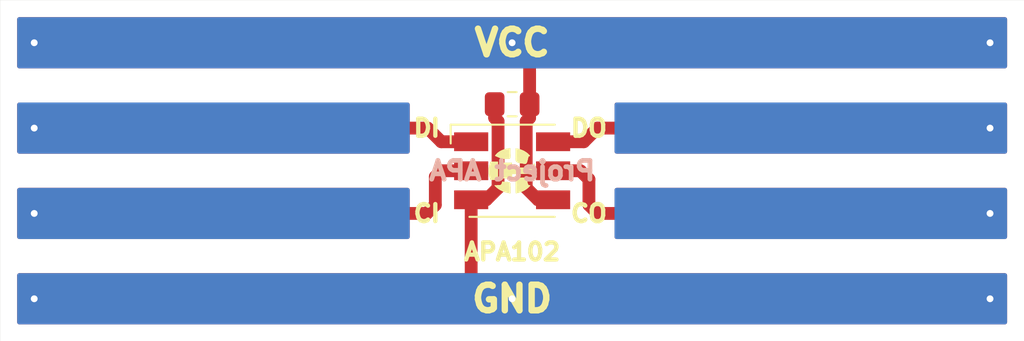
<source format=kicad_pcb>
(kicad_pcb (version 20171130) (host pcbnew "(5.0.2)-1")

  (general
    (thickness 1.6)
    (drawings 28)
    (tracks 38)
    (zones 0)
    (modules 3)
    (nets 7)
  )

  (page A4)
  (layers
    (0 F.Cu signal)
    (31 B.Cu signal)
    (32 B.Adhes user)
    (33 F.Adhes user)
    (34 B.Paste user)
    (35 F.Paste user)
    (36 B.SilkS user)
    (37 F.SilkS user)
    (38 B.Mask user)
    (39 F.Mask user)
    (40 Dwgs.User user)
    (41 Cmts.User user)
    (42 Eco1.User user)
    (43 Eco2.User user)
    (44 Edge.Cuts user)
    (45 Margin user)
    (46 B.CrtYd user hide)
    (47 F.CrtYd user hide)
    (48 B.Fab user hide)
    (49 F.Fab user hide)
  )

  (setup
    (last_trace_width 0.75)
    (user_trace_width 0.2)
    (user_trace_width 0.25)
    (user_trace_width 0.5)
    (user_trace_width 0.75)
    (user_trace_width 1)
    (trace_clearance 0.2)
    (zone_clearance 0.508)
    (zone_45_only no)
    (trace_min 0.2)
    (segment_width 0.2)
    (edge_width 0.01)
    (via_size 0.8)
    (via_drill 0.4)
    (via_min_size 0.4)
    (via_min_drill 0.3)
    (user_via 2 1.016)
    (uvia_size 0.3)
    (uvia_drill 0.1)
    (uvias_allowed no)
    (uvia_min_size 0.2)
    (uvia_min_drill 0.1)
    (pcb_text_width 0.3)
    (pcb_text_size 1.5 1.5)
    (mod_edge_width 0.15)
    (mod_text_size 1 1)
    (mod_text_width 0.15)
    (pad_size 1.524 1.524)
    (pad_drill 0.762)
    (pad_to_mask_clearance 0.051)
    (solder_mask_min_width 0.25)
    (aux_axis_origin 776.58722 382.36398)
    (visible_elements 7FFFFFFF)
    (pcbplotparams
      (layerselection 0x010fc_ffffffff)
      (usegerberextensions false)
      (usegerberattributes false)
      (usegerberadvancedattributes false)
      (creategerberjobfile false)
      (excludeedgelayer false)
      (linewidth 0.100000)
      (plotframeref false)
      (viasonmask false)
      (mode 1)
      (useauxorigin false)
      (hpglpennumber 1)
      (hpglpenspeed 20)
      (hpglpendiameter 15.000000)
      (psnegative false)
      (psa4output false)
      (plotreference true)
      (plotvalue true)
      (plotinvisibletext false)
      (padsonsilk false)
      (subtractmaskfromsilk false)
      (outputformat 1)
      (mirror false)
      (drillshape 0)
      (scaleselection 1)
      (outputdirectory "Gerber/"))
  )

  (net 0 "")
  (net 1 DI)
  (net 2 CI)
  (net 3 GND)
  (net 4 VCC)
  (net 5 CO)
  (net 6 DO)

  (net_class Default "This is the default net class."
    (clearance 0.2)
    (trace_width 0.25)
    (via_dia 0.8)
    (via_drill 0.4)
    (uvia_dia 0.3)
    (uvia_drill 0.1)
    (add_net CI)
    (add_net CO)
    (add_net DI)
    (add_net DO)
    (add_net GND)
    (add_net VCC)
  )

  (module LED_SMD:LED_RGB_5050-6 (layer F.Cu) (tedit 5CA69081) (tstamp 5CA77B63)
    (at 0 0)
    (descr http://cdn.sparkfun.com/datasheets/Components/LED/5060BRG4.pdf)
    (tags "RGB LED 5050-6")
    (path /5CA377BC)
    (attr smd)
    (fp_text reference D1 (at -0.275 13.775 180) (layer F.SilkS) hide
      (effects (font (size 1 1) (thickness 0.15)))
    )
    (fp_text value APA102 (at 0 3.3) (layer F.Fab)
      (effects (font (size 1 1) (thickness 0.15)))
    )
    (fp_line (start -2.5 -1.9) (end -1.9 -2.5) (layer F.Fab) (width 0.1))
    (fp_line (start 2.5 -2.5) (end -2.5 -2.5) (layer F.Fab) (width 0.1))
    (fp_line (start 2.5 2.5) (end 2.5 -2.5) (layer F.Fab) (width 0.1))
    (fp_line (start -2.5 2.5) (end 2.5 2.5) (layer F.Fab) (width 0.1))
    (fp_line (start -2.5 -2.5) (end -2.5 2.5) (layer F.Fab) (width 0.1))
    (fp_line (start -3.6 -2.7) (end 2.5 -2.7) (layer F.SilkS) (width 0.12))
    (fp_line (start -3.6 -1.6) (end -3.6 -2.7) (layer F.SilkS) (width 0.12))
    (fp_line (start 2.5 2.7) (end -2.5 2.7) (layer F.SilkS) (width 0.12))
    (fp_line (start 3.65 -2.75) (end -3.65 -2.75) (layer F.CrtYd) (width 0.05))
    (fp_line (start 3.65 2.75) (end 3.65 -2.75) (layer F.CrtYd) (width 0.05))
    (fp_line (start -3.65 2.75) (end 3.65 2.75) (layer F.CrtYd) (width 0.05))
    (fp_line (start -3.65 -2.75) (end -3.65 2.75) (layer F.CrtYd) (width 0.05))
    (fp_text user %R (at 0 0) (layer F.Fab)
      (effects (font (size 0.6 0.6) (thickness 0.06)))
    )
    (fp_circle (center 0 0) (end 0 -1.9) (layer F.Fab) (width 0.1))
    (pad 1 smd rect (at -2.4 -1.7 90) (size 1.1 2) (layers F.Cu F.Paste F.Mask)
      (net 1 DI))
    (pad 2 smd rect (at -2.4 0 90) (size 1.1 2) (layers F.Cu F.Paste F.Mask)
      (net 2 CI))
    (pad 3 smd rect (at -2.4 1.7 90) (size 1.1 2) (layers F.Cu F.Paste F.Mask)
      (net 3 GND))
    (pad 4 smd rect (at 2.4 1.7 90) (size 1.1 2) (layers F.Cu F.Paste F.Mask)
      (net 4 VCC))
    (pad 5 smd rect (at 2.4 0 90) (size 1.1 2) (layers F.Cu F.Paste F.Mask)
      (net 5 CO))
    (pad 6 smd rect (at 2.4 -1.7 90) (size 1.1 2) (layers F.Cu F.Paste F.Mask)
      (net 6 DO))
    (model ${KISYS3DMOD}/LED_SMD.3dshapes/LED_RGB_5050-6.wrl
      (at (xyz 0 0 0))
      (scale (xyz 1 1 1))
      (rotate (xyz 0 0 0))
    )
  )

  (module Capacitor_SMD:C_0805_2012Metric_Pad1.15x1.40mm_HandSolder (layer F.Cu) (tedit 5CA69085) (tstamp 5CA77B4B)
    (at 0 -3.9)
    (descr "Capacitor SMD 0805 (2012 Metric), square (rectangular) end terminal, IPC_7351 nominal with elongated pad for handsoldering. (Body size source: https://docs.google.com/spreadsheets/d/1BsfQQcO9C6DZCsRaXUlFlo91Tg2WpOkGARC1WS5S8t0/edit?usp=sharing), generated with kicad-footprint-generator")
    (tags "capacitor handsolder")
    (path /5CA38B58)
    (attr smd)
    (fp_text reference C1 (at 0.025 17.475) (layer F.SilkS) hide
      (effects (font (size 1 1) (thickness 0.15)))
    )
    (fp_text value C_Small (at 0 1.65) (layer F.Fab)
      (effects (font (size 1 1) (thickness 0.15)))
    )
    (fp_line (start -1 0.6) (end -1 -0.6) (layer F.Fab) (width 0.1))
    (fp_line (start -1 -0.6) (end 1 -0.6) (layer F.Fab) (width 0.1))
    (fp_line (start 1 -0.6) (end 1 0.6) (layer F.Fab) (width 0.1))
    (fp_line (start 1 0.6) (end -1 0.6) (layer F.Fab) (width 0.1))
    (fp_line (start -0.261252 -0.71) (end 0.261252 -0.71) (layer F.SilkS) (width 0.12))
    (fp_line (start -0.261252 0.71) (end 0.261252 0.71) (layer F.SilkS) (width 0.12))
    (fp_line (start -1.85 0.95) (end -1.85 -0.95) (layer F.CrtYd) (width 0.05))
    (fp_line (start -1.85 -0.95) (end 1.85 -0.95) (layer F.CrtYd) (width 0.05))
    (fp_line (start 1.85 -0.95) (end 1.85 0.95) (layer F.CrtYd) (width 0.05))
    (fp_line (start 1.85 0.95) (end -1.85 0.95) (layer F.CrtYd) (width 0.05))
    (fp_text user %R (at 0 0) (layer F.Fab)
      (effects (font (size 0.5 0.5) (thickness 0.08)))
    )
    (pad 1 smd roundrect (at -1.025 0) (size 1.15 1.4) (layers F.Cu F.Paste F.Mask) (roundrect_rratio 0.217391)
      (net 3 GND))
    (pad 2 smd roundrect (at 1.025 0) (size 1.15 1.4) (layers F.Cu F.Paste F.Mask) (roundrect_rratio 0.217391)
      (net 4 VCC))
    (model ${KISYS3DMOD}/Capacitor_SMD.3dshapes/C_0805_2012Metric.wrl
      (at (xyz 0 0 0))
      (scale (xyz 1 1 1))
      (rotate (xyz 0 0 0))
    )
  )

  (module Custom:LOGO4 (layer F.Cu) (tedit 5CA65E42) (tstamp 5CAD4B90)
    (at 0.075 0.075)
    (fp_text reference LOGO (at -0.025 11.65) (layer F.SilkS) hide
      (effects (font (size 1.524 1.524) (thickness 0.3)))
    )
    (fp_text value "" (at -1.4825 -1.49) (layer F.SilkS)
      (effects (font (size 1.27 1.27) (thickness 0.15)))
    )
    (fp_poly (pts (xy -0.2225 -1.3925) (xy -0.215 -1.3925) (xy -0.215 -1.385) (xy -0.2225 -1.385)
      (xy -0.2225 -1.3925)) (layer F.SilkS) (width 0.01))
    (fp_poly (pts (xy -0.215 -1.3925) (xy -0.2075 -1.3925) (xy -0.2075 -1.385) (xy -0.215 -1.385)
      (xy -0.215 -1.3925)) (layer F.SilkS) (width 0.01))
    (fp_poly (pts (xy -0.2075 -1.3925) (xy -0.2 -1.3925) (xy -0.2 -1.385) (xy -0.2075 -1.385)
      (xy -0.2075 -1.3925)) (layer F.SilkS) (width 0.01))
    (fp_poly (pts (xy -0.2 -1.3925) (xy -0.1925 -1.3925) (xy -0.1925 -1.385) (xy -0.2 -1.385)
      (xy -0.2 -1.3925)) (layer F.SilkS) (width 0.01))
    (fp_poly (pts (xy -0.1925 -1.3925) (xy -0.185 -1.3925) (xy -0.185 -1.385) (xy -0.1925 -1.385)
      (xy -0.1925 -1.3925)) (layer F.SilkS) (width 0.01))
    (fp_poly (pts (xy -0.185 -1.3925) (xy -0.1775 -1.3925) (xy -0.1775 -1.385) (xy -0.185 -1.385)
      (xy -0.185 -1.3925)) (layer F.SilkS) (width 0.01))
    (fp_poly (pts (xy -0.2825 -1.385) (xy -0.275 -1.385) (xy -0.275 -1.3775) (xy -0.2825 -1.3775)
      (xy -0.2825 -1.385)) (layer F.SilkS) (width 0.01))
    (fp_poly (pts (xy -0.275 -1.385) (xy -0.2675 -1.385) (xy -0.2675 -1.3775) (xy -0.275 -1.3775)
      (xy -0.275 -1.385)) (layer F.SilkS) (width 0.01))
    (fp_poly (pts (xy -0.2675 -1.385) (xy -0.26 -1.385) (xy -0.26 -1.3775) (xy -0.2675 -1.3775)
      (xy -0.2675 -1.385)) (layer F.SilkS) (width 0.01))
    (fp_poly (pts (xy -0.26 -1.385) (xy -0.2525 -1.385) (xy -0.2525 -1.3775) (xy -0.26 -1.3775)
      (xy -0.26 -1.385)) (layer F.SilkS) (width 0.01))
    (fp_poly (pts (xy -0.2525 -1.385) (xy -0.245 -1.385) (xy -0.245 -1.3775) (xy -0.2525 -1.3775)
      (xy -0.2525 -1.385)) (layer F.SilkS) (width 0.01))
    (fp_poly (pts (xy -0.245 -1.385) (xy -0.2375 -1.385) (xy -0.2375 -1.3775) (xy -0.245 -1.3775)
      (xy -0.245 -1.385)) (layer F.SilkS) (width 0.01))
    (fp_poly (pts (xy -0.2375 -1.385) (xy -0.23 -1.385) (xy -0.23 -1.3775) (xy -0.2375 -1.3775)
      (xy -0.2375 -1.385)) (layer F.SilkS) (width 0.01))
    (fp_poly (pts (xy -0.23 -1.385) (xy -0.2225 -1.385) (xy -0.2225 -1.3775) (xy -0.23 -1.3775)
      (xy -0.23 -1.385)) (layer F.SilkS) (width 0.01))
    (fp_poly (pts (xy -0.2225 -1.385) (xy -0.215 -1.385) (xy -0.215 -1.3775) (xy -0.2225 -1.3775)
      (xy -0.2225 -1.385)) (layer F.SilkS) (width 0.01))
    (fp_poly (pts (xy -0.215 -1.385) (xy -0.2075 -1.385) (xy -0.2075 -1.3775) (xy -0.215 -1.3775)
      (xy -0.215 -1.385)) (layer F.SilkS) (width 0.01))
    (fp_poly (pts (xy -0.2075 -1.385) (xy -0.2 -1.385) (xy -0.2 -1.3775) (xy -0.2075 -1.3775)
      (xy -0.2075 -1.385)) (layer F.SilkS) (width 0.01))
    (fp_poly (pts (xy -0.2 -1.385) (xy -0.1925 -1.385) (xy -0.1925 -1.3775) (xy -0.2 -1.3775)
      (xy -0.2 -1.385)) (layer F.SilkS) (width 0.01))
    (fp_poly (pts (xy -0.1925 -1.385) (xy -0.185 -1.385) (xy -0.185 -1.3775) (xy -0.1925 -1.3775)
      (xy -0.1925 -1.385)) (layer F.SilkS) (width 0.01))
    (fp_poly (pts (xy -0.185 -1.385) (xy -0.1775 -1.385) (xy -0.1775 -1.3775) (xy -0.185 -1.3775)
      (xy -0.185 -1.385)) (layer F.SilkS) (width 0.01))
    (fp_poly (pts (xy 0.13 -1.385) (xy 0.1375 -1.385) (xy 0.1375 -1.3775) (xy 0.13 -1.3775)
      (xy 0.13 -1.385)) (layer F.SilkS) (width 0.01))
    (fp_poly (pts (xy 0.1375 -1.385) (xy 0.145 -1.385) (xy 0.145 -1.3775) (xy 0.1375 -1.3775)
      (xy 0.1375 -1.385)) (layer F.SilkS) (width 0.01))
    (fp_poly (pts (xy 0.145 -1.385) (xy 0.1525 -1.385) (xy 0.1525 -1.3775) (xy 0.145 -1.3775)
      (xy 0.145 -1.385)) (layer F.SilkS) (width 0.01))
    (fp_poly (pts (xy 0.1525 -1.385) (xy 0.16 -1.385) (xy 0.16 -1.3775) (xy 0.1525 -1.3775)
      (xy 0.1525 -1.385)) (layer F.SilkS) (width 0.01))
    (fp_poly (pts (xy -0.335 -1.3775) (xy -0.3275 -1.3775) (xy -0.3275 -1.37) (xy -0.335 -1.37)
      (xy -0.335 -1.3775)) (layer F.SilkS) (width 0.01))
    (fp_poly (pts (xy -0.3275 -1.3775) (xy -0.32 -1.3775) (xy -0.32 -1.37) (xy -0.3275 -1.37)
      (xy -0.3275 -1.3775)) (layer F.SilkS) (width 0.01))
    (fp_poly (pts (xy -0.32 -1.3775) (xy -0.3125 -1.3775) (xy -0.3125 -1.37) (xy -0.32 -1.37)
      (xy -0.32 -1.3775)) (layer F.SilkS) (width 0.01))
    (fp_poly (pts (xy -0.3125 -1.3775) (xy -0.305 -1.3775) (xy -0.305 -1.37) (xy -0.3125 -1.37)
      (xy -0.3125 -1.3775)) (layer F.SilkS) (width 0.01))
    (fp_poly (pts (xy -0.305 -1.3775) (xy -0.2975 -1.3775) (xy -0.2975 -1.37) (xy -0.305 -1.37)
      (xy -0.305 -1.3775)) (layer F.SilkS) (width 0.01))
    (fp_poly (pts (xy -0.2975 -1.3775) (xy -0.29 -1.3775) (xy -0.29 -1.37) (xy -0.2975 -1.37)
      (xy -0.2975 -1.3775)) (layer F.SilkS) (width 0.01))
    (fp_poly (pts (xy -0.29 -1.3775) (xy -0.2825 -1.3775) (xy -0.2825 -1.37) (xy -0.29 -1.37)
      (xy -0.29 -1.3775)) (layer F.SilkS) (width 0.01))
    (fp_poly (pts (xy -0.2825 -1.3775) (xy -0.275 -1.3775) (xy -0.275 -1.37) (xy -0.2825 -1.37)
      (xy -0.2825 -1.3775)) (layer F.SilkS) (width 0.01))
    (fp_poly (pts (xy -0.275 -1.3775) (xy -0.2675 -1.3775) (xy -0.2675 -1.37) (xy -0.275 -1.37)
      (xy -0.275 -1.3775)) (layer F.SilkS) (width 0.01))
    (fp_poly (pts (xy -0.2675 -1.3775) (xy -0.26 -1.3775) (xy -0.26 -1.37) (xy -0.2675 -1.37)
      (xy -0.2675 -1.3775)) (layer F.SilkS) (width 0.01))
    (fp_poly (pts (xy -0.26 -1.3775) (xy -0.2525 -1.3775) (xy -0.2525 -1.37) (xy -0.26 -1.37)
      (xy -0.26 -1.3775)) (layer F.SilkS) (width 0.01))
    (fp_poly (pts (xy -0.2525 -1.3775) (xy -0.245 -1.3775) (xy -0.245 -1.37) (xy -0.2525 -1.37)
      (xy -0.2525 -1.3775)) (layer F.SilkS) (width 0.01))
    (fp_poly (pts (xy -0.245 -1.3775) (xy -0.2375 -1.3775) (xy -0.2375 -1.37) (xy -0.245 -1.37)
      (xy -0.245 -1.3775)) (layer F.SilkS) (width 0.01))
    (fp_poly (pts (xy -0.2375 -1.3775) (xy -0.23 -1.3775) (xy -0.23 -1.37) (xy -0.2375 -1.37)
      (xy -0.2375 -1.3775)) (layer F.SilkS) (width 0.01))
    (fp_poly (pts (xy -0.23 -1.3775) (xy -0.2225 -1.3775) (xy -0.2225 -1.37) (xy -0.23 -1.37)
      (xy -0.23 -1.3775)) (layer F.SilkS) (width 0.01))
    (fp_poly (pts (xy -0.2225 -1.3775) (xy -0.215 -1.3775) (xy -0.215 -1.37) (xy -0.2225 -1.37)
      (xy -0.2225 -1.3775)) (layer F.SilkS) (width 0.01))
    (fp_poly (pts (xy -0.215 -1.3775) (xy -0.2075 -1.3775) (xy -0.2075 -1.37) (xy -0.215 -1.37)
      (xy -0.215 -1.3775)) (layer F.SilkS) (width 0.01))
    (fp_poly (pts (xy -0.2075 -1.3775) (xy -0.2 -1.3775) (xy -0.2 -1.37) (xy -0.2075 -1.37)
      (xy -0.2075 -1.3775)) (layer F.SilkS) (width 0.01))
    (fp_poly (pts (xy -0.2 -1.3775) (xy -0.1925 -1.3775) (xy -0.1925 -1.37) (xy -0.2 -1.37)
      (xy -0.2 -1.3775)) (layer F.SilkS) (width 0.01))
    (fp_poly (pts (xy -0.1925 -1.3775) (xy -0.185 -1.3775) (xy -0.185 -1.37) (xy -0.1925 -1.37)
      (xy -0.1925 -1.3775)) (layer F.SilkS) (width 0.01))
    (fp_poly (pts (xy -0.185 -1.3775) (xy -0.1775 -1.3775) (xy -0.1775 -1.37) (xy -0.185 -1.37)
      (xy -0.185 -1.3775)) (layer F.SilkS) (width 0.01))
    (fp_poly (pts (xy 0.13 -1.3775) (xy 0.1375 -1.3775) (xy 0.1375 -1.37) (xy 0.13 -1.37)
      (xy 0.13 -1.3775)) (layer F.SilkS) (width 0.01))
    (fp_poly (pts (xy 0.1375 -1.3775) (xy 0.145 -1.3775) (xy 0.145 -1.37) (xy 0.1375 -1.37)
      (xy 0.1375 -1.3775)) (layer F.SilkS) (width 0.01))
    (fp_poly (pts (xy 0.145 -1.3775) (xy 0.1525 -1.3775) (xy 0.1525 -1.37) (xy 0.145 -1.37)
      (xy 0.145 -1.3775)) (layer F.SilkS) (width 0.01))
    (fp_poly (pts (xy 0.1525 -1.3775) (xy 0.16 -1.3775) (xy 0.16 -1.37) (xy 0.1525 -1.37)
      (xy 0.1525 -1.3775)) (layer F.SilkS) (width 0.01))
    (fp_poly (pts (xy 0.16 -1.3775) (xy 0.1675 -1.3775) (xy 0.1675 -1.37) (xy 0.16 -1.37)
      (xy 0.16 -1.3775)) (layer F.SilkS) (width 0.01))
    (fp_poly (pts (xy 0.1675 -1.3775) (xy 0.175 -1.3775) (xy 0.175 -1.37) (xy 0.1675 -1.37)
      (xy 0.1675 -1.3775)) (layer F.SilkS) (width 0.01))
    (fp_poly (pts (xy 0.175 -1.3775) (xy 0.1825 -1.3775) (xy 0.1825 -1.37) (xy 0.175 -1.37)
      (xy 0.175 -1.3775)) (layer F.SilkS) (width 0.01))
    (fp_poly (pts (xy 0.1825 -1.3775) (xy 0.19 -1.3775) (xy 0.19 -1.37) (xy 0.1825 -1.37)
      (xy 0.1825 -1.3775)) (layer F.SilkS) (width 0.01))
    (fp_poly (pts (xy 0.19 -1.3775) (xy 0.1975 -1.3775) (xy 0.1975 -1.37) (xy 0.19 -1.37)
      (xy 0.19 -1.3775)) (layer F.SilkS) (width 0.01))
    (fp_poly (pts (xy 0.1975 -1.3775) (xy 0.205 -1.3775) (xy 0.205 -1.37) (xy 0.1975 -1.37)
      (xy 0.1975 -1.3775)) (layer F.SilkS) (width 0.01))
    (fp_poly (pts (xy -0.3725 -1.37) (xy -0.365 -1.37) (xy -0.365 -1.3625) (xy -0.3725 -1.3625)
      (xy -0.3725 -1.37)) (layer F.SilkS) (width 0.01))
    (fp_poly (pts (xy -0.365 -1.37) (xy -0.3575 -1.37) (xy -0.3575 -1.3625) (xy -0.365 -1.3625)
      (xy -0.365 -1.37)) (layer F.SilkS) (width 0.01))
    (fp_poly (pts (xy -0.3575 -1.37) (xy -0.35 -1.37) (xy -0.35 -1.3625) (xy -0.3575 -1.3625)
      (xy -0.3575 -1.37)) (layer F.SilkS) (width 0.01))
    (fp_poly (pts (xy -0.35 -1.37) (xy -0.3425 -1.37) (xy -0.3425 -1.3625) (xy -0.35 -1.3625)
      (xy -0.35 -1.37)) (layer F.SilkS) (width 0.01))
    (fp_poly (pts (xy -0.3425 -1.37) (xy -0.335 -1.37) (xy -0.335 -1.3625) (xy -0.3425 -1.3625)
      (xy -0.3425 -1.37)) (layer F.SilkS) (width 0.01))
    (fp_poly (pts (xy -0.335 -1.37) (xy -0.3275 -1.37) (xy -0.3275 -1.3625) (xy -0.335 -1.3625)
      (xy -0.335 -1.37)) (layer F.SilkS) (width 0.01))
    (fp_poly (pts (xy -0.3275 -1.37) (xy -0.32 -1.37) (xy -0.32 -1.3625) (xy -0.3275 -1.3625)
      (xy -0.3275 -1.37)) (layer F.SilkS) (width 0.01))
    (fp_poly (pts (xy -0.32 -1.37) (xy -0.3125 -1.37) (xy -0.3125 -1.3625) (xy -0.32 -1.3625)
      (xy -0.32 -1.37)) (layer F.SilkS) (width 0.01))
    (fp_poly (pts (xy -0.3125 -1.37) (xy -0.305 -1.37) (xy -0.305 -1.3625) (xy -0.3125 -1.3625)
      (xy -0.3125 -1.37)) (layer F.SilkS) (width 0.01))
    (fp_poly (pts (xy -0.305 -1.37) (xy -0.2975 -1.37) (xy -0.2975 -1.3625) (xy -0.305 -1.3625)
      (xy -0.305 -1.37)) (layer F.SilkS) (width 0.01))
    (fp_poly (pts (xy -0.2975 -1.37) (xy -0.29 -1.37) (xy -0.29 -1.3625) (xy -0.2975 -1.3625)
      (xy -0.2975 -1.37)) (layer F.SilkS) (width 0.01))
    (fp_poly (pts (xy -0.29 -1.37) (xy -0.2825 -1.37) (xy -0.2825 -1.3625) (xy -0.29 -1.3625)
      (xy -0.29 -1.37)) (layer F.SilkS) (width 0.01))
    (fp_poly (pts (xy -0.2825 -1.37) (xy -0.275 -1.37) (xy -0.275 -1.3625) (xy -0.2825 -1.3625)
      (xy -0.2825 -1.37)) (layer F.SilkS) (width 0.01))
    (fp_poly (pts (xy -0.275 -1.37) (xy -0.2675 -1.37) (xy -0.2675 -1.3625) (xy -0.275 -1.3625)
      (xy -0.275 -1.37)) (layer F.SilkS) (width 0.01))
    (fp_poly (pts (xy -0.2675 -1.37) (xy -0.26 -1.37) (xy -0.26 -1.3625) (xy -0.2675 -1.3625)
      (xy -0.2675 -1.37)) (layer F.SilkS) (width 0.01))
    (fp_poly (pts (xy -0.26 -1.37) (xy -0.2525 -1.37) (xy -0.2525 -1.3625) (xy -0.26 -1.3625)
      (xy -0.26 -1.37)) (layer F.SilkS) (width 0.01))
    (fp_poly (pts (xy -0.2525 -1.37) (xy -0.245 -1.37) (xy -0.245 -1.3625) (xy -0.2525 -1.3625)
      (xy -0.2525 -1.37)) (layer F.SilkS) (width 0.01))
    (fp_poly (pts (xy -0.245 -1.37) (xy -0.2375 -1.37) (xy -0.2375 -1.3625) (xy -0.245 -1.3625)
      (xy -0.245 -1.37)) (layer F.SilkS) (width 0.01))
    (fp_poly (pts (xy -0.2375 -1.37) (xy -0.23 -1.37) (xy -0.23 -1.3625) (xy -0.2375 -1.3625)
      (xy -0.2375 -1.37)) (layer F.SilkS) (width 0.01))
    (fp_poly (pts (xy -0.23 -1.37) (xy -0.2225 -1.37) (xy -0.2225 -1.3625) (xy -0.23 -1.3625)
      (xy -0.23 -1.37)) (layer F.SilkS) (width 0.01))
    (fp_poly (pts (xy -0.2225 -1.37) (xy -0.215 -1.37) (xy -0.215 -1.3625) (xy -0.2225 -1.3625)
      (xy -0.2225 -1.37)) (layer F.SilkS) (width 0.01))
    (fp_poly (pts (xy -0.215 -1.37) (xy -0.2075 -1.37) (xy -0.2075 -1.3625) (xy -0.215 -1.3625)
      (xy -0.215 -1.37)) (layer F.SilkS) (width 0.01))
    (fp_poly (pts (xy -0.2075 -1.37) (xy -0.2 -1.37) (xy -0.2 -1.3625) (xy -0.2075 -1.3625)
      (xy -0.2075 -1.37)) (layer F.SilkS) (width 0.01))
    (fp_poly (pts (xy -0.2 -1.37) (xy -0.1925 -1.37) (xy -0.1925 -1.3625) (xy -0.2 -1.3625)
      (xy -0.2 -1.37)) (layer F.SilkS) (width 0.01))
    (fp_poly (pts (xy -0.1925 -1.37) (xy -0.185 -1.37) (xy -0.185 -1.3625) (xy -0.1925 -1.3625)
      (xy -0.1925 -1.37)) (layer F.SilkS) (width 0.01))
    (fp_poly (pts (xy -0.185 -1.37) (xy -0.1775 -1.37) (xy -0.1775 -1.3625) (xy -0.185 -1.3625)
      (xy -0.185 -1.37)) (layer F.SilkS) (width 0.01))
    (fp_poly (pts (xy 0.13 -1.37) (xy 0.1375 -1.37) (xy 0.1375 -1.3625) (xy 0.13 -1.3625)
      (xy 0.13 -1.37)) (layer F.SilkS) (width 0.01))
    (fp_poly (pts (xy 0.1375 -1.37) (xy 0.145 -1.37) (xy 0.145 -1.3625) (xy 0.1375 -1.3625)
      (xy 0.1375 -1.37)) (layer F.SilkS) (width 0.01))
    (fp_poly (pts (xy 0.145 -1.37) (xy 0.1525 -1.37) (xy 0.1525 -1.3625) (xy 0.145 -1.3625)
      (xy 0.145 -1.37)) (layer F.SilkS) (width 0.01))
    (fp_poly (pts (xy 0.1525 -1.37) (xy 0.16 -1.37) (xy 0.16 -1.3625) (xy 0.1525 -1.3625)
      (xy 0.1525 -1.37)) (layer F.SilkS) (width 0.01))
    (fp_poly (pts (xy 0.16 -1.37) (xy 0.1675 -1.37) (xy 0.1675 -1.3625) (xy 0.16 -1.3625)
      (xy 0.16 -1.37)) (layer F.SilkS) (width 0.01))
    (fp_poly (pts (xy 0.1675 -1.37) (xy 0.175 -1.37) (xy 0.175 -1.3625) (xy 0.1675 -1.3625)
      (xy 0.1675 -1.37)) (layer F.SilkS) (width 0.01))
    (fp_poly (pts (xy 0.175 -1.37) (xy 0.1825 -1.37) (xy 0.1825 -1.3625) (xy 0.175 -1.3625)
      (xy 0.175 -1.37)) (layer F.SilkS) (width 0.01))
    (fp_poly (pts (xy 0.1825 -1.37) (xy 0.19 -1.37) (xy 0.19 -1.3625) (xy 0.1825 -1.3625)
      (xy 0.1825 -1.37)) (layer F.SilkS) (width 0.01))
    (fp_poly (pts (xy 0.19 -1.37) (xy 0.1975 -1.37) (xy 0.1975 -1.3625) (xy 0.19 -1.3625)
      (xy 0.19 -1.37)) (layer F.SilkS) (width 0.01))
    (fp_poly (pts (xy 0.1975 -1.37) (xy 0.205 -1.37) (xy 0.205 -1.3625) (xy 0.1975 -1.3625)
      (xy 0.1975 -1.37)) (layer F.SilkS) (width 0.01))
    (fp_poly (pts (xy 0.205 -1.37) (xy 0.2125 -1.37) (xy 0.2125 -1.3625) (xy 0.205 -1.3625)
      (xy 0.205 -1.37)) (layer F.SilkS) (width 0.01))
    (fp_poly (pts (xy 0.2125 -1.37) (xy 0.22 -1.37) (xy 0.22 -1.3625) (xy 0.2125 -1.3625)
      (xy 0.2125 -1.37)) (layer F.SilkS) (width 0.01))
    (fp_poly (pts (xy 0.22 -1.37) (xy 0.2275 -1.37) (xy 0.2275 -1.3625) (xy 0.22 -1.3625)
      (xy 0.22 -1.37)) (layer F.SilkS) (width 0.01))
    (fp_poly (pts (xy 0.2275 -1.37) (xy 0.235 -1.37) (xy 0.235 -1.3625) (xy 0.2275 -1.3625)
      (xy 0.2275 -1.37)) (layer F.SilkS) (width 0.01))
    (fp_poly (pts (xy 0.235 -1.37) (xy 0.2425 -1.37) (xy 0.2425 -1.3625) (xy 0.235 -1.3625)
      (xy 0.235 -1.37)) (layer F.SilkS) (width 0.01))
    (fp_poly (pts (xy -0.41 -1.3625) (xy -0.4025 -1.3625) (xy -0.4025 -1.355) (xy -0.41 -1.355)
      (xy -0.41 -1.3625)) (layer F.SilkS) (width 0.01))
    (fp_poly (pts (xy -0.4025 -1.3625) (xy -0.395 -1.3625) (xy -0.395 -1.355) (xy -0.4025 -1.355)
      (xy -0.4025 -1.3625)) (layer F.SilkS) (width 0.01))
    (fp_poly (pts (xy -0.395 -1.3625) (xy -0.3875 -1.3625) (xy -0.3875 -1.355) (xy -0.395 -1.355)
      (xy -0.395 -1.3625)) (layer F.SilkS) (width 0.01))
    (fp_poly (pts (xy -0.3875 -1.3625) (xy -0.38 -1.3625) (xy -0.38 -1.355) (xy -0.3875 -1.355)
      (xy -0.3875 -1.3625)) (layer F.SilkS) (width 0.01))
    (fp_poly (pts (xy -0.38 -1.3625) (xy -0.3725 -1.3625) (xy -0.3725 -1.355) (xy -0.38 -1.355)
      (xy -0.38 -1.3625)) (layer F.SilkS) (width 0.01))
    (fp_poly (pts (xy -0.3725 -1.3625) (xy -0.365 -1.3625) (xy -0.365 -1.355) (xy -0.3725 -1.355)
      (xy -0.3725 -1.3625)) (layer F.SilkS) (width 0.01))
    (fp_poly (pts (xy -0.365 -1.3625) (xy -0.3575 -1.3625) (xy -0.3575 -1.355) (xy -0.365 -1.355)
      (xy -0.365 -1.3625)) (layer F.SilkS) (width 0.01))
    (fp_poly (pts (xy -0.3575 -1.3625) (xy -0.35 -1.3625) (xy -0.35 -1.355) (xy -0.3575 -1.355)
      (xy -0.3575 -1.3625)) (layer F.SilkS) (width 0.01))
    (fp_poly (pts (xy -0.35 -1.3625) (xy -0.3425 -1.3625) (xy -0.3425 -1.355) (xy -0.35 -1.355)
      (xy -0.35 -1.3625)) (layer F.SilkS) (width 0.01))
    (fp_poly (pts (xy -0.3425 -1.3625) (xy -0.335 -1.3625) (xy -0.335 -1.355) (xy -0.3425 -1.355)
      (xy -0.3425 -1.3625)) (layer F.SilkS) (width 0.01))
    (fp_poly (pts (xy -0.335 -1.3625) (xy -0.3275 -1.3625) (xy -0.3275 -1.355) (xy -0.335 -1.355)
      (xy -0.335 -1.3625)) (layer F.SilkS) (width 0.01))
    (fp_poly (pts (xy -0.3275 -1.3625) (xy -0.32 -1.3625) (xy -0.32 -1.355) (xy -0.3275 -1.355)
      (xy -0.3275 -1.3625)) (layer F.SilkS) (width 0.01))
    (fp_poly (pts (xy -0.32 -1.3625) (xy -0.3125 -1.3625) (xy -0.3125 -1.355) (xy -0.32 -1.355)
      (xy -0.32 -1.3625)) (layer F.SilkS) (width 0.01))
    (fp_poly (pts (xy -0.3125 -1.3625) (xy -0.305 -1.3625) (xy -0.305 -1.355) (xy -0.3125 -1.355)
      (xy -0.3125 -1.3625)) (layer F.SilkS) (width 0.01))
    (fp_poly (pts (xy -0.305 -1.3625) (xy -0.2975 -1.3625) (xy -0.2975 -1.355) (xy -0.305 -1.355)
      (xy -0.305 -1.3625)) (layer F.SilkS) (width 0.01))
    (fp_poly (pts (xy -0.2975 -1.3625) (xy -0.29 -1.3625) (xy -0.29 -1.355) (xy -0.2975 -1.355)
      (xy -0.2975 -1.3625)) (layer F.SilkS) (width 0.01))
    (fp_poly (pts (xy -0.29 -1.3625) (xy -0.2825 -1.3625) (xy -0.2825 -1.355) (xy -0.29 -1.355)
      (xy -0.29 -1.3625)) (layer F.SilkS) (width 0.01))
    (fp_poly (pts (xy -0.2825 -1.3625) (xy -0.275 -1.3625) (xy -0.275 -1.355) (xy -0.2825 -1.355)
      (xy -0.2825 -1.3625)) (layer F.SilkS) (width 0.01))
    (fp_poly (pts (xy -0.275 -1.3625) (xy -0.2675 -1.3625) (xy -0.2675 -1.355) (xy -0.275 -1.355)
      (xy -0.275 -1.3625)) (layer F.SilkS) (width 0.01))
    (fp_poly (pts (xy -0.2675 -1.3625) (xy -0.26 -1.3625) (xy -0.26 -1.355) (xy -0.2675 -1.355)
      (xy -0.2675 -1.3625)) (layer F.SilkS) (width 0.01))
    (fp_poly (pts (xy -0.26 -1.3625) (xy -0.2525 -1.3625) (xy -0.2525 -1.355) (xy -0.26 -1.355)
      (xy -0.26 -1.3625)) (layer F.SilkS) (width 0.01))
    (fp_poly (pts (xy -0.2525 -1.3625) (xy -0.245 -1.3625) (xy -0.245 -1.355) (xy -0.2525 -1.355)
      (xy -0.2525 -1.3625)) (layer F.SilkS) (width 0.01))
    (fp_poly (pts (xy -0.245 -1.3625) (xy -0.2375 -1.3625) (xy -0.2375 -1.355) (xy -0.245 -1.355)
      (xy -0.245 -1.3625)) (layer F.SilkS) (width 0.01))
    (fp_poly (pts (xy -0.2375 -1.3625) (xy -0.23 -1.3625) (xy -0.23 -1.355) (xy -0.2375 -1.355)
      (xy -0.2375 -1.3625)) (layer F.SilkS) (width 0.01))
    (fp_poly (pts (xy -0.23 -1.3625) (xy -0.2225 -1.3625) (xy -0.2225 -1.355) (xy -0.23 -1.355)
      (xy -0.23 -1.3625)) (layer F.SilkS) (width 0.01))
    (fp_poly (pts (xy -0.2225 -1.3625) (xy -0.215 -1.3625) (xy -0.215 -1.355) (xy -0.2225 -1.355)
      (xy -0.2225 -1.3625)) (layer F.SilkS) (width 0.01))
    (fp_poly (pts (xy -0.215 -1.3625) (xy -0.2075 -1.3625) (xy -0.2075 -1.355) (xy -0.215 -1.355)
      (xy -0.215 -1.3625)) (layer F.SilkS) (width 0.01))
    (fp_poly (pts (xy -0.2075 -1.3625) (xy -0.2 -1.3625) (xy -0.2 -1.355) (xy -0.2075 -1.355)
      (xy -0.2075 -1.3625)) (layer F.SilkS) (width 0.01))
    (fp_poly (pts (xy -0.2 -1.3625) (xy -0.1925 -1.3625) (xy -0.1925 -1.355) (xy -0.2 -1.355)
      (xy -0.2 -1.3625)) (layer F.SilkS) (width 0.01))
    (fp_poly (pts (xy -0.1925 -1.3625) (xy -0.185 -1.3625) (xy -0.185 -1.355) (xy -0.1925 -1.355)
      (xy -0.1925 -1.3625)) (layer F.SilkS) (width 0.01))
    (fp_poly (pts (xy -0.185 -1.3625) (xy -0.1775 -1.3625) (xy -0.1775 -1.355) (xy -0.185 -1.355)
      (xy -0.185 -1.3625)) (layer F.SilkS) (width 0.01))
    (fp_poly (pts (xy 0.13 -1.3625) (xy 0.1375 -1.3625) (xy 0.1375 -1.355) (xy 0.13 -1.355)
      (xy 0.13 -1.3625)) (layer F.SilkS) (width 0.01))
    (fp_poly (pts (xy 0.1375 -1.3625) (xy 0.145 -1.3625) (xy 0.145 -1.355) (xy 0.1375 -1.355)
      (xy 0.1375 -1.3625)) (layer F.SilkS) (width 0.01))
    (fp_poly (pts (xy 0.145 -1.3625) (xy 0.1525 -1.3625) (xy 0.1525 -1.355) (xy 0.145 -1.355)
      (xy 0.145 -1.3625)) (layer F.SilkS) (width 0.01))
    (fp_poly (pts (xy 0.1525 -1.3625) (xy 0.16 -1.3625) (xy 0.16 -1.355) (xy 0.1525 -1.355)
      (xy 0.1525 -1.3625)) (layer F.SilkS) (width 0.01))
    (fp_poly (pts (xy 0.16 -1.3625) (xy 0.1675 -1.3625) (xy 0.1675 -1.355) (xy 0.16 -1.355)
      (xy 0.16 -1.3625)) (layer F.SilkS) (width 0.01))
    (fp_poly (pts (xy 0.1675 -1.3625) (xy 0.175 -1.3625) (xy 0.175 -1.355) (xy 0.1675 -1.355)
      (xy 0.1675 -1.3625)) (layer F.SilkS) (width 0.01))
    (fp_poly (pts (xy 0.175 -1.3625) (xy 0.1825 -1.3625) (xy 0.1825 -1.355) (xy 0.175 -1.355)
      (xy 0.175 -1.3625)) (layer F.SilkS) (width 0.01))
    (fp_poly (pts (xy 0.1825 -1.3625) (xy 0.19 -1.3625) (xy 0.19 -1.355) (xy 0.1825 -1.355)
      (xy 0.1825 -1.3625)) (layer F.SilkS) (width 0.01))
    (fp_poly (pts (xy 0.19 -1.3625) (xy 0.1975 -1.3625) (xy 0.1975 -1.355) (xy 0.19 -1.355)
      (xy 0.19 -1.3625)) (layer F.SilkS) (width 0.01))
    (fp_poly (pts (xy 0.1975 -1.3625) (xy 0.205 -1.3625) (xy 0.205 -1.355) (xy 0.1975 -1.355)
      (xy 0.1975 -1.3625)) (layer F.SilkS) (width 0.01))
    (fp_poly (pts (xy 0.205 -1.3625) (xy 0.2125 -1.3625) (xy 0.2125 -1.355) (xy 0.205 -1.355)
      (xy 0.205 -1.3625)) (layer F.SilkS) (width 0.01))
    (fp_poly (pts (xy 0.2125 -1.3625) (xy 0.22 -1.3625) (xy 0.22 -1.355) (xy 0.2125 -1.355)
      (xy 0.2125 -1.3625)) (layer F.SilkS) (width 0.01))
    (fp_poly (pts (xy 0.22 -1.3625) (xy 0.2275 -1.3625) (xy 0.2275 -1.355) (xy 0.22 -1.355)
      (xy 0.22 -1.3625)) (layer F.SilkS) (width 0.01))
    (fp_poly (pts (xy 0.2275 -1.3625) (xy 0.235 -1.3625) (xy 0.235 -1.355) (xy 0.2275 -1.355)
      (xy 0.2275 -1.3625)) (layer F.SilkS) (width 0.01))
    (fp_poly (pts (xy 0.235 -1.3625) (xy 0.2425 -1.3625) (xy 0.2425 -1.355) (xy 0.235 -1.355)
      (xy 0.235 -1.3625)) (layer F.SilkS) (width 0.01))
    (fp_poly (pts (xy 0.2425 -1.3625) (xy 0.25 -1.3625) (xy 0.25 -1.355) (xy 0.2425 -1.355)
      (xy 0.2425 -1.3625)) (layer F.SilkS) (width 0.01))
    (fp_poly (pts (xy 0.25 -1.3625) (xy 0.2575 -1.3625) (xy 0.2575 -1.355) (xy 0.25 -1.355)
      (xy 0.25 -1.3625)) (layer F.SilkS) (width 0.01))
    (fp_poly (pts (xy 0.2575 -1.3625) (xy 0.265 -1.3625) (xy 0.265 -1.355) (xy 0.2575 -1.355)
      (xy 0.2575 -1.3625)) (layer F.SilkS) (width 0.01))
    (fp_poly (pts (xy 0.265 -1.3625) (xy 0.2725 -1.3625) (xy 0.2725 -1.355) (xy 0.265 -1.355)
      (xy 0.265 -1.3625)) (layer F.SilkS) (width 0.01))
    (fp_poly (pts (xy 0.2725 -1.3625) (xy 0.28 -1.3625) (xy 0.28 -1.355) (xy 0.2725 -1.355)
      (xy 0.2725 -1.3625)) (layer F.SilkS) (width 0.01))
    (fp_poly (pts (xy -0.4475 -1.355) (xy -0.44 -1.355) (xy -0.44 -1.3475) (xy -0.4475 -1.3475)
      (xy -0.4475 -1.355)) (layer F.SilkS) (width 0.01))
    (fp_poly (pts (xy -0.44 -1.355) (xy -0.4325 -1.355) (xy -0.4325 -1.3475) (xy -0.44 -1.3475)
      (xy -0.44 -1.355)) (layer F.SilkS) (width 0.01))
    (fp_poly (pts (xy -0.4325 -1.355) (xy -0.425 -1.355) (xy -0.425 -1.3475) (xy -0.4325 -1.3475)
      (xy -0.4325 -1.355)) (layer F.SilkS) (width 0.01))
    (fp_poly (pts (xy -0.425 -1.355) (xy -0.4175 -1.355) (xy -0.4175 -1.3475) (xy -0.425 -1.3475)
      (xy -0.425 -1.355)) (layer F.SilkS) (width 0.01))
    (fp_poly (pts (xy -0.4175 -1.355) (xy -0.41 -1.355) (xy -0.41 -1.3475) (xy -0.4175 -1.3475)
      (xy -0.4175 -1.355)) (layer F.SilkS) (width 0.01))
    (fp_poly (pts (xy -0.41 -1.355) (xy -0.4025 -1.355) (xy -0.4025 -1.3475) (xy -0.41 -1.3475)
      (xy -0.41 -1.355)) (layer F.SilkS) (width 0.01))
    (fp_poly (pts (xy -0.4025 -1.355) (xy -0.395 -1.355) (xy -0.395 -1.3475) (xy -0.4025 -1.3475)
      (xy -0.4025 -1.355)) (layer F.SilkS) (width 0.01))
    (fp_poly (pts (xy -0.395 -1.355) (xy -0.3875 -1.355) (xy -0.3875 -1.3475) (xy -0.395 -1.3475)
      (xy -0.395 -1.355)) (layer F.SilkS) (width 0.01))
    (fp_poly (pts (xy -0.3875 -1.355) (xy -0.38 -1.355) (xy -0.38 -1.3475) (xy -0.3875 -1.3475)
      (xy -0.3875 -1.355)) (layer F.SilkS) (width 0.01))
    (fp_poly (pts (xy -0.38 -1.355) (xy -0.3725 -1.355) (xy -0.3725 -1.3475) (xy -0.38 -1.3475)
      (xy -0.38 -1.355)) (layer F.SilkS) (width 0.01))
    (fp_poly (pts (xy -0.3725 -1.355) (xy -0.365 -1.355) (xy -0.365 -1.3475) (xy -0.3725 -1.3475)
      (xy -0.3725 -1.355)) (layer F.SilkS) (width 0.01))
    (fp_poly (pts (xy -0.365 -1.355) (xy -0.3575 -1.355) (xy -0.3575 -1.3475) (xy -0.365 -1.3475)
      (xy -0.365 -1.355)) (layer F.SilkS) (width 0.01))
    (fp_poly (pts (xy -0.3575 -1.355) (xy -0.35 -1.355) (xy -0.35 -1.3475) (xy -0.3575 -1.3475)
      (xy -0.3575 -1.355)) (layer F.SilkS) (width 0.01))
    (fp_poly (pts (xy -0.35 -1.355) (xy -0.3425 -1.355) (xy -0.3425 -1.3475) (xy -0.35 -1.3475)
      (xy -0.35 -1.355)) (layer F.SilkS) (width 0.01))
    (fp_poly (pts (xy -0.3425 -1.355) (xy -0.335 -1.355) (xy -0.335 -1.3475) (xy -0.3425 -1.3475)
      (xy -0.3425 -1.355)) (layer F.SilkS) (width 0.01))
    (fp_poly (pts (xy -0.335 -1.355) (xy -0.3275 -1.355) (xy -0.3275 -1.3475) (xy -0.335 -1.3475)
      (xy -0.335 -1.355)) (layer F.SilkS) (width 0.01))
    (fp_poly (pts (xy -0.3275 -1.355) (xy -0.32 -1.355) (xy -0.32 -1.3475) (xy -0.3275 -1.3475)
      (xy -0.3275 -1.355)) (layer F.SilkS) (width 0.01))
    (fp_poly (pts (xy -0.32 -1.355) (xy -0.3125 -1.355) (xy -0.3125 -1.3475) (xy -0.32 -1.3475)
      (xy -0.32 -1.355)) (layer F.SilkS) (width 0.01))
    (fp_poly (pts (xy -0.3125 -1.355) (xy -0.305 -1.355) (xy -0.305 -1.3475) (xy -0.3125 -1.3475)
      (xy -0.3125 -1.355)) (layer F.SilkS) (width 0.01))
    (fp_poly (pts (xy -0.305 -1.355) (xy -0.2975 -1.355) (xy -0.2975 -1.3475) (xy -0.305 -1.3475)
      (xy -0.305 -1.355)) (layer F.SilkS) (width 0.01))
    (fp_poly (pts (xy -0.2975 -1.355) (xy -0.29 -1.355) (xy -0.29 -1.3475) (xy -0.2975 -1.3475)
      (xy -0.2975 -1.355)) (layer F.SilkS) (width 0.01))
    (fp_poly (pts (xy -0.29 -1.355) (xy -0.2825 -1.355) (xy -0.2825 -1.3475) (xy -0.29 -1.3475)
      (xy -0.29 -1.355)) (layer F.SilkS) (width 0.01))
    (fp_poly (pts (xy -0.2825 -1.355) (xy -0.275 -1.355) (xy -0.275 -1.3475) (xy -0.2825 -1.3475)
      (xy -0.2825 -1.355)) (layer F.SilkS) (width 0.01))
    (fp_poly (pts (xy -0.275 -1.355) (xy -0.2675 -1.355) (xy -0.2675 -1.3475) (xy -0.275 -1.3475)
      (xy -0.275 -1.355)) (layer F.SilkS) (width 0.01))
    (fp_poly (pts (xy -0.2675 -1.355) (xy -0.26 -1.355) (xy -0.26 -1.3475) (xy -0.2675 -1.3475)
      (xy -0.2675 -1.355)) (layer F.SilkS) (width 0.01))
    (fp_poly (pts (xy -0.26 -1.355) (xy -0.2525 -1.355) (xy -0.2525 -1.3475) (xy -0.26 -1.3475)
      (xy -0.26 -1.355)) (layer F.SilkS) (width 0.01))
    (fp_poly (pts (xy -0.2525 -1.355) (xy -0.245 -1.355) (xy -0.245 -1.3475) (xy -0.2525 -1.3475)
      (xy -0.2525 -1.355)) (layer F.SilkS) (width 0.01))
    (fp_poly (pts (xy -0.245 -1.355) (xy -0.2375 -1.355) (xy -0.2375 -1.3475) (xy -0.245 -1.3475)
      (xy -0.245 -1.355)) (layer F.SilkS) (width 0.01))
    (fp_poly (pts (xy -0.2375 -1.355) (xy -0.23 -1.355) (xy -0.23 -1.3475) (xy -0.2375 -1.3475)
      (xy -0.2375 -1.355)) (layer F.SilkS) (width 0.01))
    (fp_poly (pts (xy -0.23 -1.355) (xy -0.2225 -1.355) (xy -0.2225 -1.3475) (xy -0.23 -1.3475)
      (xy -0.23 -1.355)) (layer F.SilkS) (width 0.01))
    (fp_poly (pts (xy -0.2225 -1.355) (xy -0.215 -1.355) (xy -0.215 -1.3475) (xy -0.2225 -1.3475)
      (xy -0.2225 -1.355)) (layer F.SilkS) (width 0.01))
    (fp_poly (pts (xy -0.215 -1.355) (xy -0.2075 -1.355) (xy -0.2075 -1.3475) (xy -0.215 -1.3475)
      (xy -0.215 -1.355)) (layer F.SilkS) (width 0.01))
    (fp_poly (pts (xy -0.2075 -1.355) (xy -0.2 -1.355) (xy -0.2 -1.3475) (xy -0.2075 -1.3475)
      (xy -0.2075 -1.355)) (layer F.SilkS) (width 0.01))
    (fp_poly (pts (xy -0.2 -1.355) (xy -0.1925 -1.355) (xy -0.1925 -1.3475) (xy -0.2 -1.3475)
      (xy -0.2 -1.355)) (layer F.SilkS) (width 0.01))
    (fp_poly (pts (xy -0.1925 -1.355) (xy -0.185 -1.355) (xy -0.185 -1.3475) (xy -0.1925 -1.3475)
      (xy -0.1925 -1.355)) (layer F.SilkS) (width 0.01))
    (fp_poly (pts (xy -0.185 -1.355) (xy -0.1775 -1.355) (xy -0.1775 -1.3475) (xy -0.185 -1.3475)
      (xy -0.185 -1.355)) (layer F.SilkS) (width 0.01))
    (fp_poly (pts (xy 0.13 -1.355) (xy 0.1375 -1.355) (xy 0.1375 -1.3475) (xy 0.13 -1.3475)
      (xy 0.13 -1.355)) (layer F.SilkS) (width 0.01))
    (fp_poly (pts (xy 0.1375 -1.355) (xy 0.145 -1.355) (xy 0.145 -1.3475) (xy 0.1375 -1.3475)
      (xy 0.1375 -1.355)) (layer F.SilkS) (width 0.01))
    (fp_poly (pts (xy 0.145 -1.355) (xy 0.1525 -1.355) (xy 0.1525 -1.3475) (xy 0.145 -1.3475)
      (xy 0.145 -1.355)) (layer F.SilkS) (width 0.01))
    (fp_poly (pts (xy 0.1525 -1.355) (xy 0.16 -1.355) (xy 0.16 -1.3475) (xy 0.1525 -1.3475)
      (xy 0.1525 -1.355)) (layer F.SilkS) (width 0.01))
    (fp_poly (pts (xy 0.16 -1.355) (xy 0.1675 -1.355) (xy 0.1675 -1.3475) (xy 0.16 -1.3475)
      (xy 0.16 -1.355)) (layer F.SilkS) (width 0.01))
    (fp_poly (pts (xy 0.1675 -1.355) (xy 0.175 -1.355) (xy 0.175 -1.3475) (xy 0.1675 -1.3475)
      (xy 0.1675 -1.355)) (layer F.SilkS) (width 0.01))
    (fp_poly (pts (xy 0.175 -1.355) (xy 0.1825 -1.355) (xy 0.1825 -1.3475) (xy 0.175 -1.3475)
      (xy 0.175 -1.355)) (layer F.SilkS) (width 0.01))
    (fp_poly (pts (xy 0.1825 -1.355) (xy 0.19 -1.355) (xy 0.19 -1.3475) (xy 0.1825 -1.3475)
      (xy 0.1825 -1.355)) (layer F.SilkS) (width 0.01))
    (fp_poly (pts (xy 0.19 -1.355) (xy 0.1975 -1.355) (xy 0.1975 -1.3475) (xy 0.19 -1.3475)
      (xy 0.19 -1.355)) (layer F.SilkS) (width 0.01))
    (fp_poly (pts (xy 0.1975 -1.355) (xy 0.205 -1.355) (xy 0.205 -1.3475) (xy 0.1975 -1.3475)
      (xy 0.1975 -1.355)) (layer F.SilkS) (width 0.01))
    (fp_poly (pts (xy 0.205 -1.355) (xy 0.2125 -1.355) (xy 0.2125 -1.3475) (xy 0.205 -1.3475)
      (xy 0.205 -1.355)) (layer F.SilkS) (width 0.01))
    (fp_poly (pts (xy 0.2125 -1.355) (xy 0.22 -1.355) (xy 0.22 -1.3475) (xy 0.2125 -1.3475)
      (xy 0.2125 -1.355)) (layer F.SilkS) (width 0.01))
    (fp_poly (pts (xy 0.22 -1.355) (xy 0.2275 -1.355) (xy 0.2275 -1.3475) (xy 0.22 -1.3475)
      (xy 0.22 -1.355)) (layer F.SilkS) (width 0.01))
    (fp_poly (pts (xy 0.2275 -1.355) (xy 0.235 -1.355) (xy 0.235 -1.3475) (xy 0.2275 -1.3475)
      (xy 0.2275 -1.355)) (layer F.SilkS) (width 0.01))
    (fp_poly (pts (xy 0.235 -1.355) (xy 0.2425 -1.355) (xy 0.2425 -1.3475) (xy 0.235 -1.3475)
      (xy 0.235 -1.355)) (layer F.SilkS) (width 0.01))
    (fp_poly (pts (xy 0.2425 -1.355) (xy 0.25 -1.355) (xy 0.25 -1.3475) (xy 0.2425 -1.3475)
      (xy 0.2425 -1.355)) (layer F.SilkS) (width 0.01))
    (fp_poly (pts (xy 0.25 -1.355) (xy 0.2575 -1.355) (xy 0.2575 -1.3475) (xy 0.25 -1.3475)
      (xy 0.25 -1.355)) (layer F.SilkS) (width 0.01))
    (fp_poly (pts (xy 0.2575 -1.355) (xy 0.265 -1.355) (xy 0.265 -1.3475) (xy 0.2575 -1.3475)
      (xy 0.2575 -1.355)) (layer F.SilkS) (width 0.01))
    (fp_poly (pts (xy 0.265 -1.355) (xy 0.2725 -1.355) (xy 0.2725 -1.3475) (xy 0.265 -1.3475)
      (xy 0.265 -1.355)) (layer F.SilkS) (width 0.01))
    (fp_poly (pts (xy 0.2725 -1.355) (xy 0.28 -1.355) (xy 0.28 -1.3475) (xy 0.2725 -1.3475)
      (xy 0.2725 -1.355)) (layer F.SilkS) (width 0.01))
    (fp_poly (pts (xy 0.28 -1.355) (xy 0.2875 -1.355) (xy 0.2875 -1.3475) (xy 0.28 -1.3475)
      (xy 0.28 -1.355)) (layer F.SilkS) (width 0.01))
    (fp_poly (pts (xy 0.2875 -1.355) (xy 0.295 -1.355) (xy 0.295 -1.3475) (xy 0.2875 -1.3475)
      (xy 0.2875 -1.355)) (layer F.SilkS) (width 0.01))
    (fp_poly (pts (xy 0.295 -1.355) (xy 0.3025 -1.355) (xy 0.3025 -1.3475) (xy 0.295 -1.3475)
      (xy 0.295 -1.355)) (layer F.SilkS) (width 0.01))
    (fp_poly (pts (xy 0.3025 -1.355) (xy 0.31 -1.355) (xy 0.31 -1.3475) (xy 0.3025 -1.3475)
      (xy 0.3025 -1.355)) (layer F.SilkS) (width 0.01))
    (fp_poly (pts (xy -0.47 -1.3475) (xy -0.4625 -1.3475) (xy -0.4625 -1.34) (xy -0.47 -1.34)
      (xy -0.47 -1.3475)) (layer F.SilkS) (width 0.01))
    (fp_poly (pts (xy -0.4625 -1.3475) (xy -0.455 -1.3475) (xy -0.455 -1.34) (xy -0.4625 -1.34)
      (xy -0.4625 -1.3475)) (layer F.SilkS) (width 0.01))
    (fp_poly (pts (xy -0.455 -1.3475) (xy -0.4475 -1.3475) (xy -0.4475 -1.34) (xy -0.455 -1.34)
      (xy -0.455 -1.3475)) (layer F.SilkS) (width 0.01))
    (fp_poly (pts (xy -0.4475 -1.3475) (xy -0.44 -1.3475) (xy -0.44 -1.34) (xy -0.4475 -1.34)
      (xy -0.4475 -1.3475)) (layer F.SilkS) (width 0.01))
    (fp_poly (pts (xy -0.44 -1.3475) (xy -0.4325 -1.3475) (xy -0.4325 -1.34) (xy -0.44 -1.34)
      (xy -0.44 -1.3475)) (layer F.SilkS) (width 0.01))
    (fp_poly (pts (xy -0.4325 -1.3475) (xy -0.425 -1.3475) (xy -0.425 -1.34) (xy -0.4325 -1.34)
      (xy -0.4325 -1.3475)) (layer F.SilkS) (width 0.01))
    (fp_poly (pts (xy -0.425 -1.3475) (xy -0.4175 -1.3475) (xy -0.4175 -1.34) (xy -0.425 -1.34)
      (xy -0.425 -1.3475)) (layer F.SilkS) (width 0.01))
    (fp_poly (pts (xy -0.4175 -1.3475) (xy -0.41 -1.3475) (xy -0.41 -1.34) (xy -0.4175 -1.34)
      (xy -0.4175 -1.3475)) (layer F.SilkS) (width 0.01))
    (fp_poly (pts (xy -0.41 -1.3475) (xy -0.4025 -1.3475) (xy -0.4025 -1.34) (xy -0.41 -1.34)
      (xy -0.41 -1.3475)) (layer F.SilkS) (width 0.01))
    (fp_poly (pts (xy -0.4025 -1.3475) (xy -0.395 -1.3475) (xy -0.395 -1.34) (xy -0.4025 -1.34)
      (xy -0.4025 -1.3475)) (layer F.SilkS) (width 0.01))
    (fp_poly (pts (xy -0.395 -1.3475) (xy -0.3875 -1.3475) (xy -0.3875 -1.34) (xy -0.395 -1.34)
      (xy -0.395 -1.3475)) (layer F.SilkS) (width 0.01))
    (fp_poly (pts (xy -0.3875 -1.3475) (xy -0.38 -1.3475) (xy -0.38 -1.34) (xy -0.3875 -1.34)
      (xy -0.3875 -1.3475)) (layer F.SilkS) (width 0.01))
    (fp_poly (pts (xy -0.38 -1.3475) (xy -0.3725 -1.3475) (xy -0.3725 -1.34) (xy -0.38 -1.34)
      (xy -0.38 -1.3475)) (layer F.SilkS) (width 0.01))
    (fp_poly (pts (xy -0.3725 -1.3475) (xy -0.365 -1.3475) (xy -0.365 -1.34) (xy -0.3725 -1.34)
      (xy -0.3725 -1.3475)) (layer F.SilkS) (width 0.01))
    (fp_poly (pts (xy -0.365 -1.3475) (xy -0.3575 -1.3475) (xy -0.3575 -1.34) (xy -0.365 -1.34)
      (xy -0.365 -1.3475)) (layer F.SilkS) (width 0.01))
    (fp_poly (pts (xy -0.3575 -1.3475) (xy -0.35 -1.3475) (xy -0.35 -1.34) (xy -0.3575 -1.34)
      (xy -0.3575 -1.3475)) (layer F.SilkS) (width 0.01))
    (fp_poly (pts (xy -0.35 -1.3475) (xy -0.3425 -1.3475) (xy -0.3425 -1.34) (xy -0.35 -1.34)
      (xy -0.35 -1.3475)) (layer F.SilkS) (width 0.01))
    (fp_poly (pts (xy -0.3425 -1.3475) (xy -0.335 -1.3475) (xy -0.335 -1.34) (xy -0.3425 -1.34)
      (xy -0.3425 -1.3475)) (layer F.SilkS) (width 0.01))
    (fp_poly (pts (xy -0.335 -1.3475) (xy -0.3275 -1.3475) (xy -0.3275 -1.34) (xy -0.335 -1.34)
      (xy -0.335 -1.3475)) (layer F.SilkS) (width 0.01))
    (fp_poly (pts (xy -0.3275 -1.3475) (xy -0.32 -1.3475) (xy -0.32 -1.34) (xy -0.3275 -1.34)
      (xy -0.3275 -1.3475)) (layer F.SilkS) (width 0.01))
    (fp_poly (pts (xy -0.32 -1.3475) (xy -0.3125 -1.3475) (xy -0.3125 -1.34) (xy -0.32 -1.34)
      (xy -0.32 -1.3475)) (layer F.SilkS) (width 0.01))
    (fp_poly (pts (xy -0.3125 -1.3475) (xy -0.305 -1.3475) (xy -0.305 -1.34) (xy -0.3125 -1.34)
      (xy -0.3125 -1.3475)) (layer F.SilkS) (width 0.01))
    (fp_poly (pts (xy -0.305 -1.3475) (xy -0.2975 -1.3475) (xy -0.2975 -1.34) (xy -0.305 -1.34)
      (xy -0.305 -1.3475)) (layer F.SilkS) (width 0.01))
    (fp_poly (pts (xy -0.2975 -1.3475) (xy -0.29 -1.3475) (xy -0.29 -1.34) (xy -0.2975 -1.34)
      (xy -0.2975 -1.3475)) (layer F.SilkS) (width 0.01))
    (fp_poly (pts (xy -0.29 -1.3475) (xy -0.2825 -1.3475) (xy -0.2825 -1.34) (xy -0.29 -1.34)
      (xy -0.29 -1.3475)) (layer F.SilkS) (width 0.01))
    (fp_poly (pts (xy -0.2825 -1.3475) (xy -0.275 -1.3475) (xy -0.275 -1.34) (xy -0.2825 -1.34)
      (xy -0.2825 -1.3475)) (layer F.SilkS) (width 0.01))
    (fp_poly (pts (xy -0.275 -1.3475) (xy -0.2675 -1.3475) (xy -0.2675 -1.34) (xy -0.275 -1.34)
      (xy -0.275 -1.3475)) (layer F.SilkS) (width 0.01))
    (fp_poly (pts (xy -0.2675 -1.3475) (xy -0.26 -1.3475) (xy -0.26 -1.34) (xy -0.2675 -1.34)
      (xy -0.2675 -1.3475)) (layer F.SilkS) (width 0.01))
    (fp_poly (pts (xy -0.26 -1.3475) (xy -0.2525 -1.3475) (xy -0.2525 -1.34) (xy -0.26 -1.34)
      (xy -0.26 -1.3475)) (layer F.SilkS) (width 0.01))
    (fp_poly (pts (xy -0.2525 -1.3475) (xy -0.245 -1.3475) (xy -0.245 -1.34) (xy -0.2525 -1.34)
      (xy -0.2525 -1.3475)) (layer F.SilkS) (width 0.01))
    (fp_poly (pts (xy -0.245 -1.3475) (xy -0.2375 -1.3475) (xy -0.2375 -1.34) (xy -0.245 -1.34)
      (xy -0.245 -1.3475)) (layer F.SilkS) (width 0.01))
    (fp_poly (pts (xy -0.2375 -1.3475) (xy -0.23 -1.3475) (xy -0.23 -1.34) (xy -0.2375 -1.34)
      (xy -0.2375 -1.3475)) (layer F.SilkS) (width 0.01))
    (fp_poly (pts (xy -0.23 -1.3475) (xy -0.2225 -1.3475) (xy -0.2225 -1.34) (xy -0.23 -1.34)
      (xy -0.23 -1.3475)) (layer F.SilkS) (width 0.01))
    (fp_poly (pts (xy -0.2225 -1.3475) (xy -0.215 -1.3475) (xy -0.215 -1.34) (xy -0.2225 -1.34)
      (xy -0.2225 -1.3475)) (layer F.SilkS) (width 0.01))
    (fp_poly (pts (xy -0.215 -1.3475) (xy -0.2075 -1.3475) (xy -0.2075 -1.34) (xy -0.215 -1.34)
      (xy -0.215 -1.3475)) (layer F.SilkS) (width 0.01))
    (fp_poly (pts (xy -0.2075 -1.3475) (xy -0.2 -1.3475) (xy -0.2 -1.34) (xy -0.2075 -1.34)
      (xy -0.2075 -1.3475)) (layer F.SilkS) (width 0.01))
    (fp_poly (pts (xy -0.2 -1.3475) (xy -0.1925 -1.3475) (xy -0.1925 -1.34) (xy -0.2 -1.34)
      (xy -0.2 -1.3475)) (layer F.SilkS) (width 0.01))
    (fp_poly (pts (xy -0.1925 -1.3475) (xy -0.185 -1.3475) (xy -0.185 -1.34) (xy -0.1925 -1.34)
      (xy -0.1925 -1.3475)) (layer F.SilkS) (width 0.01))
    (fp_poly (pts (xy -0.185 -1.3475) (xy -0.1775 -1.3475) (xy -0.1775 -1.34) (xy -0.185 -1.34)
      (xy -0.185 -1.3475)) (layer F.SilkS) (width 0.01))
    (fp_poly (pts (xy 0.13 -1.3475) (xy 0.1375 -1.3475) (xy 0.1375 -1.34) (xy 0.13 -1.34)
      (xy 0.13 -1.3475)) (layer F.SilkS) (width 0.01))
    (fp_poly (pts (xy 0.1375 -1.3475) (xy 0.145 -1.3475) (xy 0.145 -1.34) (xy 0.1375 -1.34)
      (xy 0.1375 -1.3475)) (layer F.SilkS) (width 0.01))
    (fp_poly (pts (xy 0.145 -1.3475) (xy 0.1525 -1.3475) (xy 0.1525 -1.34) (xy 0.145 -1.34)
      (xy 0.145 -1.3475)) (layer F.SilkS) (width 0.01))
    (fp_poly (pts (xy 0.1525 -1.3475) (xy 0.16 -1.3475) (xy 0.16 -1.34) (xy 0.1525 -1.34)
      (xy 0.1525 -1.3475)) (layer F.SilkS) (width 0.01))
    (fp_poly (pts (xy 0.16 -1.3475) (xy 0.1675 -1.3475) (xy 0.1675 -1.34) (xy 0.16 -1.34)
      (xy 0.16 -1.3475)) (layer F.SilkS) (width 0.01))
    (fp_poly (pts (xy 0.1675 -1.3475) (xy 0.175 -1.3475) (xy 0.175 -1.34) (xy 0.1675 -1.34)
      (xy 0.1675 -1.3475)) (layer F.SilkS) (width 0.01))
    (fp_poly (pts (xy 0.175 -1.3475) (xy 0.1825 -1.3475) (xy 0.1825 -1.34) (xy 0.175 -1.34)
      (xy 0.175 -1.3475)) (layer F.SilkS) (width 0.01))
    (fp_poly (pts (xy 0.1825 -1.3475) (xy 0.19 -1.3475) (xy 0.19 -1.34) (xy 0.1825 -1.34)
      (xy 0.1825 -1.3475)) (layer F.SilkS) (width 0.01))
    (fp_poly (pts (xy 0.19 -1.3475) (xy 0.1975 -1.3475) (xy 0.1975 -1.34) (xy 0.19 -1.34)
      (xy 0.19 -1.3475)) (layer F.SilkS) (width 0.01))
    (fp_poly (pts (xy 0.1975 -1.3475) (xy 0.205 -1.3475) (xy 0.205 -1.34) (xy 0.1975 -1.34)
      (xy 0.1975 -1.3475)) (layer F.SilkS) (width 0.01))
    (fp_poly (pts (xy 0.205 -1.3475) (xy 0.2125 -1.3475) (xy 0.2125 -1.34) (xy 0.205 -1.34)
      (xy 0.205 -1.3475)) (layer F.SilkS) (width 0.01))
    (fp_poly (pts (xy 0.2125 -1.3475) (xy 0.22 -1.3475) (xy 0.22 -1.34) (xy 0.2125 -1.34)
      (xy 0.2125 -1.3475)) (layer F.SilkS) (width 0.01))
    (fp_poly (pts (xy 0.22 -1.3475) (xy 0.2275 -1.3475) (xy 0.2275 -1.34) (xy 0.22 -1.34)
      (xy 0.22 -1.3475)) (layer F.SilkS) (width 0.01))
    (fp_poly (pts (xy 0.2275 -1.3475) (xy 0.235 -1.3475) (xy 0.235 -1.34) (xy 0.2275 -1.34)
      (xy 0.2275 -1.3475)) (layer F.SilkS) (width 0.01))
    (fp_poly (pts (xy 0.235 -1.3475) (xy 0.2425 -1.3475) (xy 0.2425 -1.34) (xy 0.235 -1.34)
      (xy 0.235 -1.3475)) (layer F.SilkS) (width 0.01))
    (fp_poly (pts (xy 0.2425 -1.3475) (xy 0.25 -1.3475) (xy 0.25 -1.34) (xy 0.2425 -1.34)
      (xy 0.2425 -1.3475)) (layer F.SilkS) (width 0.01))
    (fp_poly (pts (xy 0.25 -1.3475) (xy 0.2575 -1.3475) (xy 0.2575 -1.34) (xy 0.25 -1.34)
      (xy 0.25 -1.3475)) (layer F.SilkS) (width 0.01))
    (fp_poly (pts (xy 0.2575 -1.3475) (xy 0.265 -1.3475) (xy 0.265 -1.34) (xy 0.2575 -1.34)
      (xy 0.2575 -1.3475)) (layer F.SilkS) (width 0.01))
    (fp_poly (pts (xy 0.265 -1.3475) (xy 0.2725 -1.3475) (xy 0.2725 -1.34) (xy 0.265 -1.34)
      (xy 0.265 -1.3475)) (layer F.SilkS) (width 0.01))
    (fp_poly (pts (xy 0.2725 -1.3475) (xy 0.28 -1.3475) (xy 0.28 -1.34) (xy 0.2725 -1.34)
      (xy 0.2725 -1.3475)) (layer F.SilkS) (width 0.01))
    (fp_poly (pts (xy 0.28 -1.3475) (xy 0.2875 -1.3475) (xy 0.2875 -1.34) (xy 0.28 -1.34)
      (xy 0.28 -1.3475)) (layer F.SilkS) (width 0.01))
    (fp_poly (pts (xy 0.2875 -1.3475) (xy 0.295 -1.3475) (xy 0.295 -1.34) (xy 0.2875 -1.34)
      (xy 0.2875 -1.3475)) (layer F.SilkS) (width 0.01))
    (fp_poly (pts (xy 0.295 -1.3475) (xy 0.3025 -1.3475) (xy 0.3025 -1.34) (xy 0.295 -1.34)
      (xy 0.295 -1.3475)) (layer F.SilkS) (width 0.01))
    (fp_poly (pts (xy 0.3025 -1.3475) (xy 0.31 -1.3475) (xy 0.31 -1.34) (xy 0.3025 -1.34)
      (xy 0.3025 -1.3475)) (layer F.SilkS) (width 0.01))
    (fp_poly (pts (xy 0.31 -1.3475) (xy 0.3175 -1.3475) (xy 0.3175 -1.34) (xy 0.31 -1.34)
      (xy 0.31 -1.3475)) (layer F.SilkS) (width 0.01))
    (fp_poly (pts (xy 0.3175 -1.3475) (xy 0.325 -1.3475) (xy 0.325 -1.34) (xy 0.3175 -1.34)
      (xy 0.3175 -1.3475)) (layer F.SilkS) (width 0.01))
    (fp_poly (pts (xy 0.325 -1.3475) (xy 0.3325 -1.3475) (xy 0.3325 -1.34) (xy 0.325 -1.34)
      (xy 0.325 -1.3475)) (layer F.SilkS) (width 0.01))
    (fp_poly (pts (xy 0.3325 -1.3475) (xy 0.34 -1.3475) (xy 0.34 -1.34) (xy 0.3325 -1.34)
      (xy 0.3325 -1.3475)) (layer F.SilkS) (width 0.01))
    (fp_poly (pts (xy -0.5 -1.34) (xy -0.4925 -1.34) (xy -0.4925 -1.3325) (xy -0.5 -1.3325)
      (xy -0.5 -1.34)) (layer F.SilkS) (width 0.01))
    (fp_poly (pts (xy -0.4925 -1.34) (xy -0.485 -1.34) (xy -0.485 -1.3325) (xy -0.4925 -1.3325)
      (xy -0.4925 -1.34)) (layer F.SilkS) (width 0.01))
    (fp_poly (pts (xy -0.485 -1.34) (xy -0.4775 -1.34) (xy -0.4775 -1.3325) (xy -0.485 -1.3325)
      (xy -0.485 -1.34)) (layer F.SilkS) (width 0.01))
    (fp_poly (pts (xy -0.4775 -1.34) (xy -0.47 -1.34) (xy -0.47 -1.3325) (xy -0.4775 -1.3325)
      (xy -0.4775 -1.34)) (layer F.SilkS) (width 0.01))
    (fp_poly (pts (xy -0.47 -1.34) (xy -0.4625 -1.34) (xy -0.4625 -1.3325) (xy -0.47 -1.3325)
      (xy -0.47 -1.34)) (layer F.SilkS) (width 0.01))
    (fp_poly (pts (xy -0.4625 -1.34) (xy -0.455 -1.34) (xy -0.455 -1.3325) (xy -0.4625 -1.3325)
      (xy -0.4625 -1.34)) (layer F.SilkS) (width 0.01))
    (fp_poly (pts (xy -0.455 -1.34) (xy -0.4475 -1.34) (xy -0.4475 -1.3325) (xy -0.455 -1.3325)
      (xy -0.455 -1.34)) (layer F.SilkS) (width 0.01))
    (fp_poly (pts (xy -0.4475 -1.34) (xy -0.44 -1.34) (xy -0.44 -1.3325) (xy -0.4475 -1.3325)
      (xy -0.4475 -1.34)) (layer F.SilkS) (width 0.01))
    (fp_poly (pts (xy -0.44 -1.34) (xy -0.4325 -1.34) (xy -0.4325 -1.3325) (xy -0.44 -1.3325)
      (xy -0.44 -1.34)) (layer F.SilkS) (width 0.01))
    (fp_poly (pts (xy -0.4325 -1.34) (xy -0.425 -1.34) (xy -0.425 -1.3325) (xy -0.4325 -1.3325)
      (xy -0.4325 -1.34)) (layer F.SilkS) (width 0.01))
    (fp_poly (pts (xy -0.425 -1.34) (xy -0.4175 -1.34) (xy -0.4175 -1.3325) (xy -0.425 -1.3325)
      (xy -0.425 -1.34)) (layer F.SilkS) (width 0.01))
    (fp_poly (pts (xy -0.4175 -1.34) (xy -0.41 -1.34) (xy -0.41 -1.3325) (xy -0.4175 -1.3325)
      (xy -0.4175 -1.34)) (layer F.SilkS) (width 0.01))
    (fp_poly (pts (xy -0.41 -1.34) (xy -0.4025 -1.34) (xy -0.4025 -1.3325) (xy -0.41 -1.3325)
      (xy -0.41 -1.34)) (layer F.SilkS) (width 0.01))
    (fp_poly (pts (xy -0.4025 -1.34) (xy -0.395 -1.34) (xy -0.395 -1.3325) (xy -0.4025 -1.3325)
      (xy -0.4025 -1.34)) (layer F.SilkS) (width 0.01))
    (fp_poly (pts (xy -0.395 -1.34) (xy -0.3875 -1.34) (xy -0.3875 -1.3325) (xy -0.395 -1.3325)
      (xy -0.395 -1.34)) (layer F.SilkS) (width 0.01))
    (fp_poly (pts (xy -0.3875 -1.34) (xy -0.38 -1.34) (xy -0.38 -1.3325) (xy -0.3875 -1.3325)
      (xy -0.3875 -1.34)) (layer F.SilkS) (width 0.01))
    (fp_poly (pts (xy -0.38 -1.34) (xy -0.3725 -1.34) (xy -0.3725 -1.3325) (xy -0.38 -1.3325)
      (xy -0.38 -1.34)) (layer F.SilkS) (width 0.01))
    (fp_poly (pts (xy -0.3725 -1.34) (xy -0.365 -1.34) (xy -0.365 -1.3325) (xy -0.3725 -1.3325)
      (xy -0.3725 -1.34)) (layer F.SilkS) (width 0.01))
    (fp_poly (pts (xy -0.365 -1.34) (xy -0.3575 -1.34) (xy -0.3575 -1.3325) (xy -0.365 -1.3325)
      (xy -0.365 -1.34)) (layer F.SilkS) (width 0.01))
    (fp_poly (pts (xy -0.3575 -1.34) (xy -0.35 -1.34) (xy -0.35 -1.3325) (xy -0.3575 -1.3325)
      (xy -0.3575 -1.34)) (layer F.SilkS) (width 0.01))
    (fp_poly (pts (xy -0.35 -1.34) (xy -0.3425 -1.34) (xy -0.3425 -1.3325) (xy -0.35 -1.3325)
      (xy -0.35 -1.34)) (layer F.SilkS) (width 0.01))
    (fp_poly (pts (xy -0.3425 -1.34) (xy -0.335 -1.34) (xy -0.335 -1.3325) (xy -0.3425 -1.3325)
      (xy -0.3425 -1.34)) (layer F.SilkS) (width 0.01))
    (fp_poly (pts (xy -0.335 -1.34) (xy -0.3275 -1.34) (xy -0.3275 -1.3325) (xy -0.335 -1.3325)
      (xy -0.335 -1.34)) (layer F.SilkS) (width 0.01))
    (fp_poly (pts (xy -0.3275 -1.34) (xy -0.32 -1.34) (xy -0.32 -1.3325) (xy -0.3275 -1.3325)
      (xy -0.3275 -1.34)) (layer F.SilkS) (width 0.01))
    (fp_poly (pts (xy -0.32 -1.34) (xy -0.3125 -1.34) (xy -0.3125 -1.3325) (xy -0.32 -1.3325)
      (xy -0.32 -1.34)) (layer F.SilkS) (width 0.01))
    (fp_poly (pts (xy -0.3125 -1.34) (xy -0.305 -1.34) (xy -0.305 -1.3325) (xy -0.3125 -1.3325)
      (xy -0.3125 -1.34)) (layer F.SilkS) (width 0.01))
    (fp_poly (pts (xy -0.305 -1.34) (xy -0.2975 -1.34) (xy -0.2975 -1.3325) (xy -0.305 -1.3325)
      (xy -0.305 -1.34)) (layer F.SilkS) (width 0.01))
    (fp_poly (pts (xy -0.2975 -1.34) (xy -0.29 -1.34) (xy -0.29 -1.3325) (xy -0.2975 -1.3325)
      (xy -0.2975 -1.34)) (layer F.SilkS) (width 0.01))
    (fp_poly (pts (xy -0.29 -1.34) (xy -0.2825 -1.34) (xy -0.2825 -1.3325) (xy -0.29 -1.3325)
      (xy -0.29 -1.34)) (layer F.SilkS) (width 0.01))
    (fp_poly (pts (xy -0.2825 -1.34) (xy -0.275 -1.34) (xy -0.275 -1.3325) (xy -0.2825 -1.3325)
      (xy -0.2825 -1.34)) (layer F.SilkS) (width 0.01))
    (fp_poly (pts (xy -0.275 -1.34) (xy -0.2675 -1.34) (xy -0.2675 -1.3325) (xy -0.275 -1.3325)
      (xy -0.275 -1.34)) (layer F.SilkS) (width 0.01))
    (fp_poly (pts (xy -0.2675 -1.34) (xy -0.26 -1.34) (xy -0.26 -1.3325) (xy -0.2675 -1.3325)
      (xy -0.2675 -1.34)) (layer F.SilkS) (width 0.01))
    (fp_poly (pts (xy -0.26 -1.34) (xy -0.2525 -1.34) (xy -0.2525 -1.3325) (xy -0.26 -1.3325)
      (xy -0.26 -1.34)) (layer F.SilkS) (width 0.01))
    (fp_poly (pts (xy -0.2525 -1.34) (xy -0.245 -1.34) (xy -0.245 -1.3325) (xy -0.2525 -1.3325)
      (xy -0.2525 -1.34)) (layer F.SilkS) (width 0.01))
    (fp_poly (pts (xy -0.245 -1.34) (xy -0.2375 -1.34) (xy -0.2375 -1.3325) (xy -0.245 -1.3325)
      (xy -0.245 -1.34)) (layer F.SilkS) (width 0.01))
    (fp_poly (pts (xy -0.2375 -1.34) (xy -0.23 -1.34) (xy -0.23 -1.3325) (xy -0.2375 -1.3325)
      (xy -0.2375 -1.34)) (layer F.SilkS) (width 0.01))
    (fp_poly (pts (xy -0.23 -1.34) (xy -0.2225 -1.34) (xy -0.2225 -1.3325) (xy -0.23 -1.3325)
      (xy -0.23 -1.34)) (layer F.SilkS) (width 0.01))
    (fp_poly (pts (xy -0.2225 -1.34) (xy -0.215 -1.34) (xy -0.215 -1.3325) (xy -0.2225 -1.3325)
      (xy -0.2225 -1.34)) (layer F.SilkS) (width 0.01))
    (fp_poly (pts (xy -0.215 -1.34) (xy -0.2075 -1.34) (xy -0.2075 -1.3325) (xy -0.215 -1.3325)
      (xy -0.215 -1.34)) (layer F.SilkS) (width 0.01))
    (fp_poly (pts (xy -0.2075 -1.34) (xy -0.2 -1.34) (xy -0.2 -1.3325) (xy -0.2075 -1.3325)
      (xy -0.2075 -1.34)) (layer F.SilkS) (width 0.01))
    (fp_poly (pts (xy -0.2 -1.34) (xy -0.1925 -1.34) (xy -0.1925 -1.3325) (xy -0.2 -1.3325)
      (xy -0.2 -1.34)) (layer F.SilkS) (width 0.01))
    (fp_poly (pts (xy -0.1925 -1.34) (xy -0.185 -1.34) (xy -0.185 -1.3325) (xy -0.1925 -1.3325)
      (xy -0.1925 -1.34)) (layer F.SilkS) (width 0.01))
    (fp_poly (pts (xy -0.185 -1.34) (xy -0.1775 -1.34) (xy -0.1775 -1.3325) (xy -0.185 -1.3325)
      (xy -0.185 -1.34)) (layer F.SilkS) (width 0.01))
    (fp_poly (pts (xy 0.13 -1.34) (xy 0.1375 -1.34) (xy 0.1375 -1.3325) (xy 0.13 -1.3325)
      (xy 0.13 -1.34)) (layer F.SilkS) (width 0.01))
    (fp_poly (pts (xy 0.1375 -1.34) (xy 0.145 -1.34) (xy 0.145 -1.3325) (xy 0.1375 -1.3325)
      (xy 0.1375 -1.34)) (layer F.SilkS) (width 0.01))
    (fp_poly (pts (xy 0.145 -1.34) (xy 0.1525 -1.34) (xy 0.1525 -1.3325) (xy 0.145 -1.3325)
      (xy 0.145 -1.34)) (layer F.SilkS) (width 0.01))
    (fp_poly (pts (xy 0.1525 -1.34) (xy 0.16 -1.34) (xy 0.16 -1.3325) (xy 0.1525 -1.3325)
      (xy 0.1525 -1.34)) (layer F.SilkS) (width 0.01))
    (fp_poly (pts (xy 0.16 -1.34) (xy 0.1675 -1.34) (xy 0.1675 -1.3325) (xy 0.16 -1.3325)
      (xy 0.16 -1.34)) (layer F.SilkS) (width 0.01))
    (fp_poly (pts (xy 0.1675 -1.34) (xy 0.175 -1.34) (xy 0.175 -1.3325) (xy 0.1675 -1.3325)
      (xy 0.1675 -1.34)) (layer F.SilkS) (width 0.01))
    (fp_poly (pts (xy 0.175 -1.34) (xy 0.1825 -1.34) (xy 0.1825 -1.3325) (xy 0.175 -1.3325)
      (xy 0.175 -1.34)) (layer F.SilkS) (width 0.01))
    (fp_poly (pts (xy 0.1825 -1.34) (xy 0.19 -1.34) (xy 0.19 -1.3325) (xy 0.1825 -1.3325)
      (xy 0.1825 -1.34)) (layer F.SilkS) (width 0.01))
    (fp_poly (pts (xy 0.19 -1.34) (xy 0.1975 -1.34) (xy 0.1975 -1.3325) (xy 0.19 -1.3325)
      (xy 0.19 -1.34)) (layer F.SilkS) (width 0.01))
    (fp_poly (pts (xy 0.1975 -1.34) (xy 0.205 -1.34) (xy 0.205 -1.3325) (xy 0.1975 -1.3325)
      (xy 0.1975 -1.34)) (layer F.SilkS) (width 0.01))
    (fp_poly (pts (xy 0.205 -1.34) (xy 0.2125 -1.34) (xy 0.2125 -1.3325) (xy 0.205 -1.3325)
      (xy 0.205 -1.34)) (layer F.SilkS) (width 0.01))
    (fp_poly (pts (xy 0.2125 -1.34) (xy 0.22 -1.34) (xy 0.22 -1.3325) (xy 0.2125 -1.3325)
      (xy 0.2125 -1.34)) (layer F.SilkS) (width 0.01))
    (fp_poly (pts (xy 0.22 -1.34) (xy 0.2275 -1.34) (xy 0.2275 -1.3325) (xy 0.22 -1.3325)
      (xy 0.22 -1.34)) (layer F.SilkS) (width 0.01))
    (fp_poly (pts (xy 0.2275 -1.34) (xy 0.235 -1.34) (xy 0.235 -1.3325) (xy 0.2275 -1.3325)
      (xy 0.2275 -1.34)) (layer F.SilkS) (width 0.01))
    (fp_poly (pts (xy 0.235 -1.34) (xy 0.2425 -1.34) (xy 0.2425 -1.3325) (xy 0.235 -1.3325)
      (xy 0.235 -1.34)) (layer F.SilkS) (width 0.01))
    (fp_poly (pts (xy 0.2425 -1.34) (xy 0.25 -1.34) (xy 0.25 -1.3325) (xy 0.2425 -1.3325)
      (xy 0.2425 -1.34)) (layer F.SilkS) (width 0.01))
    (fp_poly (pts (xy 0.25 -1.34) (xy 0.2575 -1.34) (xy 0.2575 -1.3325) (xy 0.25 -1.3325)
      (xy 0.25 -1.34)) (layer F.SilkS) (width 0.01))
    (fp_poly (pts (xy 0.2575 -1.34) (xy 0.265 -1.34) (xy 0.265 -1.3325) (xy 0.2575 -1.3325)
      (xy 0.2575 -1.34)) (layer F.SilkS) (width 0.01))
    (fp_poly (pts (xy 0.265 -1.34) (xy 0.2725 -1.34) (xy 0.2725 -1.3325) (xy 0.265 -1.3325)
      (xy 0.265 -1.34)) (layer F.SilkS) (width 0.01))
    (fp_poly (pts (xy 0.2725 -1.34) (xy 0.28 -1.34) (xy 0.28 -1.3325) (xy 0.2725 -1.3325)
      (xy 0.2725 -1.34)) (layer F.SilkS) (width 0.01))
    (fp_poly (pts (xy 0.28 -1.34) (xy 0.2875 -1.34) (xy 0.2875 -1.3325) (xy 0.28 -1.3325)
      (xy 0.28 -1.34)) (layer F.SilkS) (width 0.01))
    (fp_poly (pts (xy 0.2875 -1.34) (xy 0.295 -1.34) (xy 0.295 -1.3325) (xy 0.2875 -1.3325)
      (xy 0.2875 -1.34)) (layer F.SilkS) (width 0.01))
    (fp_poly (pts (xy 0.295 -1.34) (xy 0.3025 -1.34) (xy 0.3025 -1.3325) (xy 0.295 -1.3325)
      (xy 0.295 -1.34)) (layer F.SilkS) (width 0.01))
    (fp_poly (pts (xy 0.3025 -1.34) (xy 0.31 -1.34) (xy 0.31 -1.3325) (xy 0.3025 -1.3325)
      (xy 0.3025 -1.34)) (layer F.SilkS) (width 0.01))
    (fp_poly (pts (xy 0.31 -1.34) (xy 0.3175 -1.34) (xy 0.3175 -1.3325) (xy 0.31 -1.3325)
      (xy 0.31 -1.34)) (layer F.SilkS) (width 0.01))
    (fp_poly (pts (xy 0.3175 -1.34) (xy 0.325 -1.34) (xy 0.325 -1.3325) (xy 0.3175 -1.3325)
      (xy 0.3175 -1.34)) (layer F.SilkS) (width 0.01))
    (fp_poly (pts (xy 0.325 -1.34) (xy 0.3325 -1.34) (xy 0.3325 -1.3325) (xy 0.325 -1.3325)
      (xy 0.325 -1.34)) (layer F.SilkS) (width 0.01))
    (fp_poly (pts (xy 0.3325 -1.34) (xy 0.34 -1.34) (xy 0.34 -1.3325) (xy 0.3325 -1.3325)
      (xy 0.3325 -1.34)) (layer F.SilkS) (width 0.01))
    (fp_poly (pts (xy 0.34 -1.34) (xy 0.3475 -1.34) (xy 0.3475 -1.3325) (xy 0.34 -1.3325)
      (xy 0.34 -1.34)) (layer F.SilkS) (width 0.01))
    (fp_poly (pts (xy 0.3475 -1.34) (xy 0.355 -1.34) (xy 0.355 -1.3325) (xy 0.3475 -1.3325)
      (xy 0.3475 -1.34)) (layer F.SilkS) (width 0.01))
    (fp_poly (pts (xy 0.355 -1.34) (xy 0.3625 -1.34) (xy 0.3625 -1.3325) (xy 0.355 -1.3325)
      (xy 0.355 -1.34)) (layer F.SilkS) (width 0.01))
    (fp_poly (pts (xy -0.53 -1.3325) (xy -0.5225 -1.3325) (xy -0.5225 -1.325) (xy -0.53 -1.325)
      (xy -0.53 -1.3325)) (layer F.SilkS) (width 0.01))
    (fp_poly (pts (xy -0.5225 -1.3325) (xy -0.515 -1.3325) (xy -0.515 -1.325) (xy -0.5225 -1.325)
      (xy -0.5225 -1.3325)) (layer F.SilkS) (width 0.01))
    (fp_poly (pts (xy -0.515 -1.3325) (xy -0.5075 -1.3325) (xy -0.5075 -1.325) (xy -0.515 -1.325)
      (xy -0.515 -1.3325)) (layer F.SilkS) (width 0.01))
    (fp_poly (pts (xy -0.5075 -1.3325) (xy -0.5 -1.3325) (xy -0.5 -1.325) (xy -0.5075 -1.325)
      (xy -0.5075 -1.3325)) (layer F.SilkS) (width 0.01))
    (fp_poly (pts (xy -0.5 -1.3325) (xy -0.4925 -1.3325) (xy -0.4925 -1.325) (xy -0.5 -1.325)
      (xy -0.5 -1.3325)) (layer F.SilkS) (width 0.01))
    (fp_poly (pts (xy -0.4925 -1.3325) (xy -0.485 -1.3325) (xy -0.485 -1.325) (xy -0.4925 -1.325)
      (xy -0.4925 -1.3325)) (layer F.SilkS) (width 0.01))
    (fp_poly (pts (xy -0.485 -1.3325) (xy -0.4775 -1.3325) (xy -0.4775 -1.325) (xy -0.485 -1.325)
      (xy -0.485 -1.3325)) (layer F.SilkS) (width 0.01))
    (fp_poly (pts (xy -0.4775 -1.3325) (xy -0.47 -1.3325) (xy -0.47 -1.325) (xy -0.4775 -1.325)
      (xy -0.4775 -1.3325)) (layer F.SilkS) (width 0.01))
    (fp_poly (pts (xy -0.47 -1.3325) (xy -0.4625 -1.3325) (xy -0.4625 -1.325) (xy -0.47 -1.325)
      (xy -0.47 -1.3325)) (layer F.SilkS) (width 0.01))
    (fp_poly (pts (xy -0.4625 -1.3325) (xy -0.455 -1.3325) (xy -0.455 -1.325) (xy -0.4625 -1.325)
      (xy -0.4625 -1.3325)) (layer F.SilkS) (width 0.01))
    (fp_poly (pts (xy -0.455 -1.3325) (xy -0.4475 -1.3325) (xy -0.4475 -1.325) (xy -0.455 -1.325)
      (xy -0.455 -1.3325)) (layer F.SilkS) (width 0.01))
    (fp_poly (pts (xy -0.4475 -1.3325) (xy -0.44 -1.3325) (xy -0.44 -1.325) (xy -0.4475 -1.325)
      (xy -0.4475 -1.3325)) (layer F.SilkS) (width 0.01))
    (fp_poly (pts (xy -0.44 -1.3325) (xy -0.4325 -1.3325) (xy -0.4325 -1.325) (xy -0.44 -1.325)
      (xy -0.44 -1.3325)) (layer F.SilkS) (width 0.01))
    (fp_poly (pts (xy -0.4325 -1.3325) (xy -0.425 -1.3325) (xy -0.425 -1.325) (xy -0.4325 -1.325)
      (xy -0.4325 -1.3325)) (layer F.SilkS) (width 0.01))
    (fp_poly (pts (xy -0.425 -1.3325) (xy -0.4175 -1.3325) (xy -0.4175 -1.325) (xy -0.425 -1.325)
      (xy -0.425 -1.3325)) (layer F.SilkS) (width 0.01))
    (fp_poly (pts (xy -0.4175 -1.3325) (xy -0.41 -1.3325) (xy -0.41 -1.325) (xy -0.4175 -1.325)
      (xy -0.4175 -1.3325)) (layer F.SilkS) (width 0.01))
    (fp_poly (pts (xy -0.41 -1.3325) (xy -0.4025 -1.3325) (xy -0.4025 -1.325) (xy -0.41 -1.325)
      (xy -0.41 -1.3325)) (layer F.SilkS) (width 0.01))
    (fp_poly (pts (xy -0.4025 -1.3325) (xy -0.395 -1.3325) (xy -0.395 -1.325) (xy -0.4025 -1.325)
      (xy -0.4025 -1.3325)) (layer F.SilkS) (width 0.01))
    (fp_poly (pts (xy -0.395 -1.3325) (xy -0.3875 -1.3325) (xy -0.3875 -1.325) (xy -0.395 -1.325)
      (xy -0.395 -1.3325)) (layer F.SilkS) (width 0.01))
    (fp_poly (pts (xy -0.3875 -1.3325) (xy -0.38 -1.3325) (xy -0.38 -1.325) (xy -0.3875 -1.325)
      (xy -0.3875 -1.3325)) (layer F.SilkS) (width 0.01))
    (fp_poly (pts (xy -0.38 -1.3325) (xy -0.3725 -1.3325) (xy -0.3725 -1.325) (xy -0.38 -1.325)
      (xy -0.38 -1.3325)) (layer F.SilkS) (width 0.01))
    (fp_poly (pts (xy -0.3725 -1.3325) (xy -0.365 -1.3325) (xy -0.365 -1.325) (xy -0.3725 -1.325)
      (xy -0.3725 -1.3325)) (layer F.SilkS) (width 0.01))
    (fp_poly (pts (xy -0.365 -1.3325) (xy -0.3575 -1.3325) (xy -0.3575 -1.325) (xy -0.365 -1.325)
      (xy -0.365 -1.3325)) (layer F.SilkS) (width 0.01))
    (fp_poly (pts (xy -0.3575 -1.3325) (xy -0.35 -1.3325) (xy -0.35 -1.325) (xy -0.3575 -1.325)
      (xy -0.3575 -1.3325)) (layer F.SilkS) (width 0.01))
    (fp_poly (pts (xy -0.35 -1.3325) (xy -0.3425 -1.3325) (xy -0.3425 -1.325) (xy -0.35 -1.325)
      (xy -0.35 -1.3325)) (layer F.SilkS) (width 0.01))
    (fp_poly (pts (xy -0.3425 -1.3325) (xy -0.335 -1.3325) (xy -0.335 -1.325) (xy -0.3425 -1.325)
      (xy -0.3425 -1.3325)) (layer F.SilkS) (width 0.01))
    (fp_poly (pts (xy -0.335 -1.3325) (xy -0.3275 -1.3325) (xy -0.3275 -1.325) (xy -0.335 -1.325)
      (xy -0.335 -1.3325)) (layer F.SilkS) (width 0.01))
    (fp_poly (pts (xy -0.3275 -1.3325) (xy -0.32 -1.3325) (xy -0.32 -1.325) (xy -0.3275 -1.325)
      (xy -0.3275 -1.3325)) (layer F.SilkS) (width 0.01))
    (fp_poly (pts (xy -0.32 -1.3325) (xy -0.3125 -1.3325) (xy -0.3125 -1.325) (xy -0.32 -1.325)
      (xy -0.32 -1.3325)) (layer F.SilkS) (width 0.01))
    (fp_poly (pts (xy -0.3125 -1.3325) (xy -0.305 -1.3325) (xy -0.305 -1.325) (xy -0.3125 -1.325)
      (xy -0.3125 -1.3325)) (layer F.SilkS) (width 0.01))
    (fp_poly (pts (xy -0.305 -1.3325) (xy -0.2975 -1.3325) (xy -0.2975 -1.325) (xy -0.305 -1.325)
      (xy -0.305 -1.3325)) (layer F.SilkS) (width 0.01))
    (fp_poly (pts (xy -0.2975 -1.3325) (xy -0.29 -1.3325) (xy -0.29 -1.325) (xy -0.2975 -1.325)
      (xy -0.2975 -1.3325)) (layer F.SilkS) (width 0.01))
    (fp_poly (pts (xy -0.29 -1.3325) (xy -0.2825 -1.3325) (xy -0.2825 -1.325) (xy -0.29 -1.325)
      (xy -0.29 -1.3325)) (layer F.SilkS) (width 0.01))
    (fp_poly (pts (xy -0.2825 -1.3325) (xy -0.275 -1.3325) (xy -0.275 -1.325) (xy -0.2825 -1.325)
      (xy -0.2825 -1.3325)) (layer F.SilkS) (width 0.01))
    (fp_poly (pts (xy -0.275 -1.3325) (xy -0.2675 -1.3325) (xy -0.2675 -1.325) (xy -0.275 -1.325)
      (xy -0.275 -1.3325)) (layer F.SilkS) (width 0.01))
    (fp_poly (pts (xy -0.2675 -1.3325) (xy -0.26 -1.3325) (xy -0.26 -1.325) (xy -0.2675 -1.325)
      (xy -0.2675 -1.3325)) (layer F.SilkS) (width 0.01))
    (fp_poly (pts (xy -0.26 -1.3325) (xy -0.2525 -1.3325) (xy -0.2525 -1.325) (xy -0.26 -1.325)
      (xy -0.26 -1.3325)) (layer F.SilkS) (width 0.01))
    (fp_poly (pts (xy -0.2525 -1.3325) (xy -0.245 -1.3325) (xy -0.245 -1.325) (xy -0.2525 -1.325)
      (xy -0.2525 -1.3325)) (layer F.SilkS) (width 0.01))
    (fp_poly (pts (xy -0.245 -1.3325) (xy -0.2375 -1.3325) (xy -0.2375 -1.325) (xy -0.245 -1.325)
      (xy -0.245 -1.3325)) (layer F.SilkS) (width 0.01))
    (fp_poly (pts (xy -0.2375 -1.3325) (xy -0.23 -1.3325) (xy -0.23 -1.325) (xy -0.2375 -1.325)
      (xy -0.2375 -1.3325)) (layer F.SilkS) (width 0.01))
    (fp_poly (pts (xy -0.23 -1.3325) (xy -0.2225 -1.3325) (xy -0.2225 -1.325) (xy -0.23 -1.325)
      (xy -0.23 -1.3325)) (layer F.SilkS) (width 0.01))
    (fp_poly (pts (xy -0.2225 -1.3325) (xy -0.215 -1.3325) (xy -0.215 -1.325) (xy -0.2225 -1.325)
      (xy -0.2225 -1.3325)) (layer F.SilkS) (width 0.01))
    (fp_poly (pts (xy -0.215 -1.3325) (xy -0.2075 -1.3325) (xy -0.2075 -1.325) (xy -0.215 -1.325)
      (xy -0.215 -1.3325)) (layer F.SilkS) (width 0.01))
    (fp_poly (pts (xy -0.2075 -1.3325) (xy -0.2 -1.3325) (xy -0.2 -1.325) (xy -0.2075 -1.325)
      (xy -0.2075 -1.3325)) (layer F.SilkS) (width 0.01))
    (fp_poly (pts (xy -0.2 -1.3325) (xy -0.1925 -1.3325) (xy -0.1925 -1.325) (xy -0.2 -1.325)
      (xy -0.2 -1.3325)) (layer F.SilkS) (width 0.01))
    (fp_poly (pts (xy -0.1925 -1.3325) (xy -0.185 -1.3325) (xy -0.185 -1.325) (xy -0.1925 -1.325)
      (xy -0.1925 -1.3325)) (layer F.SilkS) (width 0.01))
    (fp_poly (pts (xy -0.185 -1.3325) (xy -0.1775 -1.3325) (xy -0.1775 -1.325) (xy -0.185 -1.325)
      (xy -0.185 -1.3325)) (layer F.SilkS) (width 0.01))
    (fp_poly (pts (xy 0.13 -1.3325) (xy 0.1375 -1.3325) (xy 0.1375 -1.325) (xy 0.13 -1.325)
      (xy 0.13 -1.3325)) (layer F.SilkS) (width 0.01))
    (fp_poly (pts (xy 0.1375 -1.3325) (xy 0.145 -1.3325) (xy 0.145 -1.325) (xy 0.1375 -1.325)
      (xy 0.1375 -1.3325)) (layer F.SilkS) (width 0.01))
    (fp_poly (pts (xy 0.145 -1.3325) (xy 0.1525 -1.3325) (xy 0.1525 -1.325) (xy 0.145 -1.325)
      (xy 0.145 -1.3325)) (layer F.SilkS) (width 0.01))
    (fp_poly (pts (xy 0.1525 -1.3325) (xy 0.16 -1.3325) (xy 0.16 -1.325) (xy 0.1525 -1.325)
      (xy 0.1525 -1.3325)) (layer F.SilkS) (width 0.01))
    (fp_poly (pts (xy 0.16 -1.3325) (xy 0.1675 -1.3325) (xy 0.1675 -1.325) (xy 0.16 -1.325)
      (xy 0.16 -1.3325)) (layer F.SilkS) (width 0.01))
    (fp_poly (pts (xy 0.1675 -1.3325) (xy 0.175 -1.3325) (xy 0.175 -1.325) (xy 0.1675 -1.325)
      (xy 0.1675 -1.3325)) (layer F.SilkS) (width 0.01))
    (fp_poly (pts (xy 0.175 -1.3325) (xy 0.1825 -1.3325) (xy 0.1825 -1.325) (xy 0.175 -1.325)
      (xy 0.175 -1.3325)) (layer F.SilkS) (width 0.01))
    (fp_poly (pts (xy 0.1825 -1.3325) (xy 0.19 -1.3325) (xy 0.19 -1.325) (xy 0.1825 -1.325)
      (xy 0.1825 -1.3325)) (layer F.SilkS) (width 0.01))
    (fp_poly (pts (xy 0.19 -1.3325) (xy 0.1975 -1.3325) (xy 0.1975 -1.325) (xy 0.19 -1.325)
      (xy 0.19 -1.3325)) (layer F.SilkS) (width 0.01))
    (fp_poly (pts (xy 0.1975 -1.3325) (xy 0.205 -1.3325) (xy 0.205 -1.325) (xy 0.1975 -1.325)
      (xy 0.1975 -1.3325)) (layer F.SilkS) (width 0.01))
    (fp_poly (pts (xy 0.205 -1.3325) (xy 0.2125 -1.3325) (xy 0.2125 -1.325) (xy 0.205 -1.325)
      (xy 0.205 -1.3325)) (layer F.SilkS) (width 0.01))
    (fp_poly (pts (xy 0.2125 -1.3325) (xy 0.22 -1.3325) (xy 0.22 -1.325) (xy 0.2125 -1.325)
      (xy 0.2125 -1.3325)) (layer F.SilkS) (width 0.01))
    (fp_poly (pts (xy 0.22 -1.3325) (xy 0.2275 -1.3325) (xy 0.2275 -1.325) (xy 0.22 -1.325)
      (xy 0.22 -1.3325)) (layer F.SilkS) (width 0.01))
    (fp_poly (pts (xy 0.2275 -1.3325) (xy 0.235 -1.3325) (xy 0.235 -1.325) (xy 0.2275 -1.325)
      (xy 0.2275 -1.3325)) (layer F.SilkS) (width 0.01))
    (fp_poly (pts (xy 0.235 -1.3325) (xy 0.2425 -1.3325) (xy 0.2425 -1.325) (xy 0.235 -1.325)
      (xy 0.235 -1.3325)) (layer F.SilkS) (width 0.01))
    (fp_poly (pts (xy 0.2425 -1.3325) (xy 0.25 -1.3325) (xy 0.25 -1.325) (xy 0.2425 -1.325)
      (xy 0.2425 -1.3325)) (layer F.SilkS) (width 0.01))
    (fp_poly (pts (xy 0.25 -1.3325) (xy 0.2575 -1.3325) (xy 0.2575 -1.325) (xy 0.25 -1.325)
      (xy 0.25 -1.3325)) (layer F.SilkS) (width 0.01))
    (fp_poly (pts (xy 0.2575 -1.3325) (xy 0.265 -1.3325) (xy 0.265 -1.325) (xy 0.2575 -1.325)
      (xy 0.2575 -1.3325)) (layer F.SilkS) (width 0.01))
    (fp_poly (pts (xy 0.265 -1.3325) (xy 0.2725 -1.3325) (xy 0.2725 -1.325) (xy 0.265 -1.325)
      (xy 0.265 -1.3325)) (layer F.SilkS) (width 0.01))
    (fp_poly (pts (xy 0.2725 -1.3325) (xy 0.28 -1.3325) (xy 0.28 -1.325) (xy 0.2725 -1.325)
      (xy 0.2725 -1.3325)) (layer F.SilkS) (width 0.01))
    (fp_poly (pts (xy 0.28 -1.3325) (xy 0.2875 -1.3325) (xy 0.2875 -1.325) (xy 0.28 -1.325)
      (xy 0.28 -1.3325)) (layer F.SilkS) (width 0.01))
    (fp_poly (pts (xy 0.2875 -1.3325) (xy 0.295 -1.3325) (xy 0.295 -1.325) (xy 0.2875 -1.325)
      (xy 0.2875 -1.3325)) (layer F.SilkS) (width 0.01))
    (fp_poly (pts (xy 0.295 -1.3325) (xy 0.3025 -1.3325) (xy 0.3025 -1.325) (xy 0.295 -1.325)
      (xy 0.295 -1.3325)) (layer F.SilkS) (width 0.01))
    (fp_poly (pts (xy 0.3025 -1.3325) (xy 0.31 -1.3325) (xy 0.31 -1.325) (xy 0.3025 -1.325)
      (xy 0.3025 -1.3325)) (layer F.SilkS) (width 0.01))
    (fp_poly (pts (xy 0.31 -1.3325) (xy 0.3175 -1.3325) (xy 0.3175 -1.325) (xy 0.31 -1.325)
      (xy 0.31 -1.3325)) (layer F.SilkS) (width 0.01))
    (fp_poly (pts (xy 0.3175 -1.3325) (xy 0.325 -1.3325) (xy 0.325 -1.325) (xy 0.3175 -1.325)
      (xy 0.3175 -1.3325)) (layer F.SilkS) (width 0.01))
    (fp_poly (pts (xy 0.325 -1.3325) (xy 0.3325 -1.3325) (xy 0.3325 -1.325) (xy 0.325 -1.325)
      (xy 0.325 -1.3325)) (layer F.SilkS) (width 0.01))
    (fp_poly (pts (xy 0.3325 -1.3325) (xy 0.34 -1.3325) (xy 0.34 -1.325) (xy 0.3325 -1.325)
      (xy 0.3325 -1.3325)) (layer F.SilkS) (width 0.01))
    (fp_poly (pts (xy 0.34 -1.3325) (xy 0.3475 -1.3325) (xy 0.3475 -1.325) (xy 0.34 -1.325)
      (xy 0.34 -1.3325)) (layer F.SilkS) (width 0.01))
    (fp_poly (pts (xy 0.3475 -1.3325) (xy 0.355 -1.3325) (xy 0.355 -1.325) (xy 0.3475 -1.325)
      (xy 0.3475 -1.3325)) (layer F.SilkS) (width 0.01))
    (fp_poly (pts (xy 0.355 -1.3325) (xy 0.3625 -1.3325) (xy 0.3625 -1.325) (xy 0.355 -1.325)
      (xy 0.355 -1.3325)) (layer F.SilkS) (width 0.01))
    (fp_poly (pts (xy 0.3625 -1.3325) (xy 0.37 -1.3325) (xy 0.37 -1.325) (xy 0.3625 -1.325)
      (xy 0.3625 -1.3325)) (layer F.SilkS) (width 0.01))
    (fp_poly (pts (xy 0.37 -1.3325) (xy 0.3775 -1.3325) (xy 0.3775 -1.325) (xy 0.37 -1.325)
      (xy 0.37 -1.3325)) (layer F.SilkS) (width 0.01))
    (fp_poly (pts (xy 0.3775 -1.3325) (xy 0.385 -1.3325) (xy 0.385 -1.325) (xy 0.3775 -1.325)
      (xy 0.3775 -1.3325)) (layer F.SilkS) (width 0.01))
    (fp_poly (pts (xy -0.5525 -1.325) (xy -0.545 -1.325) (xy -0.545 -1.3175) (xy -0.5525 -1.3175)
      (xy -0.5525 -1.325)) (layer F.SilkS) (width 0.01))
    (fp_poly (pts (xy -0.545 -1.325) (xy -0.5375 -1.325) (xy -0.5375 -1.3175) (xy -0.545 -1.3175)
      (xy -0.545 -1.325)) (layer F.SilkS) (width 0.01))
    (fp_poly (pts (xy -0.5375 -1.325) (xy -0.53 -1.325) (xy -0.53 -1.3175) (xy -0.5375 -1.3175)
      (xy -0.5375 -1.325)) (layer F.SilkS) (width 0.01))
    (fp_poly (pts (xy -0.53 -1.325) (xy -0.5225 -1.325) (xy -0.5225 -1.3175) (xy -0.53 -1.3175)
      (xy -0.53 -1.325)) (layer F.SilkS) (width 0.01))
    (fp_poly (pts (xy -0.5225 -1.325) (xy -0.515 -1.325) (xy -0.515 -1.3175) (xy -0.5225 -1.3175)
      (xy -0.5225 -1.325)) (layer F.SilkS) (width 0.01))
    (fp_poly (pts (xy -0.515 -1.325) (xy -0.5075 -1.325) (xy -0.5075 -1.3175) (xy -0.515 -1.3175)
      (xy -0.515 -1.325)) (layer F.SilkS) (width 0.01))
    (fp_poly (pts (xy -0.5075 -1.325) (xy -0.5 -1.325) (xy -0.5 -1.3175) (xy -0.5075 -1.3175)
      (xy -0.5075 -1.325)) (layer F.SilkS) (width 0.01))
    (fp_poly (pts (xy -0.5 -1.325) (xy -0.4925 -1.325) (xy -0.4925 -1.3175) (xy -0.5 -1.3175)
      (xy -0.5 -1.325)) (layer F.SilkS) (width 0.01))
    (fp_poly (pts (xy -0.4925 -1.325) (xy -0.485 -1.325) (xy -0.485 -1.3175) (xy -0.4925 -1.3175)
      (xy -0.4925 -1.325)) (layer F.SilkS) (width 0.01))
    (fp_poly (pts (xy -0.485 -1.325) (xy -0.4775 -1.325) (xy -0.4775 -1.3175) (xy -0.485 -1.3175)
      (xy -0.485 -1.325)) (layer F.SilkS) (width 0.01))
    (fp_poly (pts (xy -0.4775 -1.325) (xy -0.47 -1.325) (xy -0.47 -1.3175) (xy -0.4775 -1.3175)
      (xy -0.4775 -1.325)) (layer F.SilkS) (width 0.01))
    (fp_poly (pts (xy -0.47 -1.325) (xy -0.4625 -1.325) (xy -0.4625 -1.3175) (xy -0.47 -1.3175)
      (xy -0.47 -1.325)) (layer F.SilkS) (width 0.01))
    (fp_poly (pts (xy -0.4625 -1.325) (xy -0.455 -1.325) (xy -0.455 -1.3175) (xy -0.4625 -1.3175)
      (xy -0.4625 -1.325)) (layer F.SilkS) (width 0.01))
    (fp_poly (pts (xy -0.455 -1.325) (xy -0.4475 -1.325) (xy -0.4475 -1.3175) (xy -0.455 -1.3175)
      (xy -0.455 -1.325)) (layer F.SilkS) (width 0.01))
    (fp_poly (pts (xy -0.4475 -1.325) (xy -0.44 -1.325) (xy -0.44 -1.3175) (xy -0.4475 -1.3175)
      (xy -0.4475 -1.325)) (layer F.SilkS) (width 0.01))
    (fp_poly (pts (xy -0.44 -1.325) (xy -0.4325 -1.325) (xy -0.4325 -1.3175) (xy -0.44 -1.3175)
      (xy -0.44 -1.325)) (layer F.SilkS) (width 0.01))
    (fp_poly (pts (xy -0.4325 -1.325) (xy -0.425 -1.325) (xy -0.425 -1.3175) (xy -0.4325 -1.3175)
      (xy -0.4325 -1.325)) (layer F.SilkS) (width 0.01))
    (fp_poly (pts (xy -0.425 -1.325) (xy -0.4175 -1.325) (xy -0.4175 -1.3175) (xy -0.425 -1.3175)
      (xy -0.425 -1.325)) (layer F.SilkS) (width 0.01))
    (fp_poly (pts (xy -0.4175 -1.325) (xy -0.41 -1.325) (xy -0.41 -1.3175) (xy -0.4175 -1.3175)
      (xy -0.4175 -1.325)) (layer F.SilkS) (width 0.01))
    (fp_poly (pts (xy -0.41 -1.325) (xy -0.4025 -1.325) (xy -0.4025 -1.3175) (xy -0.41 -1.3175)
      (xy -0.41 -1.325)) (layer F.SilkS) (width 0.01))
    (fp_poly (pts (xy -0.4025 -1.325) (xy -0.395 -1.325) (xy -0.395 -1.3175) (xy -0.4025 -1.3175)
      (xy -0.4025 -1.325)) (layer F.SilkS) (width 0.01))
    (fp_poly (pts (xy -0.395 -1.325) (xy -0.3875 -1.325) (xy -0.3875 -1.3175) (xy -0.395 -1.3175)
      (xy -0.395 -1.325)) (layer F.SilkS) (width 0.01))
    (fp_poly (pts (xy -0.3875 -1.325) (xy -0.38 -1.325) (xy -0.38 -1.3175) (xy -0.3875 -1.3175)
      (xy -0.3875 -1.325)) (layer F.SilkS) (width 0.01))
    (fp_poly (pts (xy -0.38 -1.325) (xy -0.3725 -1.325) (xy -0.3725 -1.3175) (xy -0.38 -1.3175)
      (xy -0.38 -1.325)) (layer F.SilkS) (width 0.01))
    (fp_poly (pts (xy -0.3725 -1.325) (xy -0.365 -1.325) (xy -0.365 -1.3175) (xy -0.3725 -1.3175)
      (xy -0.3725 -1.325)) (layer F.SilkS) (width 0.01))
    (fp_poly (pts (xy -0.365 -1.325) (xy -0.3575 -1.325) (xy -0.3575 -1.3175) (xy -0.365 -1.3175)
      (xy -0.365 -1.325)) (layer F.SilkS) (width 0.01))
    (fp_poly (pts (xy -0.3575 -1.325) (xy -0.35 -1.325) (xy -0.35 -1.3175) (xy -0.3575 -1.3175)
      (xy -0.3575 -1.325)) (layer F.SilkS) (width 0.01))
    (fp_poly (pts (xy -0.35 -1.325) (xy -0.3425 -1.325) (xy -0.3425 -1.3175) (xy -0.35 -1.3175)
      (xy -0.35 -1.325)) (layer F.SilkS) (width 0.01))
    (fp_poly (pts (xy -0.3425 -1.325) (xy -0.335 -1.325) (xy -0.335 -1.3175) (xy -0.3425 -1.3175)
      (xy -0.3425 -1.325)) (layer F.SilkS) (width 0.01))
    (fp_poly (pts (xy -0.335 -1.325) (xy -0.3275 -1.325) (xy -0.3275 -1.3175) (xy -0.335 -1.3175)
      (xy -0.335 -1.325)) (layer F.SilkS) (width 0.01))
    (fp_poly (pts (xy -0.3275 -1.325) (xy -0.32 -1.325) (xy -0.32 -1.3175) (xy -0.3275 -1.3175)
      (xy -0.3275 -1.325)) (layer F.SilkS) (width 0.01))
    (fp_poly (pts (xy -0.32 -1.325) (xy -0.3125 -1.325) (xy -0.3125 -1.3175) (xy -0.32 -1.3175)
      (xy -0.32 -1.325)) (layer F.SilkS) (width 0.01))
    (fp_poly (pts (xy -0.3125 -1.325) (xy -0.305 -1.325) (xy -0.305 -1.3175) (xy -0.3125 -1.3175)
      (xy -0.3125 -1.325)) (layer F.SilkS) (width 0.01))
    (fp_poly (pts (xy -0.305 -1.325) (xy -0.2975 -1.325) (xy -0.2975 -1.3175) (xy -0.305 -1.3175)
      (xy -0.305 -1.325)) (layer F.SilkS) (width 0.01))
    (fp_poly (pts (xy -0.2975 -1.325) (xy -0.29 -1.325) (xy -0.29 -1.3175) (xy -0.2975 -1.3175)
      (xy -0.2975 -1.325)) (layer F.SilkS) (width 0.01))
    (fp_poly (pts (xy -0.29 -1.325) (xy -0.2825 -1.325) (xy -0.2825 -1.3175) (xy -0.29 -1.3175)
      (xy -0.29 -1.325)) (layer F.SilkS) (width 0.01))
    (fp_poly (pts (xy -0.2825 -1.325) (xy -0.275 -1.325) (xy -0.275 -1.3175) (xy -0.2825 -1.3175)
      (xy -0.2825 -1.325)) (layer F.SilkS) (width 0.01))
    (fp_poly (pts (xy -0.275 -1.325) (xy -0.2675 -1.325) (xy -0.2675 -1.3175) (xy -0.275 -1.3175)
      (xy -0.275 -1.325)) (layer F.SilkS) (width 0.01))
    (fp_poly (pts (xy -0.2675 -1.325) (xy -0.26 -1.325) (xy -0.26 -1.3175) (xy -0.2675 -1.3175)
      (xy -0.2675 -1.325)) (layer F.SilkS) (width 0.01))
    (fp_poly (pts (xy -0.26 -1.325) (xy -0.2525 -1.325) (xy -0.2525 -1.3175) (xy -0.26 -1.3175)
      (xy -0.26 -1.325)) (layer F.SilkS) (width 0.01))
    (fp_poly (pts (xy -0.2525 -1.325) (xy -0.245 -1.325) (xy -0.245 -1.3175) (xy -0.2525 -1.3175)
      (xy -0.2525 -1.325)) (layer F.SilkS) (width 0.01))
    (fp_poly (pts (xy -0.245 -1.325) (xy -0.2375 -1.325) (xy -0.2375 -1.3175) (xy -0.245 -1.3175)
      (xy -0.245 -1.325)) (layer F.SilkS) (width 0.01))
    (fp_poly (pts (xy -0.2375 -1.325) (xy -0.23 -1.325) (xy -0.23 -1.3175) (xy -0.2375 -1.3175)
      (xy -0.2375 -1.325)) (layer F.SilkS) (width 0.01))
    (fp_poly (pts (xy -0.23 -1.325) (xy -0.2225 -1.325) (xy -0.2225 -1.3175) (xy -0.23 -1.3175)
      (xy -0.23 -1.325)) (layer F.SilkS) (width 0.01))
    (fp_poly (pts (xy -0.2225 -1.325) (xy -0.215 -1.325) (xy -0.215 -1.3175) (xy -0.2225 -1.3175)
      (xy -0.2225 -1.325)) (layer F.SilkS) (width 0.01))
    (fp_poly (pts (xy -0.215 -1.325) (xy -0.2075 -1.325) (xy -0.2075 -1.3175) (xy -0.215 -1.3175)
      (xy -0.215 -1.325)) (layer F.SilkS) (width 0.01))
    (fp_poly (pts (xy -0.2075 -1.325) (xy -0.2 -1.325) (xy -0.2 -1.3175) (xy -0.2075 -1.3175)
      (xy -0.2075 -1.325)) (layer F.SilkS) (width 0.01))
    (fp_poly (pts (xy -0.2 -1.325) (xy -0.1925 -1.325) (xy -0.1925 -1.3175) (xy -0.2 -1.3175)
      (xy -0.2 -1.325)) (layer F.SilkS) (width 0.01))
    (fp_poly (pts (xy -0.1925 -1.325) (xy -0.185 -1.325) (xy -0.185 -1.3175) (xy -0.1925 -1.3175)
      (xy -0.1925 -1.325)) (layer F.SilkS) (width 0.01))
    (fp_poly (pts (xy -0.185 -1.325) (xy -0.1775 -1.325) (xy -0.1775 -1.3175) (xy -0.185 -1.3175)
      (xy -0.185 -1.325)) (layer F.SilkS) (width 0.01))
    (fp_poly (pts (xy 0.13 -1.325) (xy 0.1375 -1.325) (xy 0.1375 -1.3175) (xy 0.13 -1.3175)
      (xy 0.13 -1.325)) (layer F.SilkS) (width 0.01))
    (fp_poly (pts (xy 0.1375 -1.325) (xy 0.145 -1.325) (xy 0.145 -1.3175) (xy 0.1375 -1.3175)
      (xy 0.1375 -1.325)) (layer F.SilkS) (width 0.01))
    (fp_poly (pts (xy 0.145 -1.325) (xy 0.1525 -1.325) (xy 0.1525 -1.3175) (xy 0.145 -1.3175)
      (xy 0.145 -1.325)) (layer F.SilkS) (width 0.01))
    (fp_poly (pts (xy 0.1525 -1.325) (xy 0.16 -1.325) (xy 0.16 -1.3175) (xy 0.1525 -1.3175)
      (xy 0.1525 -1.325)) (layer F.SilkS) (width 0.01))
    (fp_poly (pts (xy 0.16 -1.325) (xy 0.1675 -1.325) (xy 0.1675 -1.3175) (xy 0.16 -1.3175)
      (xy 0.16 -1.325)) (layer F.SilkS) (width 0.01))
    (fp_poly (pts (xy 0.1675 -1.325) (xy 0.175 -1.325) (xy 0.175 -1.3175) (xy 0.1675 -1.3175)
      (xy 0.1675 -1.325)) (layer F.SilkS) (width 0.01))
    (fp_poly (pts (xy 0.175 -1.325) (xy 0.1825 -1.325) (xy 0.1825 -1.3175) (xy 0.175 -1.3175)
      (xy 0.175 -1.325)) (layer F.SilkS) (width 0.01))
    (fp_poly (pts (xy 0.1825 -1.325) (xy 0.19 -1.325) (xy 0.19 -1.3175) (xy 0.1825 -1.3175)
      (xy 0.1825 -1.325)) (layer F.SilkS) (width 0.01))
    (fp_poly (pts (xy 0.19 -1.325) (xy 0.1975 -1.325) (xy 0.1975 -1.3175) (xy 0.19 -1.3175)
      (xy 0.19 -1.325)) (layer F.SilkS) (width 0.01))
    (fp_poly (pts (xy 0.1975 -1.325) (xy 0.205 -1.325) (xy 0.205 -1.3175) (xy 0.1975 -1.3175)
      (xy 0.1975 -1.325)) (layer F.SilkS) (width 0.01))
    (fp_poly (pts (xy 0.205 -1.325) (xy 0.2125 -1.325) (xy 0.2125 -1.3175) (xy 0.205 -1.3175)
      (xy 0.205 -1.325)) (layer F.SilkS) (width 0.01))
    (fp_poly (pts (xy 0.2125 -1.325) (xy 0.22 -1.325) (xy 0.22 -1.3175) (xy 0.2125 -1.3175)
      (xy 0.2125 -1.325)) (layer F.SilkS) (width 0.01))
    (fp_poly (pts (xy 0.22 -1.325) (xy 0.2275 -1.325) (xy 0.2275 -1.3175) (xy 0.22 -1.3175)
      (xy 0.22 -1.325)) (layer F.SilkS) (width 0.01))
    (fp_poly (pts (xy 0.2275 -1.325) (xy 0.235 -1.325) (xy 0.235 -1.3175) (xy 0.2275 -1.3175)
      (xy 0.2275 -1.325)) (layer F.SilkS) (width 0.01))
    (fp_poly (pts (xy 0.235 -1.325) (xy 0.2425 -1.325) (xy 0.2425 -1.3175) (xy 0.235 -1.3175)
      (xy 0.235 -1.325)) (layer F.SilkS) (width 0.01))
    (fp_poly (pts (xy 0.2425 -1.325) (xy 0.25 -1.325) (xy 0.25 -1.3175) (xy 0.2425 -1.3175)
      (xy 0.2425 -1.325)) (layer F.SilkS) (width 0.01))
    (fp_poly (pts (xy 0.25 -1.325) (xy 0.2575 -1.325) (xy 0.2575 -1.3175) (xy 0.25 -1.3175)
      (xy 0.25 -1.325)) (layer F.SilkS) (width 0.01))
    (fp_poly (pts (xy 0.2575 -1.325) (xy 0.265 -1.325) (xy 0.265 -1.3175) (xy 0.2575 -1.3175)
      (xy 0.2575 -1.325)) (layer F.SilkS) (width 0.01))
    (fp_poly (pts (xy 0.265 -1.325) (xy 0.2725 -1.325) (xy 0.2725 -1.3175) (xy 0.265 -1.3175)
      (xy 0.265 -1.325)) (layer F.SilkS) (width 0.01))
    (fp_poly (pts (xy 0.2725 -1.325) (xy 0.28 -1.325) (xy 0.28 -1.3175) (xy 0.2725 -1.3175)
      (xy 0.2725 -1.325)) (layer F.SilkS) (width 0.01))
    (fp_poly (pts (xy 0.28 -1.325) (xy 0.2875 -1.325) (xy 0.2875 -1.3175) (xy 0.28 -1.3175)
      (xy 0.28 -1.325)) (layer F.SilkS) (width 0.01))
    (fp_poly (pts (xy 0.2875 -1.325) (xy 0.295 -1.325) (xy 0.295 -1.3175) (xy 0.2875 -1.3175)
      (xy 0.2875 -1.325)) (layer F.SilkS) (width 0.01))
    (fp_poly (pts (xy 0.295 -1.325) (xy 0.3025 -1.325) (xy 0.3025 -1.3175) (xy 0.295 -1.3175)
      (xy 0.295 -1.325)) (layer F.SilkS) (width 0.01))
    (fp_poly (pts (xy 0.3025 -1.325) (xy 0.31 -1.325) (xy 0.31 -1.3175) (xy 0.3025 -1.3175)
      (xy 0.3025 -1.325)) (layer F.SilkS) (width 0.01))
    (fp_poly (pts (xy 0.31 -1.325) (xy 0.3175 -1.325) (xy 0.3175 -1.3175) (xy 0.31 -1.3175)
      (xy 0.31 -1.325)) (layer F.SilkS) (width 0.01))
    (fp_poly (pts (xy 0.3175 -1.325) (xy 0.325 -1.325) (xy 0.325 -1.3175) (xy 0.3175 -1.3175)
      (xy 0.3175 -1.325)) (layer F.SilkS) (width 0.01))
    (fp_poly (pts (xy 0.325 -1.325) (xy 0.3325 -1.325) (xy 0.3325 -1.3175) (xy 0.325 -1.3175)
      (xy 0.325 -1.325)) (layer F.SilkS) (width 0.01))
    (fp_poly (pts (xy 0.3325 -1.325) (xy 0.34 -1.325) (xy 0.34 -1.3175) (xy 0.3325 -1.3175)
      (xy 0.3325 -1.325)) (layer F.SilkS) (width 0.01))
    (fp_poly (pts (xy 0.34 -1.325) (xy 0.3475 -1.325) (xy 0.3475 -1.3175) (xy 0.34 -1.3175)
      (xy 0.34 -1.325)) (layer F.SilkS) (width 0.01))
    (fp_poly (pts (xy 0.3475 -1.325) (xy 0.355 -1.325) (xy 0.355 -1.3175) (xy 0.3475 -1.3175)
      (xy 0.3475 -1.325)) (layer F.SilkS) (width 0.01))
    (fp_poly (pts (xy 0.355 -1.325) (xy 0.3625 -1.325) (xy 0.3625 -1.3175) (xy 0.355 -1.3175)
      (xy 0.355 -1.325)) (layer F.SilkS) (width 0.01))
    (fp_poly (pts (xy 0.3625 -1.325) (xy 0.37 -1.325) (xy 0.37 -1.3175) (xy 0.3625 -1.3175)
      (xy 0.3625 -1.325)) (layer F.SilkS) (width 0.01))
    (fp_poly (pts (xy 0.37 -1.325) (xy 0.3775 -1.325) (xy 0.3775 -1.3175) (xy 0.37 -1.3175)
      (xy 0.37 -1.325)) (layer F.SilkS) (width 0.01))
    (fp_poly (pts (xy 0.3775 -1.325) (xy 0.385 -1.325) (xy 0.385 -1.3175) (xy 0.3775 -1.3175)
      (xy 0.3775 -1.325)) (layer F.SilkS) (width 0.01))
    (fp_poly (pts (xy 0.385 -1.325) (xy 0.3925 -1.325) (xy 0.3925 -1.3175) (xy 0.385 -1.3175)
      (xy 0.385 -1.325)) (layer F.SilkS) (width 0.01))
    (fp_poly (pts (xy 0.3925 -1.325) (xy 0.4 -1.325) (xy 0.4 -1.3175) (xy 0.3925 -1.3175)
      (xy 0.3925 -1.325)) (layer F.SilkS) (width 0.01))
    (fp_poly (pts (xy 0.4 -1.325) (xy 0.4075 -1.325) (xy 0.4075 -1.3175) (xy 0.4 -1.3175)
      (xy 0.4 -1.325)) (layer F.SilkS) (width 0.01))
    (fp_poly (pts (xy 0.4075 -1.325) (xy 0.415 -1.325) (xy 0.415 -1.3175) (xy 0.4075 -1.3175)
      (xy 0.4075 -1.325)) (layer F.SilkS) (width 0.01))
    (fp_poly (pts (xy -0.575 -1.3175) (xy -0.5675 -1.3175) (xy -0.5675 -1.31) (xy -0.575 -1.31)
      (xy -0.575 -1.3175)) (layer F.SilkS) (width 0.01))
    (fp_poly (pts (xy -0.5675 -1.3175) (xy -0.56 -1.3175) (xy -0.56 -1.31) (xy -0.5675 -1.31)
      (xy -0.5675 -1.3175)) (layer F.SilkS) (width 0.01))
    (fp_poly (pts (xy -0.56 -1.3175) (xy -0.5525 -1.3175) (xy -0.5525 -1.31) (xy -0.56 -1.31)
      (xy -0.56 -1.3175)) (layer F.SilkS) (width 0.01))
    (fp_poly (pts (xy -0.5525 -1.3175) (xy -0.545 -1.3175) (xy -0.545 -1.31) (xy -0.5525 -1.31)
      (xy -0.5525 -1.3175)) (layer F.SilkS) (width 0.01))
    (fp_poly (pts (xy -0.545 -1.3175) (xy -0.5375 -1.3175) (xy -0.5375 -1.31) (xy -0.545 -1.31)
      (xy -0.545 -1.3175)) (layer F.SilkS) (width 0.01))
    (fp_poly (pts (xy -0.5375 -1.3175) (xy -0.53 -1.3175) (xy -0.53 -1.31) (xy -0.5375 -1.31)
      (xy -0.5375 -1.3175)) (layer F.SilkS) (width 0.01))
    (fp_poly (pts (xy -0.53 -1.3175) (xy -0.5225 -1.3175) (xy -0.5225 -1.31) (xy -0.53 -1.31)
      (xy -0.53 -1.3175)) (layer F.SilkS) (width 0.01))
    (fp_poly (pts (xy -0.5225 -1.3175) (xy -0.515 -1.3175) (xy -0.515 -1.31) (xy -0.5225 -1.31)
      (xy -0.5225 -1.3175)) (layer F.SilkS) (width 0.01))
    (fp_poly (pts (xy -0.515 -1.3175) (xy -0.5075 -1.3175) (xy -0.5075 -1.31) (xy -0.515 -1.31)
      (xy -0.515 -1.3175)) (layer F.SilkS) (width 0.01))
    (fp_poly (pts (xy -0.5075 -1.3175) (xy -0.5 -1.3175) (xy -0.5 -1.31) (xy -0.5075 -1.31)
      (xy -0.5075 -1.3175)) (layer F.SilkS) (width 0.01))
    (fp_poly (pts (xy -0.5 -1.3175) (xy -0.4925 -1.3175) (xy -0.4925 -1.31) (xy -0.5 -1.31)
      (xy -0.5 -1.3175)) (layer F.SilkS) (width 0.01))
    (fp_poly (pts (xy -0.4925 -1.3175) (xy -0.485 -1.3175) (xy -0.485 -1.31) (xy -0.4925 -1.31)
      (xy -0.4925 -1.3175)) (layer F.SilkS) (width 0.01))
    (fp_poly (pts (xy -0.485 -1.3175) (xy -0.4775 -1.3175) (xy -0.4775 -1.31) (xy -0.485 -1.31)
      (xy -0.485 -1.3175)) (layer F.SilkS) (width 0.01))
    (fp_poly (pts (xy -0.4775 -1.3175) (xy -0.47 -1.3175) (xy -0.47 -1.31) (xy -0.4775 -1.31)
      (xy -0.4775 -1.3175)) (layer F.SilkS) (width 0.01))
    (fp_poly (pts (xy -0.47 -1.3175) (xy -0.4625 -1.3175) (xy -0.4625 -1.31) (xy -0.47 -1.31)
      (xy -0.47 -1.3175)) (layer F.SilkS) (width 0.01))
    (fp_poly (pts (xy -0.4625 -1.3175) (xy -0.455 -1.3175) (xy -0.455 -1.31) (xy -0.4625 -1.31)
      (xy -0.4625 -1.3175)) (layer F.SilkS) (width 0.01))
    (fp_poly (pts (xy -0.455 -1.3175) (xy -0.4475 -1.3175) (xy -0.4475 -1.31) (xy -0.455 -1.31)
      (xy -0.455 -1.3175)) (layer F.SilkS) (width 0.01))
    (fp_poly (pts (xy -0.4475 -1.3175) (xy -0.44 -1.3175) (xy -0.44 -1.31) (xy -0.4475 -1.31)
      (xy -0.4475 -1.3175)) (layer F.SilkS) (width 0.01))
    (fp_poly (pts (xy -0.44 -1.3175) (xy -0.4325 -1.3175) (xy -0.4325 -1.31) (xy -0.44 -1.31)
      (xy -0.44 -1.3175)) (layer F.SilkS) (width 0.01))
    (fp_poly (pts (xy -0.4325 -1.3175) (xy -0.425 -1.3175) (xy -0.425 -1.31) (xy -0.4325 -1.31)
      (xy -0.4325 -1.3175)) (layer F.SilkS) (width 0.01))
    (fp_poly (pts (xy -0.425 -1.3175) (xy -0.4175 -1.3175) (xy -0.4175 -1.31) (xy -0.425 -1.31)
      (xy -0.425 -1.3175)) (layer F.SilkS) (width 0.01))
    (fp_poly (pts (xy -0.4175 -1.3175) (xy -0.41 -1.3175) (xy -0.41 -1.31) (xy -0.4175 -1.31)
      (xy -0.4175 -1.3175)) (layer F.SilkS) (width 0.01))
    (fp_poly (pts (xy -0.41 -1.3175) (xy -0.4025 -1.3175) (xy -0.4025 -1.31) (xy -0.41 -1.31)
      (xy -0.41 -1.3175)) (layer F.SilkS) (width 0.01))
    (fp_poly (pts (xy -0.4025 -1.3175) (xy -0.395 -1.3175) (xy -0.395 -1.31) (xy -0.4025 -1.31)
      (xy -0.4025 -1.3175)) (layer F.SilkS) (width 0.01))
    (fp_poly (pts (xy -0.395 -1.3175) (xy -0.3875 -1.3175) (xy -0.3875 -1.31) (xy -0.395 -1.31)
      (xy -0.395 -1.3175)) (layer F.SilkS) (width 0.01))
    (fp_poly (pts (xy -0.3875 -1.3175) (xy -0.38 -1.3175) (xy -0.38 -1.31) (xy -0.3875 -1.31)
      (xy -0.3875 -1.3175)) (layer F.SilkS) (width 0.01))
    (fp_poly (pts (xy -0.38 -1.3175) (xy -0.3725 -1.3175) (xy -0.3725 -1.31) (xy -0.38 -1.31)
      (xy -0.38 -1.3175)) (layer F.SilkS) (width 0.01))
    (fp_poly (pts (xy -0.3725 -1.3175) (xy -0.365 -1.3175) (xy -0.365 -1.31) (xy -0.3725 -1.31)
      (xy -0.3725 -1.3175)) (layer F.SilkS) (width 0.01))
    (fp_poly (pts (xy -0.365 -1.3175) (xy -0.3575 -1.3175) (xy -0.3575 -1.31) (xy -0.365 -1.31)
      (xy -0.365 -1.3175)) (layer F.SilkS) (width 0.01))
    (fp_poly (pts (xy -0.3575 -1.3175) (xy -0.35 -1.3175) (xy -0.35 -1.31) (xy -0.3575 -1.31)
      (xy -0.3575 -1.3175)) (layer F.SilkS) (width 0.01))
    (fp_poly (pts (xy -0.35 -1.3175) (xy -0.3425 -1.3175) (xy -0.3425 -1.31) (xy -0.35 -1.31)
      (xy -0.35 -1.3175)) (layer F.SilkS) (width 0.01))
    (fp_poly (pts (xy -0.3425 -1.3175) (xy -0.335 -1.3175) (xy -0.335 -1.31) (xy -0.3425 -1.31)
      (xy -0.3425 -1.3175)) (layer F.SilkS) (width 0.01))
    (fp_poly (pts (xy -0.335 -1.3175) (xy -0.3275 -1.3175) (xy -0.3275 -1.31) (xy -0.335 -1.31)
      (xy -0.335 -1.3175)) (layer F.SilkS) (width 0.01))
    (fp_poly (pts (xy -0.3275 -1.3175) (xy -0.32 -1.3175) (xy -0.32 -1.31) (xy -0.3275 -1.31)
      (xy -0.3275 -1.3175)) (layer F.SilkS) (width 0.01))
    (fp_poly (pts (xy -0.32 -1.3175) (xy -0.3125 -1.3175) (xy -0.3125 -1.31) (xy -0.32 -1.31)
      (xy -0.32 -1.3175)) (layer F.SilkS) (width 0.01))
    (fp_poly (pts (xy -0.3125 -1.3175) (xy -0.305 -1.3175) (xy -0.305 -1.31) (xy -0.3125 -1.31)
      (xy -0.3125 -1.3175)) (layer F.SilkS) (width 0.01))
    (fp_poly (pts (xy -0.305 -1.3175) (xy -0.2975 -1.3175) (xy -0.2975 -1.31) (xy -0.305 -1.31)
      (xy -0.305 -1.3175)) (layer F.SilkS) (width 0.01))
    (fp_poly (pts (xy -0.2975 -1.3175) (xy -0.29 -1.3175) (xy -0.29 -1.31) (xy -0.2975 -1.31)
      (xy -0.2975 -1.3175)) (layer F.SilkS) (width 0.01))
    (fp_poly (pts (xy -0.29 -1.3175) (xy -0.2825 -1.3175) (xy -0.2825 -1.31) (xy -0.29 -1.31)
      (xy -0.29 -1.3175)) (layer F.SilkS) (width 0.01))
    (fp_poly (pts (xy -0.2825 -1.3175) (xy -0.275 -1.3175) (xy -0.275 -1.31) (xy -0.2825 -1.31)
      (xy -0.2825 -1.3175)) (layer F.SilkS) (width 0.01))
    (fp_poly (pts (xy -0.275 -1.3175) (xy -0.2675 -1.3175) (xy -0.2675 -1.31) (xy -0.275 -1.31)
      (xy -0.275 -1.3175)) (layer F.SilkS) (width 0.01))
    (fp_poly (pts (xy -0.2675 -1.3175) (xy -0.26 -1.3175) (xy -0.26 -1.31) (xy -0.2675 -1.31)
      (xy -0.2675 -1.3175)) (layer F.SilkS) (width 0.01))
    (fp_poly (pts (xy -0.26 -1.3175) (xy -0.2525 -1.3175) (xy -0.2525 -1.31) (xy -0.26 -1.31)
      (xy -0.26 -1.3175)) (layer F.SilkS) (width 0.01))
    (fp_poly (pts (xy -0.2525 -1.3175) (xy -0.245 -1.3175) (xy -0.245 -1.31) (xy -0.2525 -1.31)
      (xy -0.2525 -1.3175)) (layer F.SilkS) (width 0.01))
    (fp_poly (pts (xy -0.245 -1.3175) (xy -0.2375 -1.3175) (xy -0.2375 -1.31) (xy -0.245 -1.31)
      (xy -0.245 -1.3175)) (layer F.SilkS) (width 0.01))
    (fp_poly (pts (xy -0.2375 -1.3175) (xy -0.23 -1.3175) (xy -0.23 -1.31) (xy -0.2375 -1.31)
      (xy -0.2375 -1.3175)) (layer F.SilkS) (width 0.01))
    (fp_poly (pts (xy -0.23 -1.3175) (xy -0.2225 -1.3175) (xy -0.2225 -1.31) (xy -0.23 -1.31)
      (xy -0.23 -1.3175)) (layer F.SilkS) (width 0.01))
    (fp_poly (pts (xy -0.2225 -1.3175) (xy -0.215 -1.3175) (xy -0.215 -1.31) (xy -0.2225 -1.31)
      (xy -0.2225 -1.3175)) (layer F.SilkS) (width 0.01))
    (fp_poly (pts (xy -0.215 -1.3175) (xy -0.2075 -1.3175) (xy -0.2075 -1.31) (xy -0.215 -1.31)
      (xy -0.215 -1.3175)) (layer F.SilkS) (width 0.01))
    (fp_poly (pts (xy -0.2075 -1.3175) (xy -0.2 -1.3175) (xy -0.2 -1.31) (xy -0.2075 -1.31)
      (xy -0.2075 -1.3175)) (layer F.SilkS) (width 0.01))
    (fp_poly (pts (xy -0.2 -1.3175) (xy -0.1925 -1.3175) (xy -0.1925 -1.31) (xy -0.2 -1.31)
      (xy -0.2 -1.3175)) (layer F.SilkS) (width 0.01))
    (fp_poly (pts (xy -0.1925 -1.3175) (xy -0.185 -1.3175) (xy -0.185 -1.31) (xy -0.1925 -1.31)
      (xy -0.1925 -1.3175)) (layer F.SilkS) (width 0.01))
    (fp_poly (pts (xy -0.185 -1.3175) (xy -0.1775 -1.3175) (xy -0.1775 -1.31) (xy -0.185 -1.31)
      (xy -0.185 -1.3175)) (layer F.SilkS) (width 0.01))
    (fp_poly (pts (xy 0.13 -1.3175) (xy 0.1375 -1.3175) (xy 0.1375 -1.31) (xy 0.13 -1.31)
      (xy 0.13 -1.3175)) (layer F.SilkS) (width 0.01))
    (fp_poly (pts (xy 0.1375 -1.3175) (xy 0.145 -1.3175) (xy 0.145 -1.31) (xy 0.1375 -1.31)
      (xy 0.1375 -1.3175)) (layer F.SilkS) (width 0.01))
    (fp_poly (pts (xy 0.145 -1.3175) (xy 0.1525 -1.3175) (xy 0.1525 -1.31) (xy 0.145 -1.31)
      (xy 0.145 -1.3175)) (layer F.SilkS) (width 0.01))
    (fp_poly (pts (xy 0.1525 -1.3175) (xy 0.16 -1.3175) (xy 0.16 -1.31) (xy 0.1525 -1.31)
      (xy 0.1525 -1.3175)) (layer F.SilkS) (width 0.01))
    (fp_poly (pts (xy 0.16 -1.3175) (xy 0.1675 -1.3175) (xy 0.1675 -1.31) (xy 0.16 -1.31)
      (xy 0.16 -1.3175)) (layer F.SilkS) (width 0.01))
    (fp_poly (pts (xy 0.1675 -1.3175) (xy 0.175 -1.3175) (xy 0.175 -1.31) (xy 0.1675 -1.31)
      (xy 0.1675 -1.3175)) (layer F.SilkS) (width 0.01))
    (fp_poly (pts (xy 0.175 -1.3175) (xy 0.1825 -1.3175) (xy 0.1825 -1.31) (xy 0.175 -1.31)
      (xy 0.175 -1.3175)) (layer F.SilkS) (width 0.01))
    (fp_poly (pts (xy 0.1825 -1.3175) (xy 0.19 -1.3175) (xy 0.19 -1.31) (xy 0.1825 -1.31)
      (xy 0.1825 -1.3175)) (layer F.SilkS) (width 0.01))
    (fp_poly (pts (xy 0.19 -1.3175) (xy 0.1975 -1.3175) (xy 0.1975 -1.31) (xy 0.19 -1.31)
      (xy 0.19 -1.3175)) (layer F.SilkS) (width 0.01))
    (fp_poly (pts (xy 0.1975 -1.3175) (xy 0.205 -1.3175) (xy 0.205 -1.31) (xy 0.1975 -1.31)
      (xy 0.1975 -1.3175)) (layer F.SilkS) (width 0.01))
    (fp_poly (pts (xy 0.205 -1.3175) (xy 0.2125 -1.3175) (xy 0.2125 -1.31) (xy 0.205 -1.31)
      (xy 0.205 -1.3175)) (layer F.SilkS) (width 0.01))
    (fp_poly (pts (xy 0.2125 -1.3175) (xy 0.22 -1.3175) (xy 0.22 -1.31) (xy 0.2125 -1.31)
      (xy 0.2125 -1.3175)) (layer F.SilkS) (width 0.01))
    (fp_poly (pts (xy 0.22 -1.3175) (xy 0.2275 -1.3175) (xy 0.2275 -1.31) (xy 0.22 -1.31)
      (xy 0.22 -1.3175)) (layer F.SilkS) (width 0.01))
    (fp_poly (pts (xy 0.2275 -1.3175) (xy 0.235 -1.3175) (xy 0.235 -1.31) (xy 0.2275 -1.31)
      (xy 0.2275 -1.3175)) (layer F.SilkS) (width 0.01))
    (fp_poly (pts (xy 0.235 -1.3175) (xy 0.2425 -1.3175) (xy 0.2425 -1.31) (xy 0.235 -1.31)
      (xy 0.235 -1.3175)) (layer F.SilkS) (width 0.01))
    (fp_poly (pts (xy 0.2425 -1.3175) (xy 0.25 -1.3175) (xy 0.25 -1.31) (xy 0.2425 -1.31)
      (xy 0.2425 -1.3175)) (layer F.SilkS) (width 0.01))
    (fp_poly (pts (xy 0.25 -1.3175) (xy 0.2575 -1.3175) (xy 0.2575 -1.31) (xy 0.25 -1.31)
      (xy 0.25 -1.3175)) (layer F.SilkS) (width 0.01))
    (fp_poly (pts (xy 0.2575 -1.3175) (xy 0.265 -1.3175) (xy 0.265 -1.31) (xy 0.2575 -1.31)
      (xy 0.2575 -1.3175)) (layer F.SilkS) (width 0.01))
    (fp_poly (pts (xy 0.265 -1.3175) (xy 0.2725 -1.3175) (xy 0.2725 -1.31) (xy 0.265 -1.31)
      (xy 0.265 -1.3175)) (layer F.SilkS) (width 0.01))
    (fp_poly (pts (xy 0.2725 -1.3175) (xy 0.28 -1.3175) (xy 0.28 -1.31) (xy 0.2725 -1.31)
      (xy 0.2725 -1.3175)) (layer F.SilkS) (width 0.01))
    (fp_poly (pts (xy 0.28 -1.3175) (xy 0.2875 -1.3175) (xy 0.2875 -1.31) (xy 0.28 -1.31)
      (xy 0.28 -1.3175)) (layer F.SilkS) (width 0.01))
    (fp_poly (pts (xy 0.2875 -1.3175) (xy 0.295 -1.3175) (xy 0.295 -1.31) (xy 0.2875 -1.31)
      (xy 0.2875 -1.3175)) (layer F.SilkS) (width 0.01))
    (fp_poly (pts (xy 0.295 -1.3175) (xy 0.3025 -1.3175) (xy 0.3025 -1.31) (xy 0.295 -1.31)
      (xy 0.295 -1.3175)) (layer F.SilkS) (width 0.01))
    (fp_poly (pts (xy 0.3025 -1.3175) (xy 0.31 -1.3175) (xy 0.31 -1.31) (xy 0.3025 -1.31)
      (xy 0.3025 -1.3175)) (layer F.SilkS) (width 0.01))
    (fp_poly (pts (xy 0.31 -1.3175) (xy 0.3175 -1.3175) (xy 0.3175 -1.31) (xy 0.31 -1.31)
      (xy 0.31 -1.3175)) (layer F.SilkS) (width 0.01))
    (fp_poly (pts (xy 0.3175 -1.3175) (xy 0.325 -1.3175) (xy 0.325 -1.31) (xy 0.3175 -1.31)
      (xy 0.3175 -1.3175)) (layer F.SilkS) (width 0.01))
    (fp_poly (pts (xy 0.325 -1.3175) (xy 0.3325 -1.3175) (xy 0.3325 -1.31) (xy 0.325 -1.31)
      (xy 0.325 -1.3175)) (layer F.SilkS) (width 0.01))
    (fp_poly (pts (xy 0.3325 -1.3175) (xy 0.34 -1.3175) (xy 0.34 -1.31) (xy 0.3325 -1.31)
      (xy 0.3325 -1.3175)) (layer F.SilkS) (width 0.01))
    (fp_poly (pts (xy 0.34 -1.3175) (xy 0.3475 -1.3175) (xy 0.3475 -1.31) (xy 0.34 -1.31)
      (xy 0.34 -1.3175)) (layer F.SilkS) (width 0.01))
    (fp_poly (pts (xy 0.3475 -1.3175) (xy 0.355 -1.3175) (xy 0.355 -1.31) (xy 0.3475 -1.31)
      (xy 0.3475 -1.3175)) (layer F.SilkS) (width 0.01))
    (fp_poly (pts (xy 0.355 -1.3175) (xy 0.3625 -1.3175) (xy 0.3625 -1.31) (xy 0.355 -1.31)
      (xy 0.355 -1.3175)) (layer F.SilkS) (width 0.01))
    (fp_poly (pts (xy 0.3625 -1.3175) (xy 0.37 -1.3175) (xy 0.37 -1.31) (xy 0.3625 -1.31)
      (xy 0.3625 -1.3175)) (layer F.SilkS) (width 0.01))
    (fp_poly (pts (xy 0.37 -1.3175) (xy 0.3775 -1.3175) (xy 0.3775 -1.31) (xy 0.37 -1.31)
      (xy 0.37 -1.3175)) (layer F.SilkS) (width 0.01))
    (fp_poly (pts (xy 0.3775 -1.3175) (xy 0.385 -1.3175) (xy 0.385 -1.31) (xy 0.3775 -1.31)
      (xy 0.3775 -1.3175)) (layer F.SilkS) (width 0.01))
    (fp_poly (pts (xy 0.385 -1.3175) (xy 0.3925 -1.3175) (xy 0.3925 -1.31) (xy 0.385 -1.31)
      (xy 0.385 -1.3175)) (layer F.SilkS) (width 0.01))
    (fp_poly (pts (xy 0.3925 -1.3175) (xy 0.4 -1.3175) (xy 0.4 -1.31) (xy 0.3925 -1.31)
      (xy 0.3925 -1.3175)) (layer F.SilkS) (width 0.01))
    (fp_poly (pts (xy 0.4 -1.3175) (xy 0.4075 -1.3175) (xy 0.4075 -1.31) (xy 0.4 -1.31)
      (xy 0.4 -1.3175)) (layer F.SilkS) (width 0.01))
    (fp_poly (pts (xy 0.4075 -1.3175) (xy 0.415 -1.3175) (xy 0.415 -1.31) (xy 0.4075 -1.31)
      (xy 0.4075 -1.3175)) (layer F.SilkS) (width 0.01))
    (fp_poly (pts (xy 0.415 -1.3175) (xy 0.4225 -1.3175) (xy 0.4225 -1.31) (xy 0.415 -1.31)
      (xy 0.415 -1.3175)) (layer F.SilkS) (width 0.01))
    (fp_poly (pts (xy 0.4225 -1.3175) (xy 0.43 -1.3175) (xy 0.43 -1.31) (xy 0.4225 -1.31)
      (xy 0.4225 -1.3175)) (layer F.SilkS) (width 0.01))
    (fp_poly (pts (xy -0.5975 -1.31) (xy -0.59 -1.31) (xy -0.59 -1.3025) (xy -0.5975 -1.3025)
      (xy -0.5975 -1.31)) (layer F.SilkS) (width 0.01))
    (fp_poly (pts (xy -0.59 -1.31) (xy -0.5825 -1.31) (xy -0.5825 -1.3025) (xy -0.59 -1.3025)
      (xy -0.59 -1.31)) (layer F.SilkS) (width 0.01))
    (fp_poly (pts (xy -0.5825 -1.31) (xy -0.575 -1.31) (xy -0.575 -1.3025) (xy -0.5825 -1.3025)
      (xy -0.5825 -1.31)) (layer F.SilkS) (width 0.01))
    (fp_poly (pts (xy -0.575 -1.31) (xy -0.5675 -1.31) (xy -0.5675 -1.3025) (xy -0.575 -1.3025)
      (xy -0.575 -1.31)) (layer F.SilkS) (width 0.01))
    (fp_poly (pts (xy -0.5675 -1.31) (xy -0.56 -1.31) (xy -0.56 -1.3025) (xy -0.5675 -1.3025)
      (xy -0.5675 -1.31)) (layer F.SilkS) (width 0.01))
    (fp_poly (pts (xy -0.56 -1.31) (xy -0.5525 -1.31) (xy -0.5525 -1.3025) (xy -0.56 -1.3025)
      (xy -0.56 -1.31)) (layer F.SilkS) (width 0.01))
    (fp_poly (pts (xy -0.5525 -1.31) (xy -0.545 -1.31) (xy -0.545 -1.3025) (xy -0.5525 -1.3025)
      (xy -0.5525 -1.31)) (layer F.SilkS) (width 0.01))
    (fp_poly (pts (xy -0.545 -1.31) (xy -0.5375 -1.31) (xy -0.5375 -1.3025) (xy -0.545 -1.3025)
      (xy -0.545 -1.31)) (layer F.SilkS) (width 0.01))
    (fp_poly (pts (xy -0.5375 -1.31) (xy -0.53 -1.31) (xy -0.53 -1.3025) (xy -0.5375 -1.3025)
      (xy -0.5375 -1.31)) (layer F.SilkS) (width 0.01))
    (fp_poly (pts (xy -0.53 -1.31) (xy -0.5225 -1.31) (xy -0.5225 -1.3025) (xy -0.53 -1.3025)
      (xy -0.53 -1.31)) (layer F.SilkS) (width 0.01))
    (fp_poly (pts (xy -0.5225 -1.31) (xy -0.515 -1.31) (xy -0.515 -1.3025) (xy -0.5225 -1.3025)
      (xy -0.5225 -1.31)) (layer F.SilkS) (width 0.01))
    (fp_poly (pts (xy -0.515 -1.31) (xy -0.5075 -1.31) (xy -0.5075 -1.3025) (xy -0.515 -1.3025)
      (xy -0.515 -1.31)) (layer F.SilkS) (width 0.01))
    (fp_poly (pts (xy -0.5075 -1.31) (xy -0.5 -1.31) (xy -0.5 -1.3025) (xy -0.5075 -1.3025)
      (xy -0.5075 -1.31)) (layer F.SilkS) (width 0.01))
    (fp_poly (pts (xy -0.5 -1.31) (xy -0.4925 -1.31) (xy -0.4925 -1.3025) (xy -0.5 -1.3025)
      (xy -0.5 -1.31)) (layer F.SilkS) (width 0.01))
    (fp_poly (pts (xy -0.4925 -1.31) (xy -0.485 -1.31) (xy -0.485 -1.3025) (xy -0.4925 -1.3025)
      (xy -0.4925 -1.31)) (layer F.SilkS) (width 0.01))
    (fp_poly (pts (xy -0.485 -1.31) (xy -0.4775 -1.31) (xy -0.4775 -1.3025) (xy -0.485 -1.3025)
      (xy -0.485 -1.31)) (layer F.SilkS) (width 0.01))
    (fp_poly (pts (xy -0.4775 -1.31) (xy -0.47 -1.31) (xy -0.47 -1.3025) (xy -0.4775 -1.3025)
      (xy -0.4775 -1.31)) (layer F.SilkS) (width 0.01))
    (fp_poly (pts (xy -0.47 -1.31) (xy -0.4625 -1.31) (xy -0.4625 -1.3025) (xy -0.47 -1.3025)
      (xy -0.47 -1.31)) (layer F.SilkS) (width 0.01))
    (fp_poly (pts (xy -0.4625 -1.31) (xy -0.455 -1.31) (xy -0.455 -1.3025) (xy -0.4625 -1.3025)
      (xy -0.4625 -1.31)) (layer F.SilkS) (width 0.01))
    (fp_poly (pts (xy -0.455 -1.31) (xy -0.4475 -1.31) (xy -0.4475 -1.3025) (xy -0.455 -1.3025)
      (xy -0.455 -1.31)) (layer F.SilkS) (width 0.01))
    (fp_poly (pts (xy -0.4475 -1.31) (xy -0.44 -1.31) (xy -0.44 -1.3025) (xy -0.4475 -1.3025)
      (xy -0.4475 -1.31)) (layer F.SilkS) (width 0.01))
    (fp_poly (pts (xy -0.44 -1.31) (xy -0.4325 -1.31) (xy -0.4325 -1.3025) (xy -0.44 -1.3025)
      (xy -0.44 -1.31)) (layer F.SilkS) (width 0.01))
    (fp_poly (pts (xy -0.4325 -1.31) (xy -0.425 -1.31) (xy -0.425 -1.3025) (xy -0.4325 -1.3025)
      (xy -0.4325 -1.31)) (layer F.SilkS) (width 0.01))
    (fp_poly (pts (xy -0.425 -1.31) (xy -0.4175 -1.31) (xy -0.4175 -1.3025) (xy -0.425 -1.3025)
      (xy -0.425 -1.31)) (layer F.SilkS) (width 0.01))
    (fp_poly (pts (xy -0.4175 -1.31) (xy -0.41 -1.31) (xy -0.41 -1.3025) (xy -0.4175 -1.3025)
      (xy -0.4175 -1.31)) (layer F.SilkS) (width 0.01))
    (fp_poly (pts (xy -0.41 -1.31) (xy -0.4025 -1.31) (xy -0.4025 -1.3025) (xy -0.41 -1.3025)
      (xy -0.41 -1.31)) (layer F.SilkS) (width 0.01))
    (fp_poly (pts (xy -0.4025 -1.31) (xy -0.395 -1.31) (xy -0.395 -1.3025) (xy -0.4025 -1.3025)
      (xy -0.4025 -1.31)) (layer F.SilkS) (width 0.01))
    (fp_poly (pts (xy -0.395 -1.31) (xy -0.3875 -1.31) (xy -0.3875 -1.3025) (xy -0.395 -1.3025)
      (xy -0.395 -1.31)) (layer F.SilkS) (width 0.01))
    (fp_poly (pts (xy -0.3875 -1.31) (xy -0.38 -1.31) (xy -0.38 -1.3025) (xy -0.3875 -1.3025)
      (xy -0.3875 -1.31)) (layer F.SilkS) (width 0.01))
    (fp_poly (pts (xy -0.38 -1.31) (xy -0.3725 -1.31) (xy -0.3725 -1.3025) (xy -0.38 -1.3025)
      (xy -0.38 -1.31)) (layer F.SilkS) (width 0.01))
    (fp_poly (pts (xy -0.3725 -1.31) (xy -0.365 -1.31) (xy -0.365 -1.3025) (xy -0.3725 -1.3025)
      (xy -0.3725 -1.31)) (layer F.SilkS) (width 0.01))
    (fp_poly (pts (xy -0.365 -1.31) (xy -0.3575 -1.31) (xy -0.3575 -1.3025) (xy -0.365 -1.3025)
      (xy -0.365 -1.31)) (layer F.SilkS) (width 0.01))
    (fp_poly (pts (xy -0.3575 -1.31) (xy -0.35 -1.31) (xy -0.35 -1.3025) (xy -0.3575 -1.3025)
      (xy -0.3575 -1.31)) (layer F.SilkS) (width 0.01))
    (fp_poly (pts (xy -0.35 -1.31) (xy -0.3425 -1.31) (xy -0.3425 -1.3025) (xy -0.35 -1.3025)
      (xy -0.35 -1.31)) (layer F.SilkS) (width 0.01))
    (fp_poly (pts (xy -0.3425 -1.31) (xy -0.335 -1.31) (xy -0.335 -1.3025) (xy -0.3425 -1.3025)
      (xy -0.3425 -1.31)) (layer F.SilkS) (width 0.01))
    (fp_poly (pts (xy -0.335 -1.31) (xy -0.3275 -1.31) (xy -0.3275 -1.3025) (xy -0.335 -1.3025)
      (xy -0.335 -1.31)) (layer F.SilkS) (width 0.01))
    (fp_poly (pts (xy -0.3275 -1.31) (xy -0.32 -1.31) (xy -0.32 -1.3025) (xy -0.3275 -1.3025)
      (xy -0.3275 -1.31)) (layer F.SilkS) (width 0.01))
    (fp_poly (pts (xy -0.32 -1.31) (xy -0.3125 -1.31) (xy -0.3125 -1.3025) (xy -0.32 -1.3025)
      (xy -0.32 -1.31)) (layer F.SilkS) (width 0.01))
    (fp_poly (pts (xy -0.3125 -1.31) (xy -0.305 -1.31) (xy -0.305 -1.3025) (xy -0.3125 -1.3025)
      (xy -0.3125 -1.31)) (layer F.SilkS) (width 0.01))
    (fp_poly (pts (xy -0.305 -1.31) (xy -0.2975 -1.31) (xy -0.2975 -1.3025) (xy -0.305 -1.3025)
      (xy -0.305 -1.31)) (layer F.SilkS) (width 0.01))
    (fp_poly (pts (xy -0.2975 -1.31) (xy -0.29 -1.31) (xy -0.29 -1.3025) (xy -0.2975 -1.3025)
      (xy -0.2975 -1.31)) (layer F.SilkS) (width 0.01))
    (fp_poly (pts (xy -0.29 -1.31) (xy -0.2825 -1.31) (xy -0.2825 -1.3025) (xy -0.29 -1.3025)
      (xy -0.29 -1.31)) (layer F.SilkS) (width 0.01))
    (fp_poly (pts (xy -0.2825 -1.31) (xy -0.275 -1.31) (xy -0.275 -1.3025) (xy -0.2825 -1.3025)
      (xy -0.2825 -1.31)) (layer F.SilkS) (width 0.01))
    (fp_poly (pts (xy -0.275 -1.31) (xy -0.2675 -1.31) (xy -0.2675 -1.3025) (xy -0.275 -1.3025)
      (xy -0.275 -1.31)) (layer F.SilkS) (width 0.01))
    (fp_poly (pts (xy -0.2675 -1.31) (xy -0.26 -1.31) (xy -0.26 -1.3025) (xy -0.2675 -1.3025)
      (xy -0.2675 -1.31)) (layer F.SilkS) (width 0.01))
    (fp_poly (pts (xy -0.26 -1.31) (xy -0.2525 -1.31) (xy -0.2525 -1.3025) (xy -0.26 -1.3025)
      (xy -0.26 -1.31)) (layer F.SilkS) (width 0.01))
    (fp_poly (pts (xy -0.2525 -1.31) (xy -0.245 -1.31) (xy -0.245 -1.3025) (xy -0.2525 -1.3025)
      (xy -0.2525 -1.31)) (layer F.SilkS) (width 0.01))
    (fp_poly (pts (xy -0.245 -1.31) (xy -0.2375 -1.31) (xy -0.2375 -1.3025) (xy -0.245 -1.3025)
      (xy -0.245 -1.31)) (layer F.SilkS) (width 0.01))
    (fp_poly (pts (xy -0.2375 -1.31) (xy -0.23 -1.31) (xy -0.23 -1.3025) (xy -0.2375 -1.3025)
      (xy -0.2375 -1.31)) (layer F.SilkS) (width 0.01))
    (fp_poly (pts (xy -0.23 -1.31) (xy -0.2225 -1.31) (xy -0.2225 -1.3025) (xy -0.23 -1.3025)
      (xy -0.23 -1.31)) (layer F.SilkS) (width 0.01))
    (fp_poly (pts (xy -0.2225 -1.31) (xy -0.215 -1.31) (xy -0.215 -1.3025) (xy -0.2225 -1.3025)
      (xy -0.2225 -1.31)) (layer F.SilkS) (width 0.01))
    (fp_poly (pts (xy -0.215 -1.31) (xy -0.2075 -1.31) (xy -0.2075 -1.3025) (xy -0.215 -1.3025)
      (xy -0.215 -1.31)) (layer F.SilkS) (width 0.01))
    (fp_poly (pts (xy -0.2075 -1.31) (xy -0.2 -1.31) (xy -0.2 -1.3025) (xy -0.2075 -1.3025)
      (xy -0.2075 -1.31)) (layer F.SilkS) (width 0.01))
    (fp_poly (pts (xy -0.2 -1.31) (xy -0.1925 -1.31) (xy -0.1925 -1.3025) (xy -0.2 -1.3025)
      (xy -0.2 -1.31)) (layer F.SilkS) (width 0.01))
    (fp_poly (pts (xy -0.1925 -1.31) (xy -0.185 -1.31) (xy -0.185 -1.3025) (xy -0.1925 -1.3025)
      (xy -0.1925 -1.31)) (layer F.SilkS) (width 0.01))
    (fp_poly (pts (xy -0.185 -1.31) (xy -0.1775 -1.31) (xy -0.1775 -1.3025) (xy -0.185 -1.3025)
      (xy -0.185 -1.31)) (layer F.SilkS) (width 0.01))
    (fp_poly (pts (xy 0.13 -1.31) (xy 0.1375 -1.31) (xy 0.1375 -1.3025) (xy 0.13 -1.3025)
      (xy 0.13 -1.31)) (layer F.SilkS) (width 0.01))
    (fp_poly (pts (xy 0.1375 -1.31) (xy 0.145 -1.31) (xy 0.145 -1.3025) (xy 0.1375 -1.3025)
      (xy 0.1375 -1.31)) (layer F.SilkS) (width 0.01))
    (fp_poly (pts (xy 0.145 -1.31) (xy 0.1525 -1.31) (xy 0.1525 -1.3025) (xy 0.145 -1.3025)
      (xy 0.145 -1.31)) (layer F.SilkS) (width 0.01))
    (fp_poly (pts (xy 0.1525 -1.31) (xy 0.16 -1.31) (xy 0.16 -1.3025) (xy 0.1525 -1.3025)
      (xy 0.1525 -1.31)) (layer F.SilkS) (width 0.01))
    (fp_poly (pts (xy 0.16 -1.31) (xy 0.1675 -1.31) (xy 0.1675 -1.3025) (xy 0.16 -1.3025)
      (xy 0.16 -1.31)) (layer F.SilkS) (width 0.01))
    (fp_poly (pts (xy 0.1675 -1.31) (xy 0.175 -1.31) (xy 0.175 -1.3025) (xy 0.1675 -1.3025)
      (xy 0.1675 -1.31)) (layer F.SilkS) (width 0.01))
    (fp_poly (pts (xy 0.175 -1.31) (xy 0.1825 -1.31) (xy 0.1825 -1.3025) (xy 0.175 -1.3025)
      (xy 0.175 -1.31)) (layer F.SilkS) (width 0.01))
    (fp_poly (pts (xy 0.1825 -1.31) (xy 0.19 -1.31) (xy 0.19 -1.3025) (xy 0.1825 -1.3025)
      (xy 0.1825 -1.31)) (layer F.SilkS) (width 0.01))
    (fp_poly (pts (xy 0.19 -1.31) (xy 0.1975 -1.31) (xy 0.1975 -1.3025) (xy 0.19 -1.3025)
      (xy 0.19 -1.31)) (layer F.SilkS) (width 0.01))
    (fp_poly (pts (xy 0.1975 -1.31) (xy 0.205 -1.31) (xy 0.205 -1.3025) (xy 0.1975 -1.3025)
      (xy 0.1975 -1.31)) (layer F.SilkS) (width 0.01))
    (fp_poly (pts (xy 0.205 -1.31) (xy 0.2125 -1.31) (xy 0.2125 -1.3025) (xy 0.205 -1.3025)
      (xy 0.205 -1.31)) (layer F.SilkS) (width 0.01))
    (fp_poly (pts (xy 0.2125 -1.31) (xy 0.22 -1.31) (xy 0.22 -1.3025) (xy 0.2125 -1.3025)
      (xy 0.2125 -1.31)) (layer F.SilkS) (width 0.01))
    (fp_poly (pts (xy 0.22 -1.31) (xy 0.2275 -1.31) (xy 0.2275 -1.3025) (xy 0.22 -1.3025)
      (xy 0.22 -1.31)) (layer F.SilkS) (width 0.01))
    (fp_poly (pts (xy 0.2275 -1.31) (xy 0.235 -1.31) (xy 0.235 -1.3025) (xy 0.2275 -1.3025)
      (xy 0.2275 -1.31)) (layer F.SilkS) (width 0.01))
    (fp_poly (pts (xy 0.235 -1.31) (xy 0.2425 -1.31) (xy 0.2425 -1.3025) (xy 0.235 -1.3025)
      (xy 0.235 -1.31)) (layer F.SilkS) (width 0.01))
    (fp_poly (pts (xy 0.2425 -1.31) (xy 0.25 -1.31) (xy 0.25 -1.3025) (xy 0.2425 -1.3025)
      (xy 0.2425 -1.31)) (layer F.SilkS) (width 0.01))
    (fp_poly (pts (xy 0.25 -1.31) (xy 0.2575 -1.31) (xy 0.2575 -1.3025) (xy 0.25 -1.3025)
      (xy 0.25 -1.31)) (layer F.SilkS) (width 0.01))
    (fp_poly (pts (xy 0.2575 -1.31) (xy 0.265 -1.31) (xy 0.265 -1.3025) (xy 0.2575 -1.3025)
      (xy 0.2575 -1.31)) (layer F.SilkS) (width 0.01))
    (fp_poly (pts (xy 0.265 -1.31) (xy 0.2725 -1.31) (xy 0.2725 -1.3025) (xy 0.265 -1.3025)
      (xy 0.265 -1.31)) (layer F.SilkS) (width 0.01))
    (fp_poly (pts (xy 0.2725 -1.31) (xy 0.28 -1.31) (xy 0.28 -1.3025) (xy 0.2725 -1.3025)
      (xy 0.2725 -1.31)) (layer F.SilkS) (width 0.01))
    (fp_poly (pts (xy 0.28 -1.31) (xy 0.2875 -1.31) (xy 0.2875 -1.3025) (xy 0.28 -1.3025)
      (xy 0.28 -1.31)) (layer F.SilkS) (width 0.01))
    (fp_poly (pts (xy 0.2875 -1.31) (xy 0.295 -1.31) (xy 0.295 -1.3025) (xy 0.2875 -1.3025)
      (xy 0.2875 -1.31)) (layer F.SilkS) (width 0.01))
    (fp_poly (pts (xy 0.295 -1.31) (xy 0.3025 -1.31) (xy 0.3025 -1.3025) (xy 0.295 -1.3025)
      (xy 0.295 -1.31)) (layer F.SilkS) (width 0.01))
    (fp_poly (pts (xy 0.3025 -1.31) (xy 0.31 -1.31) (xy 0.31 -1.3025) (xy 0.3025 -1.3025)
      (xy 0.3025 -1.31)) (layer F.SilkS) (width 0.01))
    (fp_poly (pts (xy 0.31 -1.31) (xy 0.3175 -1.31) (xy 0.3175 -1.3025) (xy 0.31 -1.3025)
      (xy 0.31 -1.31)) (layer F.SilkS) (width 0.01))
    (fp_poly (pts (xy 0.3175 -1.31) (xy 0.325 -1.31) (xy 0.325 -1.3025) (xy 0.3175 -1.3025)
      (xy 0.3175 -1.31)) (layer F.SilkS) (width 0.01))
    (fp_poly (pts (xy 0.325 -1.31) (xy 0.3325 -1.31) (xy 0.3325 -1.3025) (xy 0.325 -1.3025)
      (xy 0.325 -1.31)) (layer F.SilkS) (width 0.01))
    (fp_poly (pts (xy 0.3325 -1.31) (xy 0.34 -1.31) (xy 0.34 -1.3025) (xy 0.3325 -1.3025)
      (xy 0.3325 -1.31)) (layer F.SilkS) (width 0.01))
    (fp_poly (pts (xy 0.34 -1.31) (xy 0.3475 -1.31) (xy 0.3475 -1.3025) (xy 0.34 -1.3025)
      (xy 0.34 -1.31)) (layer F.SilkS) (width 0.01))
    (fp_poly (pts (xy 0.3475 -1.31) (xy 0.355 -1.31) (xy 0.355 -1.3025) (xy 0.3475 -1.3025)
      (xy 0.3475 -1.31)) (layer F.SilkS) (width 0.01))
    (fp_poly (pts (xy 0.355 -1.31) (xy 0.3625 -1.31) (xy 0.3625 -1.3025) (xy 0.355 -1.3025)
      (xy 0.355 -1.31)) (layer F.SilkS) (width 0.01))
    (fp_poly (pts (xy 0.3625 -1.31) (xy 0.37 -1.31) (xy 0.37 -1.3025) (xy 0.3625 -1.3025)
      (xy 0.3625 -1.31)) (layer F.SilkS) (width 0.01))
    (fp_poly (pts (xy 0.37 -1.31) (xy 0.3775 -1.31) (xy 0.3775 -1.3025) (xy 0.37 -1.3025)
      (xy 0.37 -1.31)) (layer F.SilkS) (width 0.01))
    (fp_poly (pts (xy 0.3775 -1.31) (xy 0.385 -1.31) (xy 0.385 -1.3025) (xy 0.3775 -1.3025)
      (xy 0.3775 -1.31)) (layer F.SilkS) (width 0.01))
    (fp_poly (pts (xy 0.385 -1.31) (xy 0.3925 -1.31) (xy 0.3925 -1.3025) (xy 0.385 -1.3025)
      (xy 0.385 -1.31)) (layer F.SilkS) (width 0.01))
    (fp_poly (pts (xy 0.3925 -1.31) (xy 0.4 -1.31) (xy 0.4 -1.3025) (xy 0.3925 -1.3025)
      (xy 0.3925 -1.31)) (layer F.SilkS) (width 0.01))
    (fp_poly (pts (xy 0.4 -1.31) (xy 0.4075 -1.31) (xy 0.4075 -1.3025) (xy 0.4 -1.3025)
      (xy 0.4 -1.31)) (layer F.SilkS) (width 0.01))
    (fp_poly (pts (xy 0.4075 -1.31) (xy 0.415 -1.31) (xy 0.415 -1.3025) (xy 0.4075 -1.3025)
      (xy 0.4075 -1.31)) (layer F.SilkS) (width 0.01))
    (fp_poly (pts (xy 0.415 -1.31) (xy 0.4225 -1.31) (xy 0.4225 -1.3025) (xy 0.415 -1.3025)
      (xy 0.415 -1.31)) (layer F.SilkS) (width 0.01))
    (fp_poly (pts (xy 0.4225 -1.31) (xy 0.43 -1.31) (xy 0.43 -1.3025) (xy 0.4225 -1.3025)
      (xy 0.4225 -1.31)) (layer F.SilkS) (width 0.01))
    (fp_poly (pts (xy 0.43 -1.31) (xy 0.4375 -1.31) (xy 0.4375 -1.3025) (xy 0.43 -1.3025)
      (xy 0.43 -1.31)) (layer F.SilkS) (width 0.01))
    (fp_poly (pts (xy 0.4375 -1.31) (xy 0.445 -1.31) (xy 0.445 -1.3025) (xy 0.4375 -1.3025)
      (xy 0.4375 -1.31)) (layer F.SilkS) (width 0.01))
    (fp_poly (pts (xy 0.445 -1.31) (xy 0.4525 -1.31) (xy 0.4525 -1.3025) (xy 0.445 -1.3025)
      (xy 0.445 -1.31)) (layer F.SilkS) (width 0.01))
    (fp_poly (pts (xy -0.6125 -1.3025) (xy -0.605 -1.3025) (xy -0.605 -1.295) (xy -0.6125 -1.295)
      (xy -0.6125 -1.3025)) (layer F.SilkS) (width 0.01))
    (fp_poly (pts (xy -0.605 -1.3025) (xy -0.5975 -1.3025) (xy -0.5975 -1.295) (xy -0.605 -1.295)
      (xy -0.605 -1.3025)) (layer F.SilkS) (width 0.01))
    (fp_poly (pts (xy -0.5975 -1.3025) (xy -0.59 -1.3025) (xy -0.59 -1.295) (xy -0.5975 -1.295)
      (xy -0.5975 -1.3025)) (layer F.SilkS) (width 0.01))
    (fp_poly (pts (xy -0.59 -1.3025) (xy -0.5825 -1.3025) (xy -0.5825 -1.295) (xy -0.59 -1.295)
      (xy -0.59 -1.3025)) (layer F.SilkS) (width 0.01))
    (fp_poly (pts (xy -0.5825 -1.3025) (xy -0.575 -1.3025) (xy -0.575 -1.295) (xy -0.5825 -1.295)
      (xy -0.5825 -1.3025)) (layer F.SilkS) (width 0.01))
    (fp_poly (pts (xy -0.575 -1.3025) (xy -0.5675 -1.3025) (xy -0.5675 -1.295) (xy -0.575 -1.295)
      (xy -0.575 -1.3025)) (layer F.SilkS) (width 0.01))
    (fp_poly (pts (xy -0.5675 -1.3025) (xy -0.56 -1.3025) (xy -0.56 -1.295) (xy -0.5675 -1.295)
      (xy -0.5675 -1.3025)) (layer F.SilkS) (width 0.01))
    (fp_poly (pts (xy -0.56 -1.3025) (xy -0.5525 -1.3025) (xy -0.5525 -1.295) (xy -0.56 -1.295)
      (xy -0.56 -1.3025)) (layer F.SilkS) (width 0.01))
    (fp_poly (pts (xy -0.5525 -1.3025) (xy -0.545 -1.3025) (xy -0.545 -1.295) (xy -0.5525 -1.295)
      (xy -0.5525 -1.3025)) (layer F.SilkS) (width 0.01))
    (fp_poly (pts (xy -0.545 -1.3025) (xy -0.5375 -1.3025) (xy -0.5375 -1.295) (xy -0.545 -1.295)
      (xy -0.545 -1.3025)) (layer F.SilkS) (width 0.01))
    (fp_poly (pts (xy -0.5375 -1.3025) (xy -0.53 -1.3025) (xy -0.53 -1.295) (xy -0.5375 -1.295)
      (xy -0.5375 -1.3025)) (layer F.SilkS) (width 0.01))
    (fp_poly (pts (xy -0.53 -1.3025) (xy -0.5225 -1.3025) (xy -0.5225 -1.295) (xy -0.53 -1.295)
      (xy -0.53 -1.3025)) (layer F.SilkS) (width 0.01))
    (fp_poly (pts (xy -0.5225 -1.3025) (xy -0.515 -1.3025) (xy -0.515 -1.295) (xy -0.5225 -1.295)
      (xy -0.5225 -1.3025)) (layer F.SilkS) (width 0.01))
    (fp_poly (pts (xy -0.515 -1.3025) (xy -0.5075 -1.3025) (xy -0.5075 -1.295) (xy -0.515 -1.295)
      (xy -0.515 -1.3025)) (layer F.SilkS) (width 0.01))
    (fp_poly (pts (xy -0.5075 -1.3025) (xy -0.5 -1.3025) (xy -0.5 -1.295) (xy -0.5075 -1.295)
      (xy -0.5075 -1.3025)) (layer F.SilkS) (width 0.01))
    (fp_poly (pts (xy -0.5 -1.3025) (xy -0.4925 -1.3025) (xy -0.4925 -1.295) (xy -0.5 -1.295)
      (xy -0.5 -1.3025)) (layer F.SilkS) (width 0.01))
    (fp_poly (pts (xy -0.4925 -1.3025) (xy -0.485 -1.3025) (xy -0.485 -1.295) (xy -0.4925 -1.295)
      (xy -0.4925 -1.3025)) (layer F.SilkS) (width 0.01))
    (fp_poly (pts (xy -0.485 -1.3025) (xy -0.4775 -1.3025) (xy -0.4775 -1.295) (xy -0.485 -1.295)
      (xy -0.485 -1.3025)) (layer F.SilkS) (width 0.01))
    (fp_poly (pts (xy -0.4775 -1.3025) (xy -0.47 -1.3025) (xy -0.47 -1.295) (xy -0.4775 -1.295)
      (xy -0.4775 -1.3025)) (layer F.SilkS) (width 0.01))
    (fp_poly (pts (xy -0.47 -1.3025) (xy -0.4625 -1.3025) (xy -0.4625 -1.295) (xy -0.47 -1.295)
      (xy -0.47 -1.3025)) (layer F.SilkS) (width 0.01))
    (fp_poly (pts (xy -0.4625 -1.3025) (xy -0.455 -1.3025) (xy -0.455 -1.295) (xy -0.4625 -1.295)
      (xy -0.4625 -1.3025)) (layer F.SilkS) (width 0.01))
    (fp_poly (pts (xy -0.455 -1.3025) (xy -0.4475 -1.3025) (xy -0.4475 -1.295) (xy -0.455 -1.295)
      (xy -0.455 -1.3025)) (layer F.SilkS) (width 0.01))
    (fp_poly (pts (xy -0.4475 -1.3025) (xy -0.44 -1.3025) (xy -0.44 -1.295) (xy -0.4475 -1.295)
      (xy -0.4475 -1.3025)) (layer F.SilkS) (width 0.01))
    (fp_poly (pts (xy -0.44 -1.3025) (xy -0.4325 -1.3025) (xy -0.4325 -1.295) (xy -0.44 -1.295)
      (xy -0.44 -1.3025)) (layer F.SilkS) (width 0.01))
    (fp_poly (pts (xy -0.4325 -1.3025) (xy -0.425 -1.3025) (xy -0.425 -1.295) (xy -0.4325 -1.295)
      (xy -0.4325 -1.3025)) (layer F.SilkS) (width 0.01))
    (fp_poly (pts (xy -0.425 -1.3025) (xy -0.4175 -1.3025) (xy -0.4175 -1.295) (xy -0.425 -1.295)
      (xy -0.425 -1.3025)) (layer F.SilkS) (width 0.01))
    (fp_poly (pts (xy -0.4175 -1.3025) (xy -0.41 -1.3025) (xy -0.41 -1.295) (xy -0.4175 -1.295)
      (xy -0.4175 -1.3025)) (layer F.SilkS) (width 0.01))
    (fp_poly (pts (xy -0.41 -1.3025) (xy -0.4025 -1.3025) (xy -0.4025 -1.295) (xy -0.41 -1.295)
      (xy -0.41 -1.3025)) (layer F.SilkS) (width 0.01))
    (fp_poly (pts (xy -0.4025 -1.3025) (xy -0.395 -1.3025) (xy -0.395 -1.295) (xy -0.4025 -1.295)
      (xy -0.4025 -1.3025)) (layer F.SilkS) (width 0.01))
    (fp_poly (pts (xy -0.395 -1.3025) (xy -0.3875 -1.3025) (xy -0.3875 -1.295) (xy -0.395 -1.295)
      (xy -0.395 -1.3025)) (layer F.SilkS) (width 0.01))
    (fp_poly (pts (xy -0.3875 -1.3025) (xy -0.38 -1.3025) (xy -0.38 -1.295) (xy -0.3875 -1.295)
      (xy -0.3875 -1.3025)) (layer F.SilkS) (width 0.01))
    (fp_poly (pts (xy -0.38 -1.3025) (xy -0.3725 -1.3025) (xy -0.3725 -1.295) (xy -0.38 -1.295)
      (xy -0.38 -1.3025)) (layer F.SilkS) (width 0.01))
    (fp_poly (pts (xy -0.3725 -1.3025) (xy -0.365 -1.3025) (xy -0.365 -1.295) (xy -0.3725 -1.295)
      (xy -0.3725 -1.3025)) (layer F.SilkS) (width 0.01))
    (fp_poly (pts (xy -0.365 -1.3025) (xy -0.3575 -1.3025) (xy -0.3575 -1.295) (xy -0.365 -1.295)
      (xy -0.365 -1.3025)) (layer F.SilkS) (width 0.01))
    (fp_poly (pts (xy -0.3575 -1.3025) (xy -0.35 -1.3025) (xy -0.35 -1.295) (xy -0.3575 -1.295)
      (xy -0.3575 -1.3025)) (layer F.SilkS) (width 0.01))
    (fp_poly (pts (xy -0.35 -1.3025) (xy -0.3425 -1.3025) (xy -0.3425 -1.295) (xy -0.35 -1.295)
      (xy -0.35 -1.3025)) (layer F.SilkS) (width 0.01))
    (fp_poly (pts (xy -0.3425 -1.3025) (xy -0.335 -1.3025) (xy -0.335 -1.295) (xy -0.3425 -1.295)
      (xy -0.3425 -1.3025)) (layer F.SilkS) (width 0.01))
    (fp_poly (pts (xy -0.335 -1.3025) (xy -0.3275 -1.3025) (xy -0.3275 -1.295) (xy -0.335 -1.295)
      (xy -0.335 -1.3025)) (layer F.SilkS) (width 0.01))
    (fp_poly (pts (xy -0.3275 -1.3025) (xy -0.32 -1.3025) (xy -0.32 -1.295) (xy -0.3275 -1.295)
      (xy -0.3275 -1.3025)) (layer F.SilkS) (width 0.01))
    (fp_poly (pts (xy -0.32 -1.3025) (xy -0.3125 -1.3025) (xy -0.3125 -1.295) (xy -0.32 -1.295)
      (xy -0.32 -1.3025)) (layer F.SilkS) (width 0.01))
    (fp_poly (pts (xy -0.3125 -1.3025) (xy -0.305 -1.3025) (xy -0.305 -1.295) (xy -0.3125 -1.295)
      (xy -0.3125 -1.3025)) (layer F.SilkS) (width 0.01))
    (fp_poly (pts (xy -0.305 -1.3025) (xy -0.2975 -1.3025) (xy -0.2975 -1.295) (xy -0.305 -1.295)
      (xy -0.305 -1.3025)) (layer F.SilkS) (width 0.01))
    (fp_poly (pts (xy -0.2975 -1.3025) (xy -0.29 -1.3025) (xy -0.29 -1.295) (xy -0.2975 -1.295)
      (xy -0.2975 -1.3025)) (layer F.SilkS) (width 0.01))
    (fp_poly (pts (xy -0.29 -1.3025) (xy -0.2825 -1.3025) (xy -0.2825 -1.295) (xy -0.29 -1.295)
      (xy -0.29 -1.3025)) (layer F.SilkS) (width 0.01))
    (fp_poly (pts (xy -0.2825 -1.3025) (xy -0.275 -1.3025) (xy -0.275 -1.295) (xy -0.2825 -1.295)
      (xy -0.2825 -1.3025)) (layer F.SilkS) (width 0.01))
    (fp_poly (pts (xy -0.275 -1.3025) (xy -0.2675 -1.3025) (xy -0.2675 -1.295) (xy -0.275 -1.295)
      (xy -0.275 -1.3025)) (layer F.SilkS) (width 0.01))
    (fp_poly (pts (xy -0.2675 -1.3025) (xy -0.26 -1.3025) (xy -0.26 -1.295) (xy -0.2675 -1.295)
      (xy -0.2675 -1.3025)) (layer F.SilkS) (width 0.01))
    (fp_poly (pts (xy -0.26 -1.3025) (xy -0.2525 -1.3025) (xy -0.2525 -1.295) (xy -0.26 -1.295)
      (xy -0.26 -1.3025)) (layer F.SilkS) (width 0.01))
    (fp_poly (pts (xy -0.2525 -1.3025) (xy -0.245 -1.3025) (xy -0.245 -1.295) (xy -0.2525 -1.295)
      (xy -0.2525 -1.3025)) (layer F.SilkS) (width 0.01))
    (fp_poly (pts (xy -0.245 -1.3025) (xy -0.2375 -1.3025) (xy -0.2375 -1.295) (xy -0.245 -1.295)
      (xy -0.245 -1.3025)) (layer F.SilkS) (width 0.01))
    (fp_poly (pts (xy -0.2375 -1.3025) (xy -0.23 -1.3025) (xy -0.23 -1.295) (xy -0.2375 -1.295)
      (xy -0.2375 -1.3025)) (layer F.SilkS) (width 0.01))
    (fp_poly (pts (xy -0.23 -1.3025) (xy -0.2225 -1.3025) (xy -0.2225 -1.295) (xy -0.23 -1.295)
      (xy -0.23 -1.3025)) (layer F.SilkS) (width 0.01))
    (fp_poly (pts (xy -0.2225 -1.3025) (xy -0.215 -1.3025) (xy -0.215 -1.295) (xy -0.2225 -1.295)
      (xy -0.2225 -1.3025)) (layer F.SilkS) (width 0.01))
    (fp_poly (pts (xy -0.215 -1.3025) (xy -0.2075 -1.3025) (xy -0.2075 -1.295) (xy -0.215 -1.295)
      (xy -0.215 -1.3025)) (layer F.SilkS) (width 0.01))
    (fp_poly (pts (xy -0.2075 -1.3025) (xy -0.2 -1.3025) (xy -0.2 -1.295) (xy -0.2075 -1.295)
      (xy -0.2075 -1.3025)) (layer F.SilkS) (width 0.01))
    (fp_poly (pts (xy -0.2 -1.3025) (xy -0.1925 -1.3025) (xy -0.1925 -1.295) (xy -0.2 -1.295)
      (xy -0.2 -1.3025)) (layer F.SilkS) (width 0.01))
    (fp_poly (pts (xy -0.1925 -1.3025) (xy -0.185 -1.3025) (xy -0.185 -1.295) (xy -0.1925 -1.295)
      (xy -0.1925 -1.3025)) (layer F.SilkS) (width 0.01))
    (fp_poly (pts (xy -0.185 -1.3025) (xy -0.1775 -1.3025) (xy -0.1775 -1.295) (xy -0.185 -1.295)
      (xy -0.185 -1.3025)) (layer F.SilkS) (width 0.01))
    (fp_poly (pts (xy 0.13 -1.3025) (xy 0.1375 -1.3025) (xy 0.1375 -1.295) (xy 0.13 -1.295)
      (xy 0.13 -1.3025)) (layer F.SilkS) (width 0.01))
    (fp_poly (pts (xy 0.1375 -1.3025) (xy 0.145 -1.3025) (xy 0.145 -1.295) (xy 0.1375 -1.295)
      (xy 0.1375 -1.3025)) (layer F.SilkS) (width 0.01))
    (fp_poly (pts (xy 0.145 -1.3025) (xy 0.1525 -1.3025) (xy 0.1525 -1.295) (xy 0.145 -1.295)
      (xy 0.145 -1.3025)) (layer F.SilkS) (width 0.01))
    (fp_poly (pts (xy 0.1525 -1.3025) (xy 0.16 -1.3025) (xy 0.16 -1.295) (xy 0.1525 -1.295)
      (xy 0.1525 -1.3025)) (layer F.SilkS) (width 0.01))
    (fp_poly (pts (xy 0.16 -1.3025) (xy 0.1675 -1.3025) (xy 0.1675 -1.295) (xy 0.16 -1.295)
      (xy 0.16 -1.3025)) (layer F.SilkS) (width 0.01))
    (fp_poly (pts (xy 0.1675 -1.3025) (xy 0.175 -1.3025) (xy 0.175 -1.295) (xy 0.1675 -1.295)
      (xy 0.1675 -1.3025)) (layer F.SilkS) (width 0.01))
    (fp_poly (pts (xy 0.175 -1.3025) (xy 0.1825 -1.3025) (xy 0.1825 -1.295) (xy 0.175 -1.295)
      (xy 0.175 -1.3025)) (layer F.SilkS) (width 0.01))
    (fp_poly (pts (xy 0.1825 -1.3025) (xy 0.19 -1.3025) (xy 0.19 -1.295) (xy 0.1825 -1.295)
      (xy 0.1825 -1.3025)) (layer F.SilkS) (width 0.01))
    (fp_poly (pts (xy 0.19 -1.3025) (xy 0.1975 -1.3025) (xy 0.1975 -1.295) (xy 0.19 -1.295)
      (xy 0.19 -1.3025)) (layer F.SilkS) (width 0.01))
    (fp_poly (pts (xy 0.1975 -1.3025) (xy 0.205 -1.3025) (xy 0.205 -1.295) (xy 0.1975 -1.295)
      (xy 0.1975 -1.3025)) (layer F.SilkS) (width 0.01))
    (fp_poly (pts (xy 0.205 -1.3025) (xy 0.2125 -1.3025) (xy 0.2125 -1.295) (xy 0.205 -1.295)
      (xy 0.205 -1.3025)) (layer F.SilkS) (width 0.01))
    (fp_poly (pts (xy 0.2125 -1.3025) (xy 0.22 -1.3025) (xy 0.22 -1.295) (xy 0.2125 -1.295)
      (xy 0.2125 -1.3025)) (layer F.SilkS) (width 0.01))
    (fp_poly (pts (xy 0.22 -1.3025) (xy 0.2275 -1.3025) (xy 0.2275 -1.295) (xy 0.22 -1.295)
      (xy 0.22 -1.3025)) (layer F.SilkS) (width 0.01))
    (fp_poly (pts (xy 0.2275 -1.3025) (xy 0.235 -1.3025) (xy 0.235 -1.295) (xy 0.2275 -1.295)
      (xy 0.2275 -1.3025)) (layer F.SilkS) (width 0.01))
    (fp_poly (pts (xy 0.235 -1.3025) (xy 0.2425 -1.3025) (xy 0.2425 -1.295) (xy 0.235 -1.295)
      (xy 0.235 -1.3025)) (layer F.SilkS) (width 0.01))
    (fp_poly (pts (xy 0.2425 -1.3025) (xy 0.25 -1.3025) (xy 0.25 -1.295) (xy 0.2425 -1.295)
      (xy 0.2425 -1.3025)) (layer F.SilkS) (width 0.01))
    (fp_poly (pts (xy 0.25 -1.3025) (xy 0.2575 -1.3025) (xy 0.2575 -1.295) (xy 0.25 -1.295)
      (xy 0.25 -1.3025)) (layer F.SilkS) (width 0.01))
    (fp_poly (pts (xy 0.2575 -1.3025) (xy 0.265 -1.3025) (xy 0.265 -1.295) (xy 0.2575 -1.295)
      (xy 0.2575 -1.3025)) (layer F.SilkS) (width 0.01))
    (fp_poly (pts (xy 0.265 -1.3025) (xy 0.2725 -1.3025) (xy 0.2725 -1.295) (xy 0.265 -1.295)
      (xy 0.265 -1.3025)) (layer F.SilkS) (width 0.01))
    (fp_poly (pts (xy 0.2725 -1.3025) (xy 0.28 -1.3025) (xy 0.28 -1.295) (xy 0.2725 -1.295)
      (xy 0.2725 -1.3025)) (layer F.SilkS) (width 0.01))
    (fp_poly (pts (xy 0.28 -1.3025) (xy 0.2875 -1.3025) (xy 0.2875 -1.295) (xy 0.28 -1.295)
      (xy 0.28 -1.3025)) (layer F.SilkS) (width 0.01))
    (fp_poly (pts (xy 0.2875 -1.3025) (xy 0.295 -1.3025) (xy 0.295 -1.295) (xy 0.2875 -1.295)
      (xy 0.2875 -1.3025)) (layer F.SilkS) (width 0.01))
    (fp_poly (pts (xy 0.295 -1.3025) (xy 0.3025 -1.3025) (xy 0.3025 -1.295) (xy 0.295 -1.295)
      (xy 0.295 -1.3025)) (layer F.SilkS) (width 0.01))
    (fp_poly (pts (xy 0.3025 -1.3025) (xy 0.31 -1.3025) (xy 0.31 -1.295) (xy 0.3025 -1.295)
      (xy 0.3025 -1.3025)) (layer F.SilkS) (width 0.01))
    (fp_poly (pts (xy 0.31 -1.3025) (xy 0.3175 -1.3025) (xy 0.3175 -1.295) (xy 0.31 -1.295)
      (xy 0.31 -1.3025)) (layer F.SilkS) (width 0.01))
    (fp_poly (pts (xy 0.3175 -1.3025) (xy 0.325 -1.3025) (xy 0.325 -1.295) (xy 0.3175 -1.295)
      (xy 0.3175 -1.3025)) (layer F.SilkS) (width 0.01))
    (fp_poly (pts (xy 0.325 -1.3025) (xy 0.3325 -1.3025) (xy 0.3325 -1.295) (xy 0.325 -1.295)
      (xy 0.325 -1.3025)) (layer F.SilkS) (width 0.01))
    (fp_poly (pts (xy 0.3325 -1.3025) (xy 0.34 -1.3025) (xy 0.34 -1.295) (xy 0.3325 -1.295)
      (xy 0.3325 -1.3025)) (layer F.SilkS) (width 0.01))
    (fp_poly (pts (xy 0.34 -1.3025) (xy 0.3475 -1.3025) (xy 0.3475 -1.295) (xy 0.34 -1.295)
      (xy 0.34 -1.3025)) (layer F.SilkS) (width 0.01))
    (fp_poly (pts (xy 0.3475 -1.3025) (xy 0.355 -1.3025) (xy 0.355 -1.295) (xy 0.3475 -1.295)
      (xy 0.3475 -1.3025)) (layer F.SilkS) (width 0.01))
    (fp_poly (pts (xy 0.355 -1.3025) (xy 0.3625 -1.3025) (xy 0.3625 -1.295) (xy 0.355 -1.295)
      (xy 0.355 -1.3025)) (layer F.SilkS) (width 0.01))
    (fp_poly (pts (xy 0.3625 -1.3025) (xy 0.37 -1.3025) (xy 0.37 -1.295) (xy 0.3625 -1.295)
      (xy 0.3625 -1.3025)) (layer F.SilkS) (width 0.01))
    (fp_poly (pts (xy 0.37 -1.3025) (xy 0.3775 -1.3025) (xy 0.3775 -1.295) (xy 0.37 -1.295)
      (xy 0.37 -1.3025)) (layer F.SilkS) (width 0.01))
    (fp_poly (pts (xy 0.3775 -1.3025) (xy 0.385 -1.3025) (xy 0.385 -1.295) (xy 0.3775 -1.295)
      (xy 0.3775 -1.3025)) (layer F.SilkS) (width 0.01))
    (fp_poly (pts (xy 0.385 -1.3025) (xy 0.3925 -1.3025) (xy 0.3925 -1.295) (xy 0.385 -1.295)
      (xy 0.385 -1.3025)) (layer F.SilkS) (width 0.01))
    (fp_poly (pts (xy 0.3925 -1.3025) (xy 0.4 -1.3025) (xy 0.4 -1.295) (xy 0.3925 -1.295)
      (xy 0.3925 -1.3025)) (layer F.SilkS) (width 0.01))
    (fp_poly (pts (xy 0.4 -1.3025) (xy 0.4075 -1.3025) (xy 0.4075 -1.295) (xy 0.4 -1.295)
      (xy 0.4 -1.3025)) (layer F.SilkS) (width 0.01))
    (fp_poly (pts (xy 0.4075 -1.3025) (xy 0.415 -1.3025) (xy 0.415 -1.295) (xy 0.4075 -1.295)
      (xy 0.4075 -1.3025)) (layer F.SilkS) (width 0.01))
    (fp_poly (pts (xy 0.415 -1.3025) (xy 0.4225 -1.3025) (xy 0.4225 -1.295) (xy 0.415 -1.295)
      (xy 0.415 -1.3025)) (layer F.SilkS) (width 0.01))
    (fp_poly (pts (xy 0.4225 -1.3025) (xy 0.43 -1.3025) (xy 0.43 -1.295) (xy 0.4225 -1.295)
      (xy 0.4225 -1.3025)) (layer F.SilkS) (width 0.01))
    (fp_poly (pts (xy 0.43 -1.3025) (xy 0.4375 -1.3025) (xy 0.4375 -1.295) (xy 0.43 -1.295)
      (xy 0.43 -1.3025)) (layer F.SilkS) (width 0.01))
    (fp_poly (pts (xy 0.4375 -1.3025) (xy 0.445 -1.3025) (xy 0.445 -1.295) (xy 0.4375 -1.295)
      (xy 0.4375 -1.3025)) (layer F.SilkS) (width 0.01))
    (fp_poly (pts (xy 0.445 -1.3025) (xy 0.4525 -1.3025) (xy 0.4525 -1.295) (xy 0.445 -1.295)
      (xy 0.445 -1.3025)) (layer F.SilkS) (width 0.01))
    (fp_poly (pts (xy 0.4525 -1.3025) (xy 0.46 -1.3025) (xy 0.46 -1.295) (xy 0.4525 -1.295)
      (xy 0.4525 -1.3025)) (layer F.SilkS) (width 0.01))
    (fp_poly (pts (xy 0.46 -1.3025) (xy 0.4675 -1.3025) (xy 0.4675 -1.295) (xy 0.46 -1.295)
      (xy 0.46 -1.3025)) (layer F.SilkS) (width 0.01))
    (fp_poly (pts (xy 0.4675 -1.3025) (xy 0.475 -1.3025) (xy 0.475 -1.295) (xy 0.4675 -1.295)
      (xy 0.4675 -1.3025)) (layer F.SilkS) (width 0.01))
    (fp_poly (pts (xy -0.635 -1.295) (xy -0.6275 -1.295) (xy -0.6275 -1.2875) (xy -0.635 -1.2875)
      (xy -0.635 -1.295)) (layer F.SilkS) (width 0.01))
    (fp_poly (pts (xy -0.6275 -1.295) (xy -0.62 -1.295) (xy -0.62 -1.2875) (xy -0.6275 -1.2875)
      (xy -0.6275 -1.295)) (layer F.SilkS) (width 0.01))
    (fp_poly (pts (xy -0.62 -1.295) (xy -0.6125 -1.295) (xy -0.6125 -1.2875) (xy -0.62 -1.2875)
      (xy -0.62 -1.295)) (layer F.SilkS) (width 0.01))
    (fp_poly (pts (xy -0.6125 -1.295) (xy -0.605 -1.295) (xy -0.605 -1.2875) (xy -0.6125 -1.2875)
      (xy -0.6125 -1.295)) (layer F.SilkS) (width 0.01))
    (fp_poly (pts (xy -0.605 -1.295) (xy -0.5975 -1.295) (xy -0.5975 -1.2875) (xy -0.605 -1.2875)
      (xy -0.605 -1.295)) (layer F.SilkS) (width 0.01))
    (fp_poly (pts (xy -0.5975 -1.295) (xy -0.59 -1.295) (xy -0.59 -1.2875) (xy -0.5975 -1.2875)
      (xy -0.5975 -1.295)) (layer F.SilkS) (width 0.01))
    (fp_poly (pts (xy -0.59 -1.295) (xy -0.5825 -1.295) (xy -0.5825 -1.2875) (xy -0.59 -1.2875)
      (xy -0.59 -1.295)) (layer F.SilkS) (width 0.01))
    (fp_poly (pts (xy -0.5825 -1.295) (xy -0.575 -1.295) (xy -0.575 -1.2875) (xy -0.5825 -1.2875)
      (xy -0.5825 -1.295)) (layer F.SilkS) (width 0.01))
    (fp_poly (pts (xy -0.575 -1.295) (xy -0.5675 -1.295) (xy -0.5675 -1.2875) (xy -0.575 -1.2875)
      (xy -0.575 -1.295)) (layer F.SilkS) (width 0.01))
    (fp_poly (pts (xy -0.5675 -1.295) (xy -0.56 -1.295) (xy -0.56 -1.2875) (xy -0.5675 -1.2875)
      (xy -0.5675 -1.295)) (layer F.SilkS) (width 0.01))
    (fp_poly (pts (xy -0.56 -1.295) (xy -0.5525 -1.295) (xy -0.5525 -1.2875) (xy -0.56 -1.2875)
      (xy -0.56 -1.295)) (layer F.SilkS) (width 0.01))
    (fp_poly (pts (xy -0.5525 -1.295) (xy -0.545 -1.295) (xy -0.545 -1.2875) (xy -0.5525 -1.2875)
      (xy -0.5525 -1.295)) (layer F.SilkS) (width 0.01))
    (fp_poly (pts (xy -0.545 -1.295) (xy -0.5375 -1.295) (xy -0.5375 -1.2875) (xy -0.545 -1.2875)
      (xy -0.545 -1.295)) (layer F.SilkS) (width 0.01))
    (fp_poly (pts (xy -0.5375 -1.295) (xy -0.53 -1.295) (xy -0.53 -1.2875) (xy -0.5375 -1.2875)
      (xy -0.5375 -1.295)) (layer F.SilkS) (width 0.01))
    (fp_poly (pts (xy -0.53 -1.295) (xy -0.5225 -1.295) (xy -0.5225 -1.2875) (xy -0.53 -1.2875)
      (xy -0.53 -1.295)) (layer F.SilkS) (width 0.01))
    (fp_poly (pts (xy -0.5225 -1.295) (xy -0.515 -1.295) (xy -0.515 -1.2875) (xy -0.5225 -1.2875)
      (xy -0.5225 -1.295)) (layer F.SilkS) (width 0.01))
    (fp_poly (pts (xy -0.515 -1.295) (xy -0.5075 -1.295) (xy -0.5075 -1.2875) (xy -0.515 -1.2875)
      (xy -0.515 -1.295)) (layer F.SilkS) (width 0.01))
    (fp_poly (pts (xy -0.5075 -1.295) (xy -0.5 -1.295) (xy -0.5 -1.2875) (xy -0.5075 -1.2875)
      (xy -0.5075 -1.295)) (layer F.SilkS) (width 0.01))
    (fp_poly (pts (xy -0.5 -1.295) (xy -0.4925 -1.295) (xy -0.4925 -1.2875) (xy -0.5 -1.2875)
      (xy -0.5 -1.295)) (layer F.SilkS) (width 0.01))
    (fp_poly (pts (xy -0.4925 -1.295) (xy -0.485 -1.295) (xy -0.485 -1.2875) (xy -0.4925 -1.2875)
      (xy -0.4925 -1.295)) (layer F.SilkS) (width 0.01))
    (fp_poly (pts (xy -0.485 -1.295) (xy -0.4775 -1.295) (xy -0.4775 -1.2875) (xy -0.485 -1.2875)
      (xy -0.485 -1.295)) (layer F.SilkS) (width 0.01))
    (fp_poly (pts (xy -0.4775 -1.295) (xy -0.47 -1.295) (xy -0.47 -1.2875) (xy -0.4775 -1.2875)
      (xy -0.4775 -1.295)) (layer F.SilkS) (width 0.01))
    (fp_poly (pts (xy -0.47 -1.295) (xy -0.4625 -1.295) (xy -0.4625 -1.2875) (xy -0.47 -1.2875)
      (xy -0.47 -1.295)) (layer F.SilkS) (width 0.01))
    (fp_poly (pts (xy -0.4625 -1.295) (xy -0.455 -1.295) (xy -0.455 -1.2875) (xy -0.4625 -1.2875)
      (xy -0.4625 -1.295)) (layer F.SilkS) (width 0.01))
    (fp_poly (pts (xy -0.455 -1.295) (xy -0.4475 -1.295) (xy -0.4475 -1.2875) (xy -0.455 -1.2875)
      (xy -0.455 -1.295)) (layer F.SilkS) (width 0.01))
    (fp_poly (pts (xy -0.4475 -1.295) (xy -0.44 -1.295) (xy -0.44 -1.2875) (xy -0.4475 -1.2875)
      (xy -0.4475 -1.295)) (layer F.SilkS) (width 0.01))
    (fp_poly (pts (xy -0.44 -1.295) (xy -0.4325 -1.295) (xy -0.4325 -1.2875) (xy -0.44 -1.2875)
      (xy -0.44 -1.295)) (layer F.SilkS) (width 0.01))
    (fp_poly (pts (xy -0.4325 -1.295) (xy -0.425 -1.295) (xy -0.425 -1.2875) (xy -0.4325 -1.2875)
      (xy -0.4325 -1.295)) (layer F.SilkS) (width 0.01))
    (fp_poly (pts (xy -0.425 -1.295) (xy -0.4175 -1.295) (xy -0.4175 -1.2875) (xy -0.425 -1.2875)
      (xy -0.425 -1.295)) (layer F.SilkS) (width 0.01))
    (fp_poly (pts (xy -0.4175 -1.295) (xy -0.41 -1.295) (xy -0.41 -1.2875) (xy -0.4175 -1.2875)
      (xy -0.4175 -1.295)) (layer F.SilkS) (width 0.01))
    (fp_poly (pts (xy -0.41 -1.295) (xy -0.4025 -1.295) (xy -0.4025 -1.2875) (xy -0.41 -1.2875)
      (xy -0.41 -1.295)) (layer F.SilkS) (width 0.01))
    (fp_poly (pts (xy -0.4025 -1.295) (xy -0.395 -1.295) (xy -0.395 -1.2875) (xy -0.4025 -1.2875)
      (xy -0.4025 -1.295)) (layer F.SilkS) (width 0.01))
    (fp_poly (pts (xy -0.395 -1.295) (xy -0.3875 -1.295) (xy -0.3875 -1.2875) (xy -0.395 -1.2875)
      (xy -0.395 -1.295)) (layer F.SilkS) (width 0.01))
    (fp_poly (pts (xy -0.3875 -1.295) (xy -0.38 -1.295) (xy -0.38 -1.2875) (xy -0.3875 -1.2875)
      (xy -0.3875 -1.295)) (layer F.SilkS) (width 0.01))
    (fp_poly (pts (xy -0.38 -1.295) (xy -0.3725 -1.295) (xy -0.3725 -1.2875) (xy -0.38 -1.2875)
      (xy -0.38 -1.295)) (layer F.SilkS) (width 0.01))
    (fp_poly (pts (xy -0.3725 -1.295) (xy -0.365 -1.295) (xy -0.365 -1.2875) (xy -0.3725 -1.2875)
      (xy -0.3725 -1.295)) (layer F.SilkS) (width 0.01))
    (fp_poly (pts (xy -0.365 -1.295) (xy -0.3575 -1.295) (xy -0.3575 -1.2875) (xy -0.365 -1.2875)
      (xy -0.365 -1.295)) (layer F.SilkS) (width 0.01))
    (fp_poly (pts (xy -0.3575 -1.295) (xy -0.35 -1.295) (xy -0.35 -1.2875) (xy -0.3575 -1.2875)
      (xy -0.3575 -1.295)) (layer F.SilkS) (width 0.01))
    (fp_poly (pts (xy -0.35 -1.295) (xy -0.3425 -1.295) (xy -0.3425 -1.2875) (xy -0.35 -1.2875)
      (xy -0.35 -1.295)) (layer F.SilkS) (width 0.01))
    (fp_poly (pts (xy -0.3425 -1.295) (xy -0.335 -1.295) (xy -0.335 -1.2875) (xy -0.3425 -1.2875)
      (xy -0.3425 -1.295)) (layer F.SilkS) (width 0.01))
    (fp_poly (pts (xy -0.335 -1.295) (xy -0.3275 -1.295) (xy -0.3275 -1.2875) (xy -0.335 -1.2875)
      (xy -0.335 -1.295)) (layer F.SilkS) (width 0.01))
    (fp_poly (pts (xy -0.3275 -1.295) (xy -0.32 -1.295) (xy -0.32 -1.2875) (xy -0.3275 -1.2875)
      (xy -0.3275 -1.295)) (layer F.SilkS) (width 0.01))
    (fp_poly (pts (xy -0.32 -1.295) (xy -0.3125 -1.295) (xy -0.3125 -1.2875) (xy -0.32 -1.2875)
      (xy -0.32 -1.295)) (layer F.SilkS) (width 0.01))
    (fp_poly (pts (xy -0.3125 -1.295) (xy -0.305 -1.295) (xy -0.305 -1.2875) (xy -0.3125 -1.2875)
      (xy -0.3125 -1.295)) (layer F.SilkS) (width 0.01))
    (fp_poly (pts (xy -0.305 -1.295) (xy -0.2975 -1.295) (xy -0.2975 -1.2875) (xy -0.305 -1.2875)
      (xy -0.305 -1.295)) (layer F.SilkS) (width 0.01))
    (fp_poly (pts (xy -0.2975 -1.295) (xy -0.29 -1.295) (xy -0.29 -1.2875) (xy -0.2975 -1.2875)
      (xy -0.2975 -1.295)) (layer F.SilkS) (width 0.01))
    (fp_poly (pts (xy -0.29 -1.295) (xy -0.2825 -1.295) (xy -0.2825 -1.2875) (xy -0.29 -1.2875)
      (xy -0.29 -1.295)) (layer F.SilkS) (width 0.01))
    (fp_poly (pts (xy -0.2825 -1.295) (xy -0.275 -1.295) (xy -0.275 -1.2875) (xy -0.2825 -1.2875)
      (xy -0.2825 -1.295)) (layer F.SilkS) (width 0.01))
    (fp_poly (pts (xy -0.275 -1.295) (xy -0.2675 -1.295) (xy -0.2675 -1.2875) (xy -0.275 -1.2875)
      (xy -0.275 -1.295)) (layer F.SilkS) (width 0.01))
    (fp_poly (pts (xy -0.2675 -1.295) (xy -0.26 -1.295) (xy -0.26 -1.2875) (xy -0.2675 -1.2875)
      (xy -0.2675 -1.295)) (layer F.SilkS) (width 0.01))
    (fp_poly (pts (xy -0.26 -1.295) (xy -0.2525 -1.295) (xy -0.2525 -1.2875) (xy -0.26 -1.2875)
      (xy -0.26 -1.295)) (layer F.SilkS) (width 0.01))
    (fp_poly (pts (xy -0.2525 -1.295) (xy -0.245 -1.295) (xy -0.245 -1.2875) (xy -0.2525 -1.2875)
      (xy -0.2525 -1.295)) (layer F.SilkS) (width 0.01))
    (fp_poly (pts (xy -0.245 -1.295) (xy -0.2375 -1.295) (xy -0.2375 -1.2875) (xy -0.245 -1.2875)
      (xy -0.245 -1.295)) (layer F.SilkS) (width 0.01))
    (fp_poly (pts (xy -0.2375 -1.295) (xy -0.23 -1.295) (xy -0.23 -1.2875) (xy -0.2375 -1.2875)
      (xy -0.2375 -1.295)) (layer F.SilkS) (width 0.01))
    (fp_poly (pts (xy -0.23 -1.295) (xy -0.2225 -1.295) (xy -0.2225 -1.2875) (xy -0.23 -1.2875)
      (xy -0.23 -1.295)) (layer F.SilkS) (width 0.01))
    (fp_poly (pts (xy -0.2225 -1.295) (xy -0.215 -1.295) (xy -0.215 -1.2875) (xy -0.2225 -1.2875)
      (xy -0.2225 -1.295)) (layer F.SilkS) (width 0.01))
    (fp_poly (pts (xy -0.215 -1.295) (xy -0.2075 -1.295) (xy -0.2075 -1.2875) (xy -0.215 -1.2875)
      (xy -0.215 -1.295)) (layer F.SilkS) (width 0.01))
    (fp_poly (pts (xy -0.2075 -1.295) (xy -0.2 -1.295) (xy -0.2 -1.2875) (xy -0.2075 -1.2875)
      (xy -0.2075 -1.295)) (layer F.SilkS) (width 0.01))
    (fp_poly (pts (xy -0.2 -1.295) (xy -0.1925 -1.295) (xy -0.1925 -1.2875) (xy -0.2 -1.2875)
      (xy -0.2 -1.295)) (layer F.SilkS) (width 0.01))
    (fp_poly (pts (xy -0.1925 -1.295) (xy -0.185 -1.295) (xy -0.185 -1.2875) (xy -0.1925 -1.2875)
      (xy -0.1925 -1.295)) (layer F.SilkS) (width 0.01))
    (fp_poly (pts (xy -0.185 -1.295) (xy -0.1775 -1.295) (xy -0.1775 -1.2875) (xy -0.185 -1.2875)
      (xy -0.185 -1.295)) (layer F.SilkS) (width 0.01))
    (fp_poly (pts (xy 0.13 -1.295) (xy 0.1375 -1.295) (xy 0.1375 -1.2875) (xy 0.13 -1.2875)
      (xy 0.13 -1.295)) (layer F.SilkS) (width 0.01))
    (fp_poly (pts (xy 0.1375 -1.295) (xy 0.145 -1.295) (xy 0.145 -1.2875) (xy 0.1375 -1.2875)
      (xy 0.1375 -1.295)) (layer F.SilkS) (width 0.01))
    (fp_poly (pts (xy 0.145 -1.295) (xy 0.1525 -1.295) (xy 0.1525 -1.2875) (xy 0.145 -1.2875)
      (xy 0.145 -1.295)) (layer F.SilkS) (width 0.01))
    (fp_poly (pts (xy 0.1525 -1.295) (xy 0.16 -1.295) (xy 0.16 -1.2875) (xy 0.1525 -1.2875)
      (xy 0.1525 -1.295)) (layer F.SilkS) (width 0.01))
    (fp_poly (pts (xy 0.16 -1.295) (xy 0.1675 -1.295) (xy 0.1675 -1.2875) (xy 0.16 -1.2875)
      (xy 0.16 -1.295)) (layer F.SilkS) (width 0.01))
    (fp_poly (pts (xy 0.1675 -1.295) (xy 0.175 -1.295) (xy 0.175 -1.2875) (xy 0.1675 -1.2875)
      (xy 0.1675 -1.295)) (layer F.SilkS) (width 0.01))
    (fp_poly (pts (xy 0.175 -1.295) (xy 0.1825 -1.295) (xy 0.1825 -1.2875) (xy 0.175 -1.2875)
      (xy 0.175 -1.295)) (layer F.SilkS) (width 0.01))
    (fp_poly (pts (xy 0.1825 -1.295) (xy 0.19 -1.295) (xy 0.19 -1.2875) (xy 0.1825 -1.2875)
      (xy 0.1825 -1.295)) (layer F.SilkS) (width 0.01))
    (fp_poly (pts (xy 0.19 -1.295) (xy 0.1975 -1.295) (xy 0.1975 -1.2875) (xy 0.19 -1.2875)
      (xy 0.19 -1.295)) (layer F.SilkS) (width 0.01))
    (fp_poly (pts (xy 0.1975 -1.295) (xy 0.205 -1.295) (xy 0.205 -1.2875) (xy 0.1975 -1.2875)
      (xy 0.1975 -1.295)) (layer F.SilkS) (width 0.01))
    (fp_poly (pts (xy 0.205 -1.295) (xy 0.2125 -1.295) (xy 0.2125 -1.2875) (xy 0.205 -1.2875)
      (xy 0.205 -1.295)) (layer F.SilkS) (width 0.01))
    (fp_poly (pts (xy 0.2125 -1.295) (xy 0.22 -1.295) (xy 0.22 -1.2875) (xy 0.2125 -1.2875)
      (xy 0.2125 -1.295)) (layer F.SilkS) (width 0.01))
    (fp_poly (pts (xy 0.22 -1.295) (xy 0.2275 -1.295) (xy 0.2275 -1.2875) (xy 0.22 -1.2875)
      (xy 0.22 -1.295)) (layer F.SilkS) (width 0.01))
    (fp_poly (pts (xy 0.2275 -1.295) (xy 0.235 -1.295) (xy 0.235 -1.2875) (xy 0.2275 -1.2875)
      (xy 0.2275 -1.295)) (layer F.SilkS) (width 0.01))
    (fp_poly (pts (xy 0.235 -1.295) (xy 0.2425 -1.295) (xy 0.2425 -1.2875) (xy 0.235 -1.2875)
      (xy 0.235 -1.295)) (layer F.SilkS) (width 0.01))
    (fp_poly (pts (xy 0.2425 -1.295) (xy 0.25 -1.295) (xy 0.25 -1.2875) (xy 0.2425 -1.2875)
      (xy 0.2425 -1.295)) (layer F.SilkS) (width 0.01))
    (fp_poly (pts (xy 0.25 -1.295) (xy 0.2575 -1.295) (xy 0.2575 -1.2875) (xy 0.25 -1.2875)
      (xy 0.25 -1.295)) (layer F.SilkS) (width 0.01))
    (fp_poly (pts (xy 0.2575 -1.295) (xy 0.265 -1.295) (xy 0.265 -1.2875) (xy 0.2575 -1.2875)
      (xy 0.2575 -1.295)) (layer F.SilkS) (width 0.01))
    (fp_poly (pts (xy 0.265 -1.295) (xy 0.2725 -1.295) (xy 0.2725 -1.2875) (xy 0.265 -1.2875)
      (xy 0.265 -1.295)) (layer F.SilkS) (width 0.01))
    (fp_poly (pts (xy 0.2725 -1.295) (xy 0.28 -1.295) (xy 0.28 -1.2875) (xy 0.2725 -1.2875)
      (xy 0.2725 -1.295)) (layer F.SilkS) (width 0.01))
    (fp_poly (pts (xy 0.28 -1.295) (xy 0.2875 -1.295) (xy 0.2875 -1.2875) (xy 0.28 -1.2875)
      (xy 0.28 -1.295)) (layer F.SilkS) (width 0.01))
    (fp_poly (pts (xy 0.2875 -1.295) (xy 0.295 -1.295) (xy 0.295 -1.2875) (xy 0.2875 -1.2875)
      (xy 0.2875 -1.295)) (layer F.SilkS) (width 0.01))
    (fp_poly (pts (xy 0.295 -1.295) (xy 0.3025 -1.295) (xy 0.3025 -1.2875) (xy 0.295 -1.2875)
      (xy 0.295 -1.295)) (layer F.SilkS) (width 0.01))
    (fp_poly (pts (xy 0.3025 -1.295) (xy 0.31 -1.295) (xy 0.31 -1.2875) (xy 0.3025 -1.2875)
      (xy 0.3025 -1.295)) (layer F.SilkS) (width 0.01))
    (fp_poly (pts (xy 0.31 -1.295) (xy 0.3175 -1.295) (xy 0.3175 -1.2875) (xy 0.31 -1.2875)
      (xy 0.31 -1.295)) (layer F.SilkS) (width 0.01))
    (fp_poly (pts (xy 0.3175 -1.295) (xy 0.325 -1.295) (xy 0.325 -1.2875) (xy 0.3175 -1.2875)
      (xy 0.3175 -1.295)) (layer F.SilkS) (width 0.01))
    (fp_poly (pts (xy 0.325 -1.295) (xy 0.3325 -1.295) (xy 0.3325 -1.2875) (xy 0.325 -1.2875)
      (xy 0.325 -1.295)) (layer F.SilkS) (width 0.01))
    (fp_poly (pts (xy 0.3325 -1.295) (xy 0.34 -1.295) (xy 0.34 -1.2875) (xy 0.3325 -1.2875)
      (xy 0.3325 -1.295)) (layer F.SilkS) (width 0.01))
    (fp_poly (pts (xy 0.34 -1.295) (xy 0.3475 -1.295) (xy 0.3475 -1.2875) (xy 0.34 -1.2875)
      (xy 0.34 -1.295)) (layer F.SilkS) (width 0.01))
    (fp_poly (pts (xy 0.3475 -1.295) (xy 0.355 -1.295) (xy 0.355 -1.2875) (xy 0.3475 -1.2875)
      (xy 0.3475 -1.295)) (layer F.SilkS) (width 0.01))
    (fp_poly (pts (xy 0.355 -1.295) (xy 0.3625 -1.295) (xy 0.3625 -1.2875) (xy 0.355 -1.2875)
      (xy 0.355 -1.295)) (layer F.SilkS) (width 0.01))
    (fp_poly (pts (xy 0.3625 -1.295) (xy 0.37 -1.295) (xy 0.37 -1.2875) (xy 0.3625 -1.2875)
      (xy 0.3625 -1.295)) (layer F.SilkS) (width 0.01))
    (fp_poly (pts (xy 0.37 -1.295) (xy 0.3775 -1.295) (xy 0.3775 -1.2875) (xy 0.37 -1.2875)
      (xy 0.37 -1.295)) (layer F.SilkS) (width 0.01))
    (fp_poly (pts (xy 0.3775 -1.295) (xy 0.385 -1.295) (xy 0.385 -1.2875) (xy 0.3775 -1.2875)
      (xy 0.3775 -1.295)) (layer F.SilkS) (width 0.01))
    (fp_poly (pts (xy 0.385 -1.295) (xy 0.3925 -1.295) (xy 0.3925 -1.2875) (xy 0.385 -1.2875)
      (xy 0.385 -1.295)) (layer F.SilkS) (width 0.01))
    (fp_poly (pts (xy 0.3925 -1.295) (xy 0.4 -1.295) (xy 0.4 -1.2875) (xy 0.3925 -1.2875)
      (xy 0.3925 -1.295)) (layer F.SilkS) (width 0.01))
    (fp_poly (pts (xy 0.4 -1.295) (xy 0.4075 -1.295) (xy 0.4075 -1.2875) (xy 0.4 -1.2875)
      (xy 0.4 -1.295)) (layer F.SilkS) (width 0.01))
    (fp_poly (pts (xy 0.4075 -1.295) (xy 0.415 -1.295) (xy 0.415 -1.2875) (xy 0.4075 -1.2875)
      (xy 0.4075 -1.295)) (layer F.SilkS) (width 0.01))
    (fp_poly (pts (xy 0.415 -1.295) (xy 0.4225 -1.295) (xy 0.4225 -1.2875) (xy 0.415 -1.2875)
      (xy 0.415 -1.295)) (layer F.SilkS) (width 0.01))
    (fp_poly (pts (xy 0.4225 -1.295) (xy 0.43 -1.295) (xy 0.43 -1.2875) (xy 0.4225 -1.2875)
      (xy 0.4225 -1.295)) (layer F.SilkS) (width 0.01))
    (fp_poly (pts (xy 0.43 -1.295) (xy 0.4375 -1.295) (xy 0.4375 -1.2875) (xy 0.43 -1.2875)
      (xy 0.43 -1.295)) (layer F.SilkS) (width 0.01))
    (fp_poly (pts (xy 0.4375 -1.295) (xy 0.445 -1.295) (xy 0.445 -1.2875) (xy 0.4375 -1.2875)
      (xy 0.4375 -1.295)) (layer F.SilkS) (width 0.01))
    (fp_poly (pts (xy 0.445 -1.295) (xy 0.4525 -1.295) (xy 0.4525 -1.2875) (xy 0.445 -1.2875)
      (xy 0.445 -1.295)) (layer F.SilkS) (width 0.01))
    (fp_poly (pts (xy 0.4525 -1.295) (xy 0.46 -1.295) (xy 0.46 -1.2875) (xy 0.4525 -1.2875)
      (xy 0.4525 -1.295)) (layer F.SilkS) (width 0.01))
    (fp_poly (pts (xy 0.46 -1.295) (xy 0.4675 -1.295) (xy 0.4675 -1.2875) (xy 0.46 -1.2875)
      (xy 0.46 -1.295)) (layer F.SilkS) (width 0.01))
    (fp_poly (pts (xy 0.4675 -1.295) (xy 0.475 -1.295) (xy 0.475 -1.2875) (xy 0.4675 -1.2875)
      (xy 0.4675 -1.295)) (layer F.SilkS) (width 0.01))
    (fp_poly (pts (xy 0.475 -1.295) (xy 0.4825 -1.295) (xy 0.4825 -1.2875) (xy 0.475 -1.2875)
      (xy 0.475 -1.295)) (layer F.SilkS) (width 0.01))
    (fp_poly (pts (xy 0.4825 -1.295) (xy 0.49 -1.295) (xy 0.49 -1.2875) (xy 0.4825 -1.2875)
      (xy 0.4825 -1.295)) (layer F.SilkS) (width 0.01))
    (fp_poly (pts (xy -0.65 -1.2875) (xy -0.6425 -1.2875) (xy -0.6425 -1.28) (xy -0.65 -1.28)
      (xy -0.65 -1.2875)) (layer F.SilkS) (width 0.01))
    (fp_poly (pts (xy -0.6425 -1.2875) (xy -0.635 -1.2875) (xy -0.635 -1.28) (xy -0.6425 -1.28)
      (xy -0.6425 -1.2875)) (layer F.SilkS) (width 0.01))
    (fp_poly (pts (xy -0.635 -1.2875) (xy -0.6275 -1.2875) (xy -0.6275 -1.28) (xy -0.635 -1.28)
      (xy -0.635 -1.2875)) (layer F.SilkS) (width 0.01))
    (fp_poly (pts (xy -0.6275 -1.2875) (xy -0.62 -1.2875) (xy -0.62 -1.28) (xy -0.6275 -1.28)
      (xy -0.6275 -1.2875)) (layer F.SilkS) (width 0.01))
    (fp_poly (pts (xy -0.62 -1.2875) (xy -0.6125 -1.2875) (xy -0.6125 -1.28) (xy -0.62 -1.28)
      (xy -0.62 -1.2875)) (layer F.SilkS) (width 0.01))
    (fp_poly (pts (xy -0.6125 -1.2875) (xy -0.605 -1.2875) (xy -0.605 -1.28) (xy -0.6125 -1.28)
      (xy -0.6125 -1.2875)) (layer F.SilkS) (width 0.01))
    (fp_poly (pts (xy -0.605 -1.2875) (xy -0.5975 -1.2875) (xy -0.5975 -1.28) (xy -0.605 -1.28)
      (xy -0.605 -1.2875)) (layer F.SilkS) (width 0.01))
    (fp_poly (pts (xy -0.5975 -1.2875) (xy -0.59 -1.2875) (xy -0.59 -1.28) (xy -0.5975 -1.28)
      (xy -0.5975 -1.2875)) (layer F.SilkS) (width 0.01))
    (fp_poly (pts (xy -0.59 -1.2875) (xy -0.5825 -1.2875) (xy -0.5825 -1.28) (xy -0.59 -1.28)
      (xy -0.59 -1.2875)) (layer F.SilkS) (width 0.01))
    (fp_poly (pts (xy -0.5825 -1.2875) (xy -0.575 -1.2875) (xy -0.575 -1.28) (xy -0.5825 -1.28)
      (xy -0.5825 -1.2875)) (layer F.SilkS) (width 0.01))
    (fp_poly (pts (xy -0.575 -1.2875) (xy -0.5675 -1.2875) (xy -0.5675 -1.28) (xy -0.575 -1.28)
      (xy -0.575 -1.2875)) (layer F.SilkS) (width 0.01))
    (fp_poly (pts (xy -0.5675 -1.2875) (xy -0.56 -1.2875) (xy -0.56 -1.28) (xy -0.5675 -1.28)
      (xy -0.5675 -1.2875)) (layer F.SilkS) (width 0.01))
    (fp_poly (pts (xy -0.56 -1.2875) (xy -0.5525 -1.2875) (xy -0.5525 -1.28) (xy -0.56 -1.28)
      (xy -0.56 -1.2875)) (layer F.SilkS) (width 0.01))
    (fp_poly (pts (xy -0.5525 -1.2875) (xy -0.545 -1.2875) (xy -0.545 -1.28) (xy -0.5525 -1.28)
      (xy -0.5525 -1.2875)) (layer F.SilkS) (width 0.01))
    (fp_poly (pts (xy -0.545 -1.2875) (xy -0.5375 -1.2875) (xy -0.5375 -1.28) (xy -0.545 -1.28)
      (xy -0.545 -1.2875)) (layer F.SilkS) (width 0.01))
    (fp_poly (pts (xy -0.5375 -1.2875) (xy -0.53 -1.2875) (xy -0.53 -1.28) (xy -0.5375 -1.28)
      (xy -0.5375 -1.2875)) (layer F.SilkS) (width 0.01))
    (fp_poly (pts (xy -0.53 -1.2875) (xy -0.5225 -1.2875) (xy -0.5225 -1.28) (xy -0.53 -1.28)
      (xy -0.53 -1.2875)) (layer F.SilkS) (width 0.01))
    (fp_poly (pts (xy -0.5225 -1.2875) (xy -0.515 -1.2875) (xy -0.515 -1.28) (xy -0.5225 -1.28)
      (xy -0.5225 -1.2875)) (layer F.SilkS) (width 0.01))
    (fp_poly (pts (xy -0.515 -1.2875) (xy -0.5075 -1.2875) (xy -0.5075 -1.28) (xy -0.515 -1.28)
      (xy -0.515 -1.2875)) (layer F.SilkS) (width 0.01))
    (fp_poly (pts (xy -0.5075 -1.2875) (xy -0.5 -1.2875) (xy -0.5 -1.28) (xy -0.5075 -1.28)
      (xy -0.5075 -1.2875)) (layer F.SilkS) (width 0.01))
    (fp_poly (pts (xy -0.5 -1.2875) (xy -0.4925 -1.2875) (xy -0.4925 -1.28) (xy -0.5 -1.28)
      (xy -0.5 -1.2875)) (layer F.SilkS) (width 0.01))
    (fp_poly (pts (xy -0.4925 -1.2875) (xy -0.485 -1.2875) (xy -0.485 -1.28) (xy -0.4925 -1.28)
      (xy -0.4925 -1.2875)) (layer F.SilkS) (width 0.01))
    (fp_poly (pts (xy -0.485 -1.2875) (xy -0.4775 -1.2875) (xy -0.4775 -1.28) (xy -0.485 -1.28)
      (xy -0.485 -1.2875)) (layer F.SilkS) (width 0.01))
    (fp_poly (pts (xy -0.4775 -1.2875) (xy -0.47 -1.2875) (xy -0.47 -1.28) (xy -0.4775 -1.28)
      (xy -0.4775 -1.2875)) (layer F.SilkS) (width 0.01))
    (fp_poly (pts (xy -0.47 -1.2875) (xy -0.4625 -1.2875) (xy -0.4625 -1.28) (xy -0.47 -1.28)
      (xy -0.47 -1.2875)) (layer F.SilkS) (width 0.01))
    (fp_poly (pts (xy -0.4625 -1.2875) (xy -0.455 -1.2875) (xy -0.455 -1.28) (xy -0.4625 -1.28)
      (xy -0.4625 -1.2875)) (layer F.SilkS) (width 0.01))
    (fp_poly (pts (xy -0.455 -1.2875) (xy -0.4475 -1.2875) (xy -0.4475 -1.28) (xy -0.455 -1.28)
      (xy -0.455 -1.2875)) (layer F.SilkS) (width 0.01))
    (fp_poly (pts (xy -0.4475 -1.2875) (xy -0.44 -1.2875) (xy -0.44 -1.28) (xy -0.4475 -1.28)
      (xy -0.4475 -1.2875)) (layer F.SilkS) (width 0.01))
    (fp_poly (pts (xy -0.44 -1.2875) (xy -0.4325 -1.2875) (xy -0.4325 -1.28) (xy -0.44 -1.28)
      (xy -0.44 -1.2875)) (layer F.SilkS) (width 0.01))
    (fp_poly (pts (xy -0.4325 -1.2875) (xy -0.425 -1.2875) (xy -0.425 -1.28) (xy -0.4325 -1.28)
      (xy -0.4325 -1.2875)) (layer F.SilkS) (width 0.01))
    (fp_poly (pts (xy -0.425 -1.2875) (xy -0.4175 -1.2875) (xy -0.4175 -1.28) (xy -0.425 -1.28)
      (xy -0.425 -1.2875)) (layer F.SilkS) (width 0.01))
    (fp_poly (pts (xy -0.4175 -1.2875) (xy -0.41 -1.2875) (xy -0.41 -1.28) (xy -0.4175 -1.28)
      (xy -0.4175 -1.2875)) (layer F.SilkS) (width 0.01))
    (fp_poly (pts (xy -0.41 -1.2875) (xy -0.4025 -1.2875) (xy -0.4025 -1.28) (xy -0.41 -1.28)
      (xy -0.41 -1.2875)) (layer F.SilkS) (width 0.01))
    (fp_poly (pts (xy -0.4025 -1.2875) (xy -0.395 -1.2875) (xy -0.395 -1.28) (xy -0.4025 -1.28)
      (xy -0.4025 -1.2875)) (layer F.SilkS) (width 0.01))
    (fp_poly (pts (xy -0.395 -1.2875) (xy -0.3875 -1.2875) (xy -0.3875 -1.28) (xy -0.395 -1.28)
      (xy -0.395 -1.2875)) (layer F.SilkS) (width 0.01))
    (fp_poly (pts (xy -0.3875 -1.2875) (xy -0.38 -1.2875) (xy -0.38 -1.28) (xy -0.3875 -1.28)
      (xy -0.3875 -1.2875)) (layer F.SilkS) (width 0.01))
    (fp_poly (pts (xy -0.38 -1.2875) (xy -0.3725 -1.2875) (xy -0.3725 -1.28) (xy -0.38 -1.28)
      (xy -0.38 -1.2875)) (layer F.SilkS) (width 0.01))
    (fp_poly (pts (xy -0.3725 -1.2875) (xy -0.365 -1.2875) (xy -0.365 -1.28) (xy -0.3725 -1.28)
      (xy -0.3725 -1.2875)) (layer F.SilkS) (width 0.01))
    (fp_poly (pts (xy -0.365 -1.2875) (xy -0.3575 -1.2875) (xy -0.3575 -1.28) (xy -0.365 -1.28)
      (xy -0.365 -1.2875)) (layer F.SilkS) (width 0.01))
    (fp_poly (pts (xy -0.3575 -1.2875) (xy -0.35 -1.2875) (xy -0.35 -1.28) (xy -0.3575 -1.28)
      (xy -0.3575 -1.2875)) (layer F.SilkS) (width 0.01))
    (fp_poly (pts (xy -0.35 -1.2875) (xy -0.3425 -1.2875) (xy -0.3425 -1.28) (xy -0.35 -1.28)
      (xy -0.35 -1.2875)) (layer F.SilkS) (width 0.01))
    (fp_poly (pts (xy -0.3425 -1.2875) (xy -0.335 -1.2875) (xy -0.335 -1.28) (xy -0.3425 -1.28)
      (xy -0.3425 -1.2875)) (layer F.SilkS) (width 0.01))
    (fp_poly (pts (xy -0.335 -1.2875) (xy -0.3275 -1.2875) (xy -0.3275 -1.28) (xy -0.335 -1.28)
      (xy -0.335 -1.2875)) (layer F.SilkS) (width 0.01))
    (fp_poly (pts (xy -0.3275 -1.2875) (xy -0.32 -1.2875) (xy -0.32 -1.28) (xy -0.3275 -1.28)
      (xy -0.3275 -1.2875)) (layer F.SilkS) (width 0.01))
    (fp_poly (pts (xy -0.32 -1.2875) (xy -0.3125 -1.2875) (xy -0.3125 -1.28) (xy -0.32 -1.28)
      (xy -0.32 -1.2875)) (layer F.SilkS) (width 0.01))
    (fp_poly (pts (xy -0.3125 -1.2875) (xy -0.305 -1.2875) (xy -0.305 -1.28) (xy -0.3125 -1.28)
      (xy -0.3125 -1.2875)) (layer F.SilkS) (width 0.01))
    (fp_poly (pts (xy -0.305 -1.2875) (xy -0.2975 -1.2875) (xy -0.2975 -1.28) (xy -0.305 -1.28)
      (xy -0.305 -1.2875)) (layer F.SilkS) (width 0.01))
    (fp_poly (pts (xy -0.2975 -1.2875) (xy -0.29 -1.2875) (xy -0.29 -1.28) (xy -0.2975 -1.28)
      (xy -0.2975 -1.2875)) (layer F.SilkS) (width 0.01))
    (fp_poly (pts (xy -0.29 -1.2875) (xy -0.2825 -1.2875) (xy -0.2825 -1.28) (xy -0.29 -1.28)
      (xy -0.29 -1.2875)) (layer F.SilkS) (width 0.01))
    (fp_poly (pts (xy -0.2825 -1.2875) (xy -0.275 -1.2875) (xy -0.275 -1.28) (xy -0.2825 -1.28)
      (xy -0.2825 -1.2875)) (layer F.SilkS) (width 0.01))
    (fp_poly (pts (xy -0.275 -1.2875) (xy -0.2675 -1.2875) (xy -0.2675 -1.28) (xy -0.275 -1.28)
      (xy -0.275 -1.2875)) (layer F.SilkS) (width 0.01))
    (fp_poly (pts (xy -0.2675 -1.2875) (xy -0.26 -1.2875) (xy -0.26 -1.28) (xy -0.2675 -1.28)
      (xy -0.2675 -1.2875)) (layer F.SilkS) (width 0.01))
    (fp_poly (pts (xy -0.26 -1.2875) (xy -0.2525 -1.2875) (xy -0.2525 -1.28) (xy -0.26 -1.28)
      (xy -0.26 -1.2875)) (layer F.SilkS) (width 0.01))
    (fp_poly (pts (xy -0.2525 -1.2875) (xy -0.245 -1.2875) (xy -0.245 -1.28) (xy -0.2525 -1.28)
      (xy -0.2525 -1.2875)) (layer F.SilkS) (width 0.01))
    (fp_poly (pts (xy -0.245 -1.2875) (xy -0.2375 -1.2875) (xy -0.2375 -1.28) (xy -0.245 -1.28)
      (xy -0.245 -1.2875)) (layer F.SilkS) (width 0.01))
    (fp_poly (pts (xy -0.2375 -1.2875) (xy -0.23 -1.2875) (xy -0.23 -1.28) (xy -0.2375 -1.28)
      (xy -0.2375 -1.2875)) (layer F.SilkS) (width 0.01))
    (fp_poly (pts (xy -0.23 -1.2875) (xy -0.2225 -1.2875) (xy -0.2225 -1.28) (xy -0.23 -1.28)
      (xy -0.23 -1.2875)) (layer F.SilkS) (width 0.01))
    (fp_poly (pts (xy -0.2225 -1.2875) (xy -0.215 -1.2875) (xy -0.215 -1.28) (xy -0.2225 -1.28)
      (xy -0.2225 -1.2875)) (layer F.SilkS) (width 0.01))
    (fp_poly (pts (xy -0.215 -1.2875) (xy -0.2075 -1.2875) (xy -0.2075 -1.28) (xy -0.215 -1.28)
      (xy -0.215 -1.2875)) (layer F.SilkS) (width 0.01))
    (fp_poly (pts (xy -0.2075 -1.2875) (xy -0.2 -1.2875) (xy -0.2 -1.28) (xy -0.2075 -1.28)
      (xy -0.2075 -1.2875)) (layer F.SilkS) (width 0.01))
    (fp_poly (pts (xy -0.2 -1.2875) (xy -0.1925 -1.2875) (xy -0.1925 -1.28) (xy -0.2 -1.28)
      (xy -0.2 -1.2875)) (layer F.SilkS) (width 0.01))
    (fp_poly (pts (xy -0.1925 -1.2875) (xy -0.185 -1.2875) (xy -0.185 -1.28) (xy -0.1925 -1.28)
      (xy -0.1925 -1.2875)) (layer F.SilkS) (width 0.01))
    (fp_poly (pts (xy -0.185 -1.2875) (xy -0.1775 -1.2875) (xy -0.1775 -1.28) (xy -0.185 -1.28)
      (xy -0.185 -1.2875)) (layer F.SilkS) (width 0.01))
    (fp_poly (pts (xy 0.13 -1.2875) (xy 0.1375 -1.2875) (xy 0.1375 -1.28) (xy 0.13 -1.28)
      (xy 0.13 -1.2875)) (layer F.SilkS) (width 0.01))
    (fp_poly (pts (xy 0.1375 -1.2875) (xy 0.145 -1.2875) (xy 0.145 -1.28) (xy 0.1375 -1.28)
      (xy 0.1375 -1.2875)) (layer F.SilkS) (width 0.01))
    (fp_poly (pts (xy 0.145 -1.2875) (xy 0.1525 -1.2875) (xy 0.1525 -1.28) (xy 0.145 -1.28)
      (xy 0.145 -1.2875)) (layer F.SilkS) (width 0.01))
    (fp_poly (pts (xy 0.1525 -1.2875) (xy 0.16 -1.2875) (xy 0.16 -1.28) (xy 0.1525 -1.28)
      (xy 0.1525 -1.2875)) (layer F.SilkS) (width 0.01))
    (fp_poly (pts (xy 0.16 -1.2875) (xy 0.1675 -1.2875) (xy 0.1675 -1.28) (xy 0.16 -1.28)
      (xy 0.16 -1.2875)) (layer F.SilkS) (width 0.01))
    (fp_poly (pts (xy 0.1675 -1.2875) (xy 0.175 -1.2875) (xy 0.175 -1.28) (xy 0.1675 -1.28)
      (xy 0.1675 -1.2875)) (layer F.SilkS) (width 0.01))
    (fp_poly (pts (xy 0.175 -1.2875) (xy 0.1825 -1.2875) (xy 0.1825 -1.28) (xy 0.175 -1.28)
      (xy 0.175 -1.2875)) (layer F.SilkS) (width 0.01))
    (fp_poly (pts (xy 0.1825 -1.2875) (xy 0.19 -1.2875) (xy 0.19 -1.28) (xy 0.1825 -1.28)
      (xy 0.1825 -1.2875)) (layer F.SilkS) (width 0.01))
    (fp_poly (pts (xy 0.19 -1.2875) (xy 0.1975 -1.2875) (xy 0.1975 -1.28) (xy 0.19 -1.28)
      (xy 0.19 -1.2875)) (layer F.SilkS) (width 0.01))
    (fp_poly (pts (xy 0.1975 -1.2875) (xy 0.205 -1.2875) (xy 0.205 -1.28) (xy 0.1975 -1.28)
      (xy 0.1975 -1.2875)) (layer F.SilkS) (width 0.01))
    (fp_poly (pts (xy 0.205 -1.2875) (xy 0.2125 -1.2875) (xy 0.2125 -1.28) (xy 0.205 -1.28)
      (xy 0.205 -1.2875)) (layer F.SilkS) (width 0.01))
    (fp_poly (pts (xy 0.2125 -1.2875) (xy 0.22 -1.2875) (xy 0.22 -1.28) (xy 0.2125 -1.28)
      (xy 0.2125 -1.2875)) (layer F.SilkS) (width 0.01))
    (fp_poly (pts (xy 0.22 -1.2875) (xy 0.2275 -1.2875) (xy 0.2275 -1.28) (xy 0.22 -1.28)
      (xy 0.22 -1.2875)) (layer F.SilkS) (width 0.01))
    (fp_poly (pts (xy 0.2275 -1.2875) (xy 0.235 -1.2875) (xy 0.235 -1.28) (xy 0.2275 -1.28)
      (xy 0.2275 -1.2875)) (layer F.SilkS) (width 0.01))
    (fp_poly (pts (xy 0.235 -1.2875) (xy 0.2425 -1.2875) (xy 0.2425 -1.28) (xy 0.235 -1.28)
      (xy 0.235 -1.2875)) (layer F.SilkS) (width 0.01))
    (fp_poly (pts (xy 0.2425 -1.2875) (xy 0.25 -1.2875) (xy 0.25 -1.28) (xy 0.2425 -1.28)
      (xy 0.2425 -1.2875)) (layer F.SilkS) (width 0.01))
    (fp_poly (pts (xy 0.25 -1.2875) (xy 0.2575 -1.2875) (xy 0.2575 -1.28) (xy 0.25 -1.28)
      (xy 0.25 -1.2875)) (layer F.SilkS) (width 0.01))
    (fp_poly (pts (xy 0.2575 -1.2875) (xy 0.265 -1.2875) (xy 0.265 -1.28) (xy 0.2575 -1.28)
      (xy 0.2575 -1.2875)) (layer F.SilkS) (width 0.01))
    (fp_poly (pts (xy 0.265 -1.2875) (xy 0.2725 -1.2875) (xy 0.2725 -1.28) (xy 0.265 -1.28)
      (xy 0.265 -1.2875)) (layer F.SilkS) (width 0.01))
    (fp_poly (pts (xy 0.2725 -1.2875) (xy 0.28 -1.2875) (xy 0.28 -1.28) (xy 0.2725 -1.28)
      (xy 0.2725 -1.2875)) (layer F.SilkS) (width 0.01))
    (fp_poly (pts (xy 0.28 -1.2875) (xy 0.2875 -1.2875) (xy 0.2875 -1.28) (xy 0.28 -1.28)
      (xy 0.28 -1.2875)) (layer F.SilkS) (width 0.01))
    (fp_poly (pts (xy 0.2875 -1.2875) (xy 0.295 -1.2875) (xy 0.295 -1.28) (xy 0.2875 -1.28)
      (xy 0.2875 -1.2875)) (layer F.SilkS) (width 0.01))
    (fp_poly (pts (xy 0.295 -1.2875) (xy 0.3025 -1.2875) (xy 0.3025 -1.28) (xy 0.295 -1.28)
      (xy 0.295 -1.2875)) (layer F.SilkS) (width 0.01))
    (fp_poly (pts (xy 0.3025 -1.2875) (xy 0.31 -1.2875) (xy 0.31 -1.28) (xy 0.3025 -1.28)
      (xy 0.3025 -1.2875)) (layer F.SilkS) (width 0.01))
    (fp_poly (pts (xy 0.31 -1.2875) (xy 0.3175 -1.2875) (xy 0.3175 -1.28) (xy 0.31 -1.28)
      (xy 0.31 -1.2875)) (layer F.SilkS) (width 0.01))
    (fp_poly (pts (xy 0.3175 -1.2875) (xy 0.325 -1.2875) (xy 0.325 -1.28) (xy 0.3175 -1.28)
      (xy 0.3175 -1.2875)) (layer F.SilkS) (width 0.01))
    (fp_poly (pts (xy 0.325 -1.2875) (xy 0.3325 -1.2875) (xy 0.3325 -1.28) (xy 0.325 -1.28)
      (xy 0.325 -1.2875)) (layer F.SilkS) (width 0.01))
    (fp_poly (pts (xy 0.3325 -1.2875) (xy 0.34 -1.2875) (xy 0.34 -1.28) (xy 0.3325 -1.28)
      (xy 0.3325 -1.2875)) (layer F.SilkS) (width 0.01))
    (fp_poly (pts (xy 0.34 -1.2875) (xy 0.3475 -1.2875) (xy 0.3475 -1.28) (xy 0.34 -1.28)
      (xy 0.34 -1.2875)) (layer F.SilkS) (width 0.01))
    (fp_poly (pts (xy 0.3475 -1.2875) (xy 0.355 -1.2875) (xy 0.355 -1.28) (xy 0.3475 -1.28)
      (xy 0.3475 -1.2875)) (layer F.SilkS) (width 0.01))
    (fp_poly (pts (xy 0.355 -1.2875) (xy 0.3625 -1.2875) (xy 0.3625 -1.28) (xy 0.355 -1.28)
      (xy 0.355 -1.2875)) (layer F.SilkS) (width 0.01))
    (fp_poly (pts (xy 0.3625 -1.2875) (xy 0.37 -1.2875) (xy 0.37 -1.28) (xy 0.3625 -1.28)
      (xy 0.3625 -1.2875)) (layer F.SilkS) (width 0.01))
    (fp_poly (pts (xy 0.37 -1.2875) (xy 0.3775 -1.2875) (xy 0.3775 -1.28) (xy 0.37 -1.28)
      (xy 0.37 -1.2875)) (layer F.SilkS) (width 0.01))
    (fp_poly (pts (xy 0.3775 -1.2875) (xy 0.385 -1.2875) (xy 0.385 -1.28) (xy 0.3775 -1.28)
      (xy 0.3775 -1.2875)) (layer F.SilkS) (width 0.01))
    (fp_poly (pts (xy 0.385 -1.2875) (xy 0.3925 -1.2875) (xy 0.3925 -1.28) (xy 0.385 -1.28)
      (xy 0.385 -1.2875)) (layer F.SilkS) (width 0.01))
    (fp_poly (pts (xy 0.3925 -1.2875) (xy 0.4 -1.2875) (xy 0.4 -1.28) (xy 0.3925 -1.28)
      (xy 0.3925 -1.2875)) (layer F.SilkS) (width 0.01))
    (fp_poly (pts (xy 0.4 -1.2875) (xy 0.4075 -1.2875) (xy 0.4075 -1.28) (xy 0.4 -1.28)
      (xy 0.4 -1.2875)) (layer F.SilkS) (width 0.01))
    (fp_poly (pts (xy 0.4075 -1.2875) (xy 0.415 -1.2875) (xy 0.415 -1.28) (xy 0.4075 -1.28)
      (xy 0.4075 -1.2875)) (layer F.SilkS) (width 0.01))
    (fp_poly (pts (xy 0.415 -1.2875) (xy 0.4225 -1.2875) (xy 0.4225 -1.28) (xy 0.415 -1.28)
      (xy 0.415 -1.2875)) (layer F.SilkS) (width 0.01))
    (fp_poly (pts (xy 0.4225 -1.2875) (xy 0.43 -1.2875) (xy 0.43 -1.28) (xy 0.4225 -1.28)
      (xy 0.4225 -1.2875)) (layer F.SilkS) (width 0.01))
    (fp_poly (pts (xy 0.43 -1.2875) (xy 0.4375 -1.2875) (xy 0.4375 -1.28) (xy 0.43 -1.28)
      (xy 0.43 -1.2875)) (layer F.SilkS) (width 0.01))
    (fp_poly (pts (xy 0.4375 -1.2875) (xy 0.445 -1.2875) (xy 0.445 -1.28) (xy 0.4375 -1.28)
      (xy 0.4375 -1.2875)) (layer F.SilkS) (width 0.01))
    (fp_poly (pts (xy 0.445 -1.2875) (xy 0.4525 -1.2875) (xy 0.4525 -1.28) (xy 0.445 -1.28)
      (xy 0.445 -1.2875)) (layer F.SilkS) (width 0.01))
    (fp_poly (pts (xy 0.4525 -1.2875) (xy 0.46 -1.2875) (xy 0.46 -1.28) (xy 0.4525 -1.28)
      (xy 0.4525 -1.2875)) (layer F.SilkS) (width 0.01))
    (fp_poly (pts (xy 0.46 -1.2875) (xy 0.4675 -1.2875) (xy 0.4675 -1.28) (xy 0.46 -1.28)
      (xy 0.46 -1.2875)) (layer F.SilkS) (width 0.01))
    (fp_poly (pts (xy 0.4675 -1.2875) (xy 0.475 -1.2875) (xy 0.475 -1.28) (xy 0.4675 -1.28)
      (xy 0.4675 -1.2875)) (layer F.SilkS) (width 0.01))
    (fp_poly (pts (xy 0.475 -1.2875) (xy 0.4825 -1.2875) (xy 0.4825 -1.28) (xy 0.475 -1.28)
      (xy 0.475 -1.2875)) (layer F.SilkS) (width 0.01))
    (fp_poly (pts (xy 0.4825 -1.2875) (xy 0.49 -1.2875) (xy 0.49 -1.28) (xy 0.4825 -1.28)
      (xy 0.4825 -1.2875)) (layer F.SilkS) (width 0.01))
    (fp_poly (pts (xy 0.49 -1.2875) (xy 0.4975 -1.2875) (xy 0.4975 -1.28) (xy 0.49 -1.28)
      (xy 0.49 -1.2875)) (layer F.SilkS) (width 0.01))
    (fp_poly (pts (xy 0.4975 -1.2875) (xy 0.505 -1.2875) (xy 0.505 -1.28) (xy 0.4975 -1.28)
      (xy 0.4975 -1.2875)) (layer F.SilkS) (width 0.01))
    (fp_poly (pts (xy 0.505 -1.2875) (xy 0.5125 -1.2875) (xy 0.5125 -1.28) (xy 0.505 -1.28)
      (xy 0.505 -1.2875)) (layer F.SilkS) (width 0.01))
    (fp_poly (pts (xy -0.6725 -1.28) (xy -0.665 -1.28) (xy -0.665 -1.2725) (xy -0.6725 -1.2725)
      (xy -0.6725 -1.28)) (layer F.SilkS) (width 0.01))
    (fp_poly (pts (xy -0.665 -1.28) (xy -0.6575 -1.28) (xy -0.6575 -1.2725) (xy -0.665 -1.2725)
      (xy -0.665 -1.28)) (layer F.SilkS) (width 0.01))
    (fp_poly (pts (xy -0.6575 -1.28) (xy -0.65 -1.28) (xy -0.65 -1.2725) (xy -0.6575 -1.2725)
      (xy -0.6575 -1.28)) (layer F.SilkS) (width 0.01))
    (fp_poly (pts (xy -0.65 -1.28) (xy -0.6425 -1.28) (xy -0.6425 -1.2725) (xy -0.65 -1.2725)
      (xy -0.65 -1.28)) (layer F.SilkS) (width 0.01))
    (fp_poly (pts (xy -0.6425 -1.28) (xy -0.635 -1.28) (xy -0.635 -1.2725) (xy -0.6425 -1.2725)
      (xy -0.6425 -1.28)) (layer F.SilkS) (width 0.01))
    (fp_poly (pts (xy -0.635 -1.28) (xy -0.6275 -1.28) (xy -0.6275 -1.2725) (xy -0.635 -1.2725)
      (xy -0.635 -1.28)) (layer F.SilkS) (width 0.01))
    (fp_poly (pts (xy -0.6275 -1.28) (xy -0.62 -1.28) (xy -0.62 -1.2725) (xy -0.6275 -1.2725)
      (xy -0.6275 -1.28)) (layer F.SilkS) (width 0.01))
    (fp_poly (pts (xy -0.62 -1.28) (xy -0.6125 -1.28) (xy -0.6125 -1.2725) (xy -0.62 -1.2725)
      (xy -0.62 -1.28)) (layer F.SilkS) (width 0.01))
    (fp_poly (pts (xy -0.6125 -1.28) (xy -0.605 -1.28) (xy -0.605 -1.2725) (xy -0.6125 -1.2725)
      (xy -0.6125 -1.28)) (layer F.SilkS) (width 0.01))
    (fp_poly (pts (xy -0.605 -1.28) (xy -0.5975 -1.28) (xy -0.5975 -1.2725) (xy -0.605 -1.2725)
      (xy -0.605 -1.28)) (layer F.SilkS) (width 0.01))
    (fp_poly (pts (xy -0.5975 -1.28) (xy -0.59 -1.28) (xy -0.59 -1.2725) (xy -0.5975 -1.2725)
      (xy -0.5975 -1.28)) (layer F.SilkS) (width 0.01))
    (fp_poly (pts (xy -0.59 -1.28) (xy -0.5825 -1.28) (xy -0.5825 -1.2725) (xy -0.59 -1.2725)
      (xy -0.59 -1.28)) (layer F.SilkS) (width 0.01))
    (fp_poly (pts (xy -0.5825 -1.28) (xy -0.575 -1.28) (xy -0.575 -1.2725) (xy -0.5825 -1.2725)
      (xy -0.5825 -1.28)) (layer F.SilkS) (width 0.01))
    (fp_poly (pts (xy -0.575 -1.28) (xy -0.5675 -1.28) (xy -0.5675 -1.2725) (xy -0.575 -1.2725)
      (xy -0.575 -1.28)) (layer F.SilkS) (width 0.01))
    (fp_poly (pts (xy -0.5675 -1.28) (xy -0.56 -1.28) (xy -0.56 -1.2725) (xy -0.5675 -1.2725)
      (xy -0.5675 -1.28)) (layer F.SilkS) (width 0.01))
    (fp_poly (pts (xy -0.56 -1.28) (xy -0.5525 -1.28) (xy -0.5525 -1.2725) (xy -0.56 -1.2725)
      (xy -0.56 -1.28)) (layer F.SilkS) (width 0.01))
    (fp_poly (pts (xy -0.5525 -1.28) (xy -0.545 -1.28) (xy -0.545 -1.2725) (xy -0.5525 -1.2725)
      (xy -0.5525 -1.28)) (layer F.SilkS) (width 0.01))
    (fp_poly (pts (xy -0.545 -1.28) (xy -0.5375 -1.28) (xy -0.5375 -1.2725) (xy -0.545 -1.2725)
      (xy -0.545 -1.28)) (layer F.SilkS) (width 0.01))
    (fp_poly (pts (xy -0.5375 -1.28) (xy -0.53 -1.28) (xy -0.53 -1.2725) (xy -0.5375 -1.2725)
      (xy -0.5375 -1.28)) (layer F.SilkS) (width 0.01))
    (fp_poly (pts (xy -0.53 -1.28) (xy -0.5225 -1.28) (xy -0.5225 -1.2725) (xy -0.53 -1.2725)
      (xy -0.53 -1.28)) (layer F.SilkS) (width 0.01))
    (fp_poly (pts (xy -0.5225 -1.28) (xy -0.515 -1.28) (xy -0.515 -1.2725) (xy -0.5225 -1.2725)
      (xy -0.5225 -1.28)) (layer F.SilkS) (width 0.01))
    (fp_poly (pts (xy -0.515 -1.28) (xy -0.5075 -1.28) (xy -0.5075 -1.2725) (xy -0.515 -1.2725)
      (xy -0.515 -1.28)) (layer F.SilkS) (width 0.01))
    (fp_poly (pts (xy -0.5075 -1.28) (xy -0.5 -1.28) (xy -0.5 -1.2725) (xy -0.5075 -1.2725)
      (xy -0.5075 -1.28)) (layer F.SilkS) (width 0.01))
    (fp_poly (pts (xy -0.5 -1.28) (xy -0.4925 -1.28) (xy -0.4925 -1.2725) (xy -0.5 -1.2725)
      (xy -0.5 -1.28)) (layer F.SilkS) (width 0.01))
    (fp_poly (pts (xy -0.4925 -1.28) (xy -0.485 -1.28) (xy -0.485 -1.2725) (xy -0.4925 -1.2725)
      (xy -0.4925 -1.28)) (layer F.SilkS) (width 0.01))
    (fp_poly (pts (xy -0.485 -1.28) (xy -0.4775 -1.28) (xy -0.4775 -1.2725) (xy -0.485 -1.2725)
      (xy -0.485 -1.28)) (layer F.SilkS) (width 0.01))
    (fp_poly (pts (xy -0.4775 -1.28) (xy -0.47 -1.28) (xy -0.47 -1.2725) (xy -0.4775 -1.2725)
      (xy -0.4775 -1.28)) (layer F.SilkS) (width 0.01))
    (fp_poly (pts (xy -0.47 -1.28) (xy -0.4625 -1.28) (xy -0.4625 -1.2725) (xy -0.47 -1.2725)
      (xy -0.47 -1.28)) (layer F.SilkS) (width 0.01))
    (fp_poly (pts (xy -0.4625 -1.28) (xy -0.455 -1.28) (xy -0.455 -1.2725) (xy -0.4625 -1.2725)
      (xy -0.4625 -1.28)) (layer F.SilkS) (width 0.01))
    (fp_poly (pts (xy -0.455 -1.28) (xy -0.4475 -1.28) (xy -0.4475 -1.2725) (xy -0.455 -1.2725)
      (xy -0.455 -1.28)) (layer F.SilkS) (width 0.01))
    (fp_poly (pts (xy -0.4475 -1.28) (xy -0.44 -1.28) (xy -0.44 -1.2725) (xy -0.4475 -1.2725)
      (xy -0.4475 -1.28)) (layer F.SilkS) (width 0.01))
    (fp_poly (pts (xy -0.44 -1.28) (xy -0.4325 -1.28) (xy -0.4325 -1.2725) (xy -0.44 -1.2725)
      (xy -0.44 -1.28)) (layer F.SilkS) (width 0.01))
    (fp_poly (pts (xy -0.4325 -1.28) (xy -0.425 -1.28) (xy -0.425 -1.2725) (xy -0.4325 -1.2725)
      (xy -0.4325 -1.28)) (layer F.SilkS) (width 0.01))
    (fp_poly (pts (xy -0.425 -1.28) (xy -0.4175 -1.28) (xy -0.4175 -1.2725) (xy -0.425 -1.2725)
      (xy -0.425 -1.28)) (layer F.SilkS) (width 0.01))
    (fp_poly (pts (xy -0.4175 -1.28) (xy -0.41 -1.28) (xy -0.41 -1.2725) (xy -0.4175 -1.2725)
      (xy -0.4175 -1.28)) (layer F.SilkS) (width 0.01))
    (fp_poly (pts (xy -0.41 -1.28) (xy -0.4025 -1.28) (xy -0.4025 -1.2725) (xy -0.41 -1.2725)
      (xy -0.41 -1.28)) (layer F.SilkS) (width 0.01))
    (fp_poly (pts (xy -0.4025 -1.28) (xy -0.395 -1.28) (xy -0.395 -1.2725) (xy -0.4025 -1.2725)
      (xy -0.4025 -1.28)) (layer F.SilkS) (width 0.01))
    (fp_poly (pts (xy -0.395 -1.28) (xy -0.3875 -1.28) (xy -0.3875 -1.2725) (xy -0.395 -1.2725)
      (xy -0.395 -1.28)) (layer F.SilkS) (width 0.01))
    (fp_poly (pts (xy -0.3875 -1.28) (xy -0.38 -1.28) (xy -0.38 -1.2725) (xy -0.3875 -1.2725)
      (xy -0.3875 -1.28)) (layer F.SilkS) (width 0.01))
    (fp_poly (pts (xy -0.38 -1.28) (xy -0.3725 -1.28) (xy -0.3725 -1.2725) (xy -0.38 -1.2725)
      (xy -0.38 -1.28)) (layer F.SilkS) (width 0.01))
    (fp_poly (pts (xy -0.3725 -1.28) (xy -0.365 -1.28) (xy -0.365 -1.2725) (xy -0.3725 -1.2725)
      (xy -0.3725 -1.28)) (layer F.SilkS) (width 0.01))
    (fp_poly (pts (xy -0.365 -1.28) (xy -0.3575 -1.28) (xy -0.3575 -1.2725) (xy -0.365 -1.2725)
      (xy -0.365 -1.28)) (layer F.SilkS) (width 0.01))
    (fp_poly (pts (xy -0.3575 -1.28) (xy -0.35 -1.28) (xy -0.35 -1.2725) (xy -0.3575 -1.2725)
      (xy -0.3575 -1.28)) (layer F.SilkS) (width 0.01))
    (fp_poly (pts (xy -0.35 -1.28) (xy -0.3425 -1.28) (xy -0.3425 -1.2725) (xy -0.35 -1.2725)
      (xy -0.35 -1.28)) (layer F.SilkS) (width 0.01))
    (fp_poly (pts (xy -0.3425 -1.28) (xy -0.335 -1.28) (xy -0.335 -1.2725) (xy -0.3425 -1.2725)
      (xy -0.3425 -1.28)) (layer F.SilkS) (width 0.01))
    (fp_poly (pts (xy -0.335 -1.28) (xy -0.3275 -1.28) (xy -0.3275 -1.2725) (xy -0.335 -1.2725)
      (xy -0.335 -1.28)) (layer F.SilkS) (width 0.01))
    (fp_poly (pts (xy -0.3275 -1.28) (xy -0.32 -1.28) (xy -0.32 -1.2725) (xy -0.3275 -1.2725)
      (xy -0.3275 -1.28)) (layer F.SilkS) (width 0.01))
    (fp_poly (pts (xy -0.32 -1.28) (xy -0.3125 -1.28) (xy -0.3125 -1.2725) (xy -0.32 -1.2725)
      (xy -0.32 -1.28)) (layer F.SilkS) (width 0.01))
    (fp_poly (pts (xy -0.3125 -1.28) (xy -0.305 -1.28) (xy -0.305 -1.2725) (xy -0.3125 -1.2725)
      (xy -0.3125 -1.28)) (layer F.SilkS) (width 0.01))
    (fp_poly (pts (xy -0.305 -1.28) (xy -0.2975 -1.28) (xy -0.2975 -1.2725) (xy -0.305 -1.2725)
      (xy -0.305 -1.28)) (layer F.SilkS) (width 0.01))
    (fp_poly (pts (xy -0.2975 -1.28) (xy -0.29 -1.28) (xy -0.29 -1.2725) (xy -0.2975 -1.2725)
      (xy -0.2975 -1.28)) (layer F.SilkS) (width 0.01))
    (fp_poly (pts (xy -0.29 -1.28) (xy -0.2825 -1.28) (xy -0.2825 -1.2725) (xy -0.29 -1.2725)
      (xy -0.29 -1.28)) (layer F.SilkS) (width 0.01))
    (fp_poly (pts (xy -0.2825 -1.28) (xy -0.275 -1.28) (xy -0.275 -1.2725) (xy -0.2825 -1.2725)
      (xy -0.2825 -1.28)) (layer F.SilkS) (width 0.01))
    (fp_poly (pts (xy -0.275 -1.28) (xy -0.2675 -1.28) (xy -0.2675 -1.2725) (xy -0.275 -1.2725)
      (xy -0.275 -1.28)) (layer F.SilkS) (width 0.01))
    (fp_poly (pts (xy -0.2675 -1.28) (xy -0.26 -1.28) (xy -0.26 -1.2725) (xy -0.2675 -1.2725)
      (xy -0.2675 -1.28)) (layer F.SilkS) (width 0.01))
    (fp_poly (pts (xy -0.26 -1.28) (xy -0.2525 -1.28) (xy -0.2525 -1.2725) (xy -0.26 -1.2725)
      (xy -0.26 -1.28)) (layer F.SilkS) (width 0.01))
    (fp_poly (pts (xy -0.2525 -1.28) (xy -0.245 -1.28) (xy -0.245 -1.2725) (xy -0.2525 -1.2725)
      (xy -0.2525 -1.28)) (layer F.SilkS) (width 0.01))
    (fp_poly (pts (xy -0.245 -1.28) (xy -0.2375 -1.28) (xy -0.2375 -1.2725) (xy -0.245 -1.2725)
      (xy -0.245 -1.28)) (layer F.SilkS) (width 0.01))
    (fp_poly (pts (xy -0.2375 -1.28) (xy -0.23 -1.28) (xy -0.23 -1.2725) (xy -0.2375 -1.2725)
      (xy -0.2375 -1.28)) (layer F.SilkS) (width 0.01))
    (fp_poly (pts (xy -0.23 -1.28) (xy -0.2225 -1.28) (xy -0.2225 -1.2725) (xy -0.23 -1.2725)
      (xy -0.23 -1.28)) (layer F.SilkS) (width 0.01))
    (fp_poly (pts (xy -0.2225 -1.28) (xy -0.215 -1.28) (xy -0.215 -1.2725) (xy -0.2225 -1.2725)
      (xy -0.2225 -1.28)) (layer F.SilkS) (width 0.01))
    (fp_poly (pts (xy -0.215 -1.28) (xy -0.2075 -1.28) (xy -0.2075 -1.2725) (xy -0.215 -1.2725)
      (xy -0.215 -1.28)) (layer F.SilkS) (width 0.01))
    (fp_poly (pts (xy -0.2075 -1.28) (xy -0.2 -1.28) (xy -0.2 -1.2725) (xy -0.2075 -1.2725)
      (xy -0.2075 -1.28)) (layer F.SilkS) (width 0.01))
    (fp_poly (pts (xy -0.2 -1.28) (xy -0.1925 -1.28) (xy -0.1925 -1.2725) (xy -0.2 -1.2725)
      (xy -0.2 -1.28)) (layer F.SilkS) (width 0.01))
    (fp_poly (pts (xy -0.1925 -1.28) (xy -0.185 -1.28) (xy -0.185 -1.2725) (xy -0.1925 -1.2725)
      (xy -0.1925 -1.28)) (layer F.SilkS) (width 0.01))
    (fp_poly (pts (xy -0.185 -1.28) (xy -0.1775 -1.28) (xy -0.1775 -1.2725) (xy -0.185 -1.2725)
      (xy -0.185 -1.28)) (layer F.SilkS) (width 0.01))
    (fp_poly (pts (xy 0.13 -1.28) (xy 0.1375 -1.28) (xy 0.1375 -1.2725) (xy 0.13 -1.2725)
      (xy 0.13 -1.28)) (layer F.SilkS) (width 0.01))
    (fp_poly (pts (xy 0.1375 -1.28) (xy 0.145 -1.28) (xy 0.145 -1.2725) (xy 0.1375 -1.2725)
      (xy 0.1375 -1.28)) (layer F.SilkS) (width 0.01))
    (fp_poly (pts (xy 0.145 -1.28) (xy 0.1525 -1.28) (xy 0.1525 -1.2725) (xy 0.145 -1.2725)
      (xy 0.145 -1.28)) (layer F.SilkS) (width 0.01))
    (fp_poly (pts (xy 0.1525 -1.28) (xy 0.16 -1.28) (xy 0.16 -1.2725) (xy 0.1525 -1.2725)
      (xy 0.1525 -1.28)) (layer F.SilkS) (width 0.01))
    (fp_poly (pts (xy 0.16 -1.28) (xy 0.1675 -1.28) (xy 0.1675 -1.2725) (xy 0.16 -1.2725)
      (xy 0.16 -1.28)) (layer F.SilkS) (width 0.01))
    (fp_poly (pts (xy 0.1675 -1.28) (xy 0.175 -1.28) (xy 0.175 -1.2725) (xy 0.1675 -1.2725)
      (xy 0.1675 -1.28)) (layer F.SilkS) (width 0.01))
    (fp_poly (pts (xy 0.175 -1.28) (xy 0.1825 -1.28) (xy 0.1825 -1.2725) (xy 0.175 -1.2725)
      (xy 0.175 -1.28)) (layer F.SilkS) (width 0.01))
    (fp_poly (pts (xy 0.1825 -1.28) (xy 0.19 -1.28) (xy 0.19 -1.2725) (xy 0.1825 -1.2725)
      (xy 0.1825 -1.28)) (layer F.SilkS) (width 0.01))
    (fp_poly (pts (xy 0.19 -1.28) (xy 0.1975 -1.28) (xy 0.1975 -1.2725) (xy 0.19 -1.2725)
      (xy 0.19 -1.28)) (layer F.SilkS) (width 0.01))
    (fp_poly (pts (xy 0.1975 -1.28) (xy 0.205 -1.28) (xy 0.205 -1.2725) (xy 0.1975 -1.2725)
      (xy 0.1975 -1.28)) (layer F.SilkS) (width 0.01))
    (fp_poly (pts (xy 0.205 -1.28) (xy 0.2125 -1.28) (xy 0.2125 -1.2725) (xy 0.205 -1.2725)
      (xy 0.205 -1.28)) (layer F.SilkS) (width 0.01))
    (fp_poly (pts (xy 0.2125 -1.28) (xy 0.22 -1.28) (xy 0.22 -1.2725) (xy 0.2125 -1.2725)
      (xy 0.2125 -1.28)) (layer F.SilkS) (width 0.01))
    (fp_poly (pts (xy 0.22 -1.28) (xy 0.2275 -1.28) (xy 0.2275 -1.2725) (xy 0.22 -1.2725)
      (xy 0.22 -1.28)) (layer F.SilkS) (width 0.01))
    (fp_poly (pts (xy 0.2275 -1.28) (xy 0.235 -1.28) (xy 0.235 -1.2725) (xy 0.2275 -1.2725)
      (xy 0.2275 -1.28)) (layer F.SilkS) (width 0.01))
    (fp_poly (pts (xy 0.235 -1.28) (xy 0.2425 -1.28) (xy 0.2425 -1.2725) (xy 0.235 -1.2725)
      (xy 0.235 -1.28)) (layer F.SilkS) (width 0.01))
    (fp_poly (pts (xy 0.2425 -1.28) (xy 0.25 -1.28) (xy 0.25 -1.2725) (xy 0.2425 -1.2725)
      (xy 0.2425 -1.28)) (layer F.SilkS) (width 0.01))
    (fp_poly (pts (xy 0.25 -1.28) (xy 0.2575 -1.28) (xy 0.2575 -1.2725) (xy 0.25 -1.2725)
      (xy 0.25 -1.28)) (layer F.SilkS) (width 0.01))
    (fp_poly (pts (xy 0.2575 -1.28) (xy 0.265 -1.28) (xy 0.265 -1.2725) (xy 0.2575 -1.2725)
      (xy 0.2575 -1.28)) (layer F.SilkS) (width 0.01))
    (fp_poly (pts (xy 0.265 -1.28) (xy 0.2725 -1.28) (xy 0.2725 -1.2725) (xy 0.265 -1.2725)
      (xy 0.265 -1.28)) (layer F.SilkS) (width 0.01))
    (fp_poly (pts (xy 0.2725 -1.28) (xy 0.28 -1.28) (xy 0.28 -1.2725) (xy 0.2725 -1.2725)
      (xy 0.2725 -1.28)) (layer F.SilkS) (width 0.01))
    (fp_poly (pts (xy 0.28 -1.28) (xy 0.2875 -1.28) (xy 0.2875 -1.2725) (xy 0.28 -1.2725)
      (xy 0.28 -1.28)) (layer F.SilkS) (width 0.01))
    (fp_poly (pts (xy 0.2875 -1.28) (xy 0.295 -1.28) (xy 0.295 -1.2725) (xy 0.2875 -1.2725)
      (xy 0.2875 -1.28)) (layer F.SilkS) (width 0.01))
    (fp_poly (pts (xy 0.295 -1.28) (xy 0.3025 -1.28) (xy 0.3025 -1.2725) (xy 0.295 -1.2725)
      (xy 0.295 -1.28)) (layer F.SilkS) (width 0.01))
    (fp_poly (pts (xy 0.3025 -1.28) (xy 0.31 -1.28) (xy 0.31 -1.2725) (xy 0.3025 -1.2725)
      (xy 0.3025 -1.28)) (layer F.SilkS) (width 0.01))
    (fp_poly (pts (xy 0.31 -1.28) (xy 0.3175 -1.28) (xy 0.3175 -1.2725) (xy 0.31 -1.2725)
      (xy 0.31 -1.28)) (layer F.SilkS) (width 0.01))
    (fp_poly (pts (xy 0.3175 -1.28) (xy 0.325 -1.28) (xy 0.325 -1.2725) (xy 0.3175 -1.2725)
      (xy 0.3175 -1.28)) (layer F.SilkS) (width 0.01))
    (fp_poly (pts (xy 0.325 -1.28) (xy 0.3325 -1.28) (xy 0.3325 -1.2725) (xy 0.325 -1.2725)
      (xy 0.325 -1.28)) (layer F.SilkS) (width 0.01))
    (fp_poly (pts (xy 0.3325 -1.28) (xy 0.34 -1.28) (xy 0.34 -1.2725) (xy 0.3325 -1.2725)
      (xy 0.3325 -1.28)) (layer F.SilkS) (width 0.01))
    (fp_poly (pts (xy 0.34 -1.28) (xy 0.3475 -1.28) (xy 0.3475 -1.2725) (xy 0.34 -1.2725)
      (xy 0.34 -1.28)) (layer F.SilkS) (width 0.01))
    (fp_poly (pts (xy 0.3475 -1.28) (xy 0.355 -1.28) (xy 0.355 -1.2725) (xy 0.3475 -1.2725)
      (xy 0.3475 -1.28)) (layer F.SilkS) (width 0.01))
    (fp_poly (pts (xy 0.355 -1.28) (xy 0.3625 -1.28) (xy 0.3625 -1.2725) (xy 0.355 -1.2725)
      (xy 0.355 -1.28)) (layer F.SilkS) (width 0.01))
    (fp_poly (pts (xy 0.3625 -1.28) (xy 0.37 -1.28) (xy 0.37 -1.2725) (xy 0.3625 -1.2725)
      (xy 0.3625 -1.28)) (layer F.SilkS) (width 0.01))
    (fp_poly (pts (xy 0.37 -1.28) (xy 0.3775 -1.28) (xy 0.3775 -1.2725) (xy 0.37 -1.2725)
      (xy 0.37 -1.28)) (layer F.SilkS) (width 0.01))
    (fp_poly (pts (xy 0.3775 -1.28) (xy 0.385 -1.28) (xy 0.385 -1.2725) (xy 0.3775 -1.2725)
      (xy 0.3775 -1.28)) (layer F.SilkS) (width 0.01))
    (fp_poly (pts (xy 0.385 -1.28) (xy 0.3925 -1.28) (xy 0.3925 -1.2725) (xy 0.385 -1.2725)
      (xy 0.385 -1.28)) (layer F.SilkS) (width 0.01))
    (fp_poly (pts (xy 0.3925 -1.28) (xy 0.4 -1.28) (xy 0.4 -1.2725) (xy 0.3925 -1.2725)
      (xy 0.3925 -1.28)) (layer F.SilkS) (width 0.01))
    (fp_poly (pts (xy 0.4 -1.28) (xy 0.4075 -1.28) (xy 0.4075 -1.2725) (xy 0.4 -1.2725)
      (xy 0.4 -1.28)) (layer F.SilkS) (width 0.01))
    (fp_poly (pts (xy 0.4075 -1.28) (xy 0.415 -1.28) (xy 0.415 -1.2725) (xy 0.4075 -1.2725)
      (xy 0.4075 -1.28)) (layer F.SilkS) (width 0.01))
    (fp_poly (pts (xy 0.415 -1.28) (xy 0.4225 -1.28) (xy 0.4225 -1.2725) (xy 0.415 -1.2725)
      (xy 0.415 -1.28)) (layer F.SilkS) (width 0.01))
    (fp_poly (pts (xy 0.4225 -1.28) (xy 0.43 -1.28) (xy 0.43 -1.2725) (xy 0.4225 -1.2725)
      (xy 0.4225 -1.28)) (layer F.SilkS) (width 0.01))
    (fp_poly (pts (xy 0.43 -1.28) (xy 0.4375 -1.28) (xy 0.4375 -1.2725) (xy 0.43 -1.2725)
      (xy 0.43 -1.28)) (layer F.SilkS) (width 0.01))
    (fp_poly (pts (xy 0.4375 -1.28) (xy 0.445 -1.28) (xy 0.445 -1.2725) (xy 0.4375 -1.2725)
      (xy 0.4375 -1.28)) (layer F.SilkS) (width 0.01))
    (fp_poly (pts (xy 0.445 -1.28) (xy 0.4525 -1.28) (xy 0.4525 -1.2725) (xy 0.445 -1.2725)
      (xy 0.445 -1.28)) (layer F.SilkS) (width 0.01))
    (fp_poly (pts (xy 0.4525 -1.28) (xy 0.46 -1.28) (xy 0.46 -1.2725) (xy 0.4525 -1.2725)
      (xy 0.4525 -1.28)) (layer F.SilkS) (width 0.01))
    (fp_poly (pts (xy 0.46 -1.28) (xy 0.4675 -1.28) (xy 0.4675 -1.2725) (xy 0.46 -1.2725)
      (xy 0.46 -1.28)) (layer F.SilkS) (width 0.01))
    (fp_poly (pts (xy 0.4675 -1.28) (xy 0.475 -1.28) (xy 0.475 -1.2725) (xy 0.4675 -1.2725)
      (xy 0.4675 -1.28)) (layer F.SilkS) (width 0.01))
    (fp_poly (pts (xy 0.475 -1.28) (xy 0.4825 -1.28) (xy 0.4825 -1.2725) (xy 0.475 -1.2725)
      (xy 0.475 -1.28)) (layer F.SilkS) (width 0.01))
    (fp_poly (pts (xy 0.4825 -1.28) (xy 0.49 -1.28) (xy 0.49 -1.2725) (xy 0.4825 -1.2725)
      (xy 0.4825 -1.28)) (layer F.SilkS) (width 0.01))
    (fp_poly (pts (xy 0.49 -1.28) (xy 0.4975 -1.28) (xy 0.4975 -1.2725) (xy 0.49 -1.2725)
      (xy 0.49 -1.28)) (layer F.SilkS) (width 0.01))
    (fp_poly (pts (xy 0.4975 -1.28) (xy 0.505 -1.28) (xy 0.505 -1.2725) (xy 0.4975 -1.2725)
      (xy 0.4975 -1.28)) (layer F.SilkS) (width 0.01))
    (fp_poly (pts (xy 0.505 -1.28) (xy 0.5125 -1.28) (xy 0.5125 -1.2725) (xy 0.505 -1.2725)
      (xy 0.505 -1.28)) (layer F.SilkS) (width 0.01))
    (fp_poly (pts (xy 0.5125 -1.28) (xy 0.52 -1.28) (xy 0.52 -1.2725) (xy 0.5125 -1.2725)
      (xy 0.5125 -1.28)) (layer F.SilkS) (width 0.01))
    (fp_poly (pts (xy 0.52 -1.28) (xy 0.5275 -1.28) (xy 0.5275 -1.2725) (xy 0.52 -1.2725)
      (xy 0.52 -1.28)) (layer F.SilkS) (width 0.01))
    (fp_poly (pts (xy -0.6875 -1.2725) (xy -0.68 -1.2725) (xy -0.68 -1.265) (xy -0.6875 -1.265)
      (xy -0.6875 -1.2725)) (layer F.SilkS) (width 0.01))
    (fp_poly (pts (xy -0.68 -1.2725) (xy -0.6725 -1.2725) (xy -0.6725 -1.265) (xy -0.68 -1.265)
      (xy -0.68 -1.2725)) (layer F.SilkS) (width 0.01))
    (fp_poly (pts (xy -0.6725 -1.2725) (xy -0.665 -1.2725) (xy -0.665 -1.265) (xy -0.6725 -1.265)
      (xy -0.6725 -1.2725)) (layer F.SilkS) (width 0.01))
    (fp_poly (pts (xy -0.665 -1.2725) (xy -0.6575 -1.2725) (xy -0.6575 -1.265) (xy -0.665 -1.265)
      (xy -0.665 -1.2725)) (layer F.SilkS) (width 0.01))
    (fp_poly (pts (xy -0.6575 -1.2725) (xy -0.65 -1.2725) (xy -0.65 -1.265) (xy -0.6575 -1.265)
      (xy -0.6575 -1.2725)) (layer F.SilkS) (width 0.01))
    (fp_poly (pts (xy -0.65 -1.2725) (xy -0.6425 -1.2725) (xy -0.6425 -1.265) (xy -0.65 -1.265)
      (xy -0.65 -1.2725)) (layer F.SilkS) (width 0.01))
    (fp_poly (pts (xy -0.6425 -1.2725) (xy -0.635 -1.2725) (xy -0.635 -1.265) (xy -0.6425 -1.265)
      (xy -0.6425 -1.2725)) (layer F.SilkS) (width 0.01))
    (fp_poly (pts (xy -0.635 -1.2725) (xy -0.6275 -1.2725) (xy -0.6275 -1.265) (xy -0.635 -1.265)
      (xy -0.635 -1.2725)) (layer F.SilkS) (width 0.01))
    (fp_poly (pts (xy -0.6275 -1.2725) (xy -0.62 -1.2725) (xy -0.62 -1.265) (xy -0.6275 -1.265)
      (xy -0.6275 -1.2725)) (layer F.SilkS) (width 0.01))
    (fp_poly (pts (xy -0.62 -1.2725) (xy -0.6125 -1.2725) (xy -0.6125 -1.265) (xy -0.62 -1.265)
      (xy -0.62 -1.2725)) (layer F.SilkS) (width 0.01))
    (fp_poly (pts (xy -0.6125 -1.2725) (xy -0.605 -1.2725) (xy -0.605 -1.265) (xy -0.6125 -1.265)
      (xy -0.6125 -1.2725)) (layer F.SilkS) (width 0.01))
    (fp_poly (pts (xy -0.605 -1.2725) (xy -0.5975 -1.2725) (xy -0.5975 -1.265) (xy -0.605 -1.265)
      (xy -0.605 -1.2725)) (layer F.SilkS) (width 0.01))
    (fp_poly (pts (xy -0.5975 -1.2725) (xy -0.59 -1.2725) (xy -0.59 -1.265) (xy -0.5975 -1.265)
      (xy -0.5975 -1.2725)) (layer F.SilkS) (width 0.01))
    (fp_poly (pts (xy -0.59 -1.2725) (xy -0.5825 -1.2725) (xy -0.5825 -1.265) (xy -0.59 -1.265)
      (xy -0.59 -1.2725)) (layer F.SilkS) (width 0.01))
    (fp_poly (pts (xy -0.5825 -1.2725) (xy -0.575 -1.2725) (xy -0.575 -1.265) (xy -0.5825 -1.265)
      (xy -0.5825 -1.2725)) (layer F.SilkS) (width 0.01))
    (fp_poly (pts (xy -0.575 -1.2725) (xy -0.5675 -1.2725) (xy -0.5675 -1.265) (xy -0.575 -1.265)
      (xy -0.575 -1.2725)) (layer F.SilkS) (width 0.01))
    (fp_poly (pts (xy -0.5675 -1.2725) (xy -0.56 -1.2725) (xy -0.56 -1.265) (xy -0.5675 -1.265)
      (xy -0.5675 -1.2725)) (layer F.SilkS) (width 0.01))
    (fp_poly (pts (xy -0.56 -1.2725) (xy -0.5525 -1.2725) (xy -0.5525 -1.265) (xy -0.56 -1.265)
      (xy -0.56 -1.2725)) (layer F.SilkS) (width 0.01))
    (fp_poly (pts (xy -0.5525 -1.2725) (xy -0.545 -1.2725) (xy -0.545 -1.265) (xy -0.5525 -1.265)
      (xy -0.5525 -1.2725)) (layer F.SilkS) (width 0.01))
    (fp_poly (pts (xy -0.545 -1.2725) (xy -0.5375 -1.2725) (xy -0.5375 -1.265) (xy -0.545 -1.265)
      (xy -0.545 -1.2725)) (layer F.SilkS) (width 0.01))
    (fp_poly (pts (xy -0.5375 -1.2725) (xy -0.53 -1.2725) (xy -0.53 -1.265) (xy -0.5375 -1.265)
      (xy -0.5375 -1.2725)) (layer F.SilkS) (width 0.01))
    (fp_poly (pts (xy -0.53 -1.2725) (xy -0.5225 -1.2725) (xy -0.5225 -1.265) (xy -0.53 -1.265)
      (xy -0.53 -1.2725)) (layer F.SilkS) (width 0.01))
    (fp_poly (pts (xy -0.5225 -1.2725) (xy -0.515 -1.2725) (xy -0.515 -1.265) (xy -0.5225 -1.265)
      (xy -0.5225 -1.2725)) (layer F.SilkS) (width 0.01))
    (fp_poly (pts (xy -0.515 -1.2725) (xy -0.5075 -1.2725) (xy -0.5075 -1.265) (xy -0.515 -1.265)
      (xy -0.515 -1.2725)) (layer F.SilkS) (width 0.01))
    (fp_poly (pts (xy -0.5075 -1.2725) (xy -0.5 -1.2725) (xy -0.5 -1.265) (xy -0.5075 -1.265)
      (xy -0.5075 -1.2725)) (layer F.SilkS) (width 0.01))
    (fp_poly (pts (xy -0.5 -1.2725) (xy -0.4925 -1.2725) (xy -0.4925 -1.265) (xy -0.5 -1.265)
      (xy -0.5 -1.2725)) (layer F.SilkS) (width 0.01))
    (fp_poly (pts (xy -0.4925 -1.2725) (xy -0.485 -1.2725) (xy -0.485 -1.265) (xy -0.4925 -1.265)
      (xy -0.4925 -1.2725)) (layer F.SilkS) (width 0.01))
    (fp_poly (pts (xy -0.485 -1.2725) (xy -0.4775 -1.2725) (xy -0.4775 -1.265) (xy -0.485 -1.265)
      (xy -0.485 -1.2725)) (layer F.SilkS) (width 0.01))
    (fp_poly (pts (xy -0.4775 -1.2725) (xy -0.47 -1.2725) (xy -0.47 -1.265) (xy -0.4775 -1.265)
      (xy -0.4775 -1.2725)) (layer F.SilkS) (width 0.01))
    (fp_poly (pts (xy -0.47 -1.2725) (xy -0.4625 -1.2725) (xy -0.4625 -1.265) (xy -0.47 -1.265)
      (xy -0.47 -1.2725)) (layer F.SilkS) (width 0.01))
    (fp_poly (pts (xy -0.4625 -1.2725) (xy -0.455 -1.2725) (xy -0.455 -1.265) (xy -0.4625 -1.265)
      (xy -0.4625 -1.2725)) (layer F.SilkS) (width 0.01))
    (fp_poly (pts (xy -0.455 -1.2725) (xy -0.4475 -1.2725) (xy -0.4475 -1.265) (xy -0.455 -1.265)
      (xy -0.455 -1.2725)) (layer F.SilkS) (width 0.01))
    (fp_poly (pts (xy -0.4475 -1.2725) (xy -0.44 -1.2725) (xy -0.44 -1.265) (xy -0.4475 -1.265)
      (xy -0.4475 -1.2725)) (layer F.SilkS) (width 0.01))
    (fp_poly (pts (xy -0.44 -1.2725) (xy -0.4325 -1.2725) (xy -0.4325 -1.265) (xy -0.44 -1.265)
      (xy -0.44 -1.2725)) (layer F.SilkS) (width 0.01))
    (fp_poly (pts (xy -0.4325 -1.2725) (xy -0.425 -1.2725) (xy -0.425 -1.265) (xy -0.4325 -1.265)
      (xy -0.4325 -1.2725)) (layer F.SilkS) (width 0.01))
    (fp_poly (pts (xy -0.425 -1.2725) (xy -0.4175 -1.2725) (xy -0.4175 -1.265) (xy -0.425 -1.265)
      (xy -0.425 -1.2725)) (layer F.SilkS) (width 0.01))
    (fp_poly (pts (xy -0.4175 -1.2725) (xy -0.41 -1.2725) (xy -0.41 -1.265) (xy -0.4175 -1.265)
      (xy -0.4175 -1.2725)) (layer F.SilkS) (width 0.01))
    (fp_poly (pts (xy -0.41 -1.2725) (xy -0.4025 -1.2725) (xy -0.4025 -1.265) (xy -0.41 -1.265)
      (xy -0.41 -1.2725)) (layer F.SilkS) (width 0.01))
    (fp_poly (pts (xy -0.4025 -1.2725) (xy -0.395 -1.2725) (xy -0.395 -1.265) (xy -0.4025 -1.265)
      (xy -0.4025 -1.2725)) (layer F.SilkS) (width 0.01))
    (fp_poly (pts (xy -0.395 -1.2725) (xy -0.3875 -1.2725) (xy -0.3875 -1.265) (xy -0.395 -1.265)
      (xy -0.395 -1.2725)) (layer F.SilkS) (width 0.01))
    (fp_poly (pts (xy -0.3875 -1.2725) (xy -0.38 -1.2725) (xy -0.38 -1.265) (xy -0.3875 -1.265)
      (xy -0.3875 -1.2725)) (layer F.SilkS) (width 0.01))
    (fp_poly (pts (xy -0.38 -1.2725) (xy -0.3725 -1.2725) (xy -0.3725 -1.265) (xy -0.38 -1.265)
      (xy -0.38 -1.2725)) (layer F.SilkS) (width 0.01))
    (fp_poly (pts (xy -0.3725 -1.2725) (xy -0.365 -1.2725) (xy -0.365 -1.265) (xy -0.3725 -1.265)
      (xy -0.3725 -1.2725)) (layer F.SilkS) (width 0.01))
    (fp_poly (pts (xy -0.365 -1.2725) (xy -0.3575 -1.2725) (xy -0.3575 -1.265) (xy -0.365 -1.265)
      (xy -0.365 -1.2725)) (layer F.SilkS) (width 0.01))
    (fp_poly (pts (xy -0.3575 -1.2725) (xy -0.35 -1.2725) (xy -0.35 -1.265) (xy -0.3575 -1.265)
      (xy -0.3575 -1.2725)) (layer F.SilkS) (width 0.01))
    (fp_poly (pts (xy -0.35 -1.2725) (xy -0.3425 -1.2725) (xy -0.3425 -1.265) (xy -0.35 -1.265)
      (xy -0.35 -1.2725)) (layer F.SilkS) (width 0.01))
    (fp_poly (pts (xy -0.3425 -1.2725) (xy -0.335 -1.2725) (xy -0.335 -1.265) (xy -0.3425 -1.265)
      (xy -0.3425 -1.2725)) (layer F.SilkS) (width 0.01))
    (fp_poly (pts (xy -0.335 -1.2725) (xy -0.3275 -1.2725) (xy -0.3275 -1.265) (xy -0.335 -1.265)
      (xy -0.335 -1.2725)) (layer F.SilkS) (width 0.01))
    (fp_poly (pts (xy -0.3275 -1.2725) (xy -0.32 -1.2725) (xy -0.32 -1.265) (xy -0.3275 -1.265)
      (xy -0.3275 -1.2725)) (layer F.SilkS) (width 0.01))
    (fp_poly (pts (xy -0.32 -1.2725) (xy -0.3125 -1.2725) (xy -0.3125 -1.265) (xy -0.32 -1.265)
      (xy -0.32 -1.2725)) (layer F.SilkS) (width 0.01))
    (fp_poly (pts (xy -0.3125 -1.2725) (xy -0.305 -1.2725) (xy -0.305 -1.265) (xy -0.3125 -1.265)
      (xy -0.3125 -1.2725)) (layer F.SilkS) (width 0.01))
    (fp_poly (pts (xy -0.305 -1.2725) (xy -0.2975 -1.2725) (xy -0.2975 -1.265) (xy -0.305 -1.265)
      (xy -0.305 -1.2725)) (layer F.SilkS) (width 0.01))
    (fp_poly (pts (xy -0.2975 -1.2725) (xy -0.29 -1.2725) (xy -0.29 -1.265) (xy -0.2975 -1.265)
      (xy -0.2975 -1.2725)) (layer F.SilkS) (width 0.01))
    (fp_poly (pts (xy -0.29 -1.2725) (xy -0.2825 -1.2725) (xy -0.2825 -1.265) (xy -0.29 -1.265)
      (xy -0.29 -1.2725)) (layer F.SilkS) (width 0.01))
    (fp_poly (pts (xy -0.2825 -1.2725) (xy -0.275 -1.2725) (xy -0.275 -1.265) (xy -0.2825 -1.265)
      (xy -0.2825 -1.2725)) (layer F.SilkS) (width 0.01))
    (fp_poly (pts (xy -0.275 -1.2725) (xy -0.2675 -1.2725) (xy -0.2675 -1.265) (xy -0.275 -1.265)
      (xy -0.275 -1.2725)) (layer F.SilkS) (width 0.01))
    (fp_poly (pts (xy -0.2675 -1.2725) (xy -0.26 -1.2725) (xy -0.26 -1.265) (xy -0.2675 -1.265)
      (xy -0.2675 -1.2725)) (layer F.SilkS) (width 0.01))
    (fp_poly (pts (xy -0.26 -1.2725) (xy -0.2525 -1.2725) (xy -0.2525 -1.265) (xy -0.26 -1.265)
      (xy -0.26 -1.2725)) (layer F.SilkS) (width 0.01))
    (fp_poly (pts (xy -0.2525 -1.2725) (xy -0.245 -1.2725) (xy -0.245 -1.265) (xy -0.2525 -1.265)
      (xy -0.2525 -1.2725)) (layer F.SilkS) (width 0.01))
    (fp_poly (pts (xy -0.245 -1.2725) (xy -0.2375 -1.2725) (xy -0.2375 -1.265) (xy -0.245 -1.265)
      (xy -0.245 -1.2725)) (layer F.SilkS) (width 0.01))
    (fp_poly (pts (xy -0.2375 -1.2725) (xy -0.23 -1.2725) (xy -0.23 -1.265) (xy -0.2375 -1.265)
      (xy -0.2375 -1.2725)) (layer F.SilkS) (width 0.01))
    (fp_poly (pts (xy -0.23 -1.2725) (xy -0.2225 -1.2725) (xy -0.2225 -1.265) (xy -0.23 -1.265)
      (xy -0.23 -1.2725)) (layer F.SilkS) (width 0.01))
    (fp_poly (pts (xy -0.2225 -1.2725) (xy -0.215 -1.2725) (xy -0.215 -1.265) (xy -0.2225 -1.265)
      (xy -0.2225 -1.2725)) (layer F.SilkS) (width 0.01))
    (fp_poly (pts (xy -0.215 -1.2725) (xy -0.2075 -1.2725) (xy -0.2075 -1.265) (xy -0.215 -1.265)
      (xy -0.215 -1.2725)) (layer F.SilkS) (width 0.01))
    (fp_poly (pts (xy -0.2075 -1.2725) (xy -0.2 -1.2725) (xy -0.2 -1.265) (xy -0.2075 -1.265)
      (xy -0.2075 -1.2725)) (layer F.SilkS) (width 0.01))
    (fp_poly (pts (xy -0.2 -1.2725) (xy -0.1925 -1.2725) (xy -0.1925 -1.265) (xy -0.2 -1.265)
      (xy -0.2 -1.2725)) (layer F.SilkS) (width 0.01))
    (fp_poly (pts (xy -0.1925 -1.2725) (xy -0.185 -1.2725) (xy -0.185 -1.265) (xy -0.1925 -1.265)
      (xy -0.1925 -1.2725)) (layer F.SilkS) (width 0.01))
    (fp_poly (pts (xy -0.185 -1.2725) (xy -0.1775 -1.2725) (xy -0.1775 -1.265) (xy -0.185 -1.265)
      (xy -0.185 -1.2725)) (layer F.SilkS) (width 0.01))
    (fp_poly (pts (xy 0.13 -1.2725) (xy 0.1375 -1.2725) (xy 0.1375 -1.265) (xy 0.13 -1.265)
      (xy 0.13 -1.2725)) (layer F.SilkS) (width 0.01))
    (fp_poly (pts (xy 0.1375 -1.2725) (xy 0.145 -1.2725) (xy 0.145 -1.265) (xy 0.1375 -1.265)
      (xy 0.1375 -1.2725)) (layer F.SilkS) (width 0.01))
    (fp_poly (pts (xy 0.145 -1.2725) (xy 0.1525 -1.2725) (xy 0.1525 -1.265) (xy 0.145 -1.265)
      (xy 0.145 -1.2725)) (layer F.SilkS) (width 0.01))
    (fp_poly (pts (xy 0.1525 -1.2725) (xy 0.16 -1.2725) (xy 0.16 -1.265) (xy 0.1525 -1.265)
      (xy 0.1525 -1.2725)) (layer F.SilkS) (width 0.01))
    (fp_poly (pts (xy 0.16 -1.2725) (xy 0.1675 -1.2725) (xy 0.1675 -1.265) (xy 0.16 -1.265)
      (xy 0.16 -1.2725)) (layer F.SilkS) (width 0.01))
    (fp_poly (pts (xy 0.1675 -1.2725) (xy 0.175 -1.2725) (xy 0.175 -1.265) (xy 0.1675 -1.265)
      (xy 0.1675 -1.2725)) (layer F.SilkS) (width 0.01))
    (fp_poly (pts (xy 0.175 -1.2725) (xy 0.1825 -1.2725) (xy 0.1825 -1.265) (xy 0.175 -1.265)
      (xy 0.175 -1.2725)) (layer F.SilkS) (width 0.01))
    (fp_poly (pts (xy 0.1825 -1.2725) (xy 0.19 -1.2725) (xy 0.19 -1.265) (xy 0.1825 -1.265)
      (xy 0.1825 -1.2725)) (layer F.SilkS) (width 0.01))
    (fp_poly (pts (xy 0.19 -1.2725) (xy 0.1975 -1.2725) (xy 0.1975 -1.265) (xy 0.19 -1.265)
      (xy 0.19 -1.2725)) (layer F.SilkS) (width 0.01))
    (fp_poly (pts (xy 0.1975 -1.2725) (xy 0.205 -1.2725) (xy 0.205 -1.265) (xy 0.1975 -1.265)
      (xy 0.1975 -1.2725)) (layer F.SilkS) (width 0.01))
    (fp_poly (pts (xy 0.205 -1.2725) (xy 0.2125 -1.2725) (xy 0.2125 -1.265) (xy 0.205 -1.265)
      (xy 0.205 -1.2725)) (layer F.SilkS) (width 0.01))
    (fp_poly (pts (xy 0.2125 -1.2725) (xy 0.22 -1.2725) (xy 0.22 -1.265) (xy 0.2125 -1.265)
      (xy 0.2125 -1.2725)) (layer F.SilkS) (width 0.01))
    (fp_poly (pts (xy 0.22 -1.2725) (xy 0.2275 -1.2725) (xy 0.2275 -1.265) (xy 0.22 -1.265)
      (xy 0.22 -1.2725)) (layer F.SilkS) (width 0.01))
    (fp_poly (pts (xy 0.2275 -1.2725) (xy 0.235 -1.2725) (xy 0.235 -1.265) (xy 0.2275 -1.265)
      (xy 0.2275 -1.2725)) (layer F.SilkS) (width 0.01))
    (fp_poly (pts (xy 0.235 -1.2725) (xy 0.2425 -1.2725) (xy 0.2425 -1.265) (xy 0.235 -1.265)
      (xy 0.235 -1.2725)) (layer F.SilkS) (width 0.01))
    (fp_poly (pts (xy 0.2425 -1.2725) (xy 0.25 -1.2725) (xy 0.25 -1.265) (xy 0.2425 -1.265)
      (xy 0.2425 -1.2725)) (layer F.SilkS) (width 0.01))
    (fp_poly (pts (xy 0.25 -1.2725) (xy 0.2575 -1.2725) (xy 0.2575 -1.265) (xy 0.25 -1.265)
      (xy 0.25 -1.2725)) (layer F.SilkS) (width 0.01))
    (fp_poly (pts (xy 0.2575 -1.2725) (xy 0.265 -1.2725) (xy 0.265 -1.265) (xy 0.2575 -1.265)
      (xy 0.2575 -1.2725)) (layer F.SilkS) (width 0.01))
    (fp_poly (pts (xy 0.265 -1.2725) (xy 0.2725 -1.2725) (xy 0.2725 -1.265) (xy 0.265 -1.265)
      (xy 0.265 -1.2725)) (layer F.SilkS) (width 0.01))
    (fp_poly (pts (xy 0.2725 -1.2725) (xy 0.28 -1.2725) (xy 0.28 -1.265) (xy 0.2725 -1.265)
      (xy 0.2725 -1.2725)) (layer F.SilkS) (width 0.01))
    (fp_poly (pts (xy 0.28 -1.2725) (xy 0.2875 -1.2725) (xy 0.2875 -1.265) (xy 0.28 -1.265)
      (xy 0.28 -1.2725)) (layer F.SilkS) (width 0.01))
    (fp_poly (pts (xy 0.2875 -1.2725) (xy 0.295 -1.2725) (xy 0.295 -1.265) (xy 0.2875 -1.265)
      (xy 0.2875 -1.2725)) (layer F.SilkS) (width 0.01))
    (fp_poly (pts (xy 0.295 -1.2725) (xy 0.3025 -1.2725) (xy 0.3025 -1.265) (xy 0.295 -1.265)
      (xy 0.295 -1.2725)) (layer F.SilkS) (width 0.01))
    (fp_poly (pts (xy 0.3025 -1.2725) (xy 0.31 -1.2725) (xy 0.31 -1.265) (xy 0.3025 -1.265)
      (xy 0.3025 -1.2725)) (layer F.SilkS) (width 0.01))
    (fp_poly (pts (xy 0.31 -1.2725) (xy 0.3175 -1.2725) (xy 0.3175 -1.265) (xy 0.31 -1.265)
      (xy 0.31 -1.2725)) (layer F.SilkS) (width 0.01))
    (fp_poly (pts (xy 0.3175 -1.2725) (xy 0.325 -1.2725) (xy 0.325 -1.265) (xy 0.3175 -1.265)
      (xy 0.3175 -1.2725)) (layer F.SilkS) (width 0.01))
    (fp_poly (pts (xy 0.325 -1.2725) (xy 0.3325 -1.2725) (xy 0.3325 -1.265) (xy 0.325 -1.265)
      (xy 0.325 -1.2725)) (layer F.SilkS) (width 0.01))
    (fp_poly (pts (xy 0.3325 -1.2725) (xy 0.34 -1.2725) (xy 0.34 -1.265) (xy 0.3325 -1.265)
      (xy 0.3325 -1.2725)) (layer F.SilkS) (width 0.01))
    (fp_poly (pts (xy 0.34 -1.2725) (xy 0.3475 -1.2725) (xy 0.3475 -1.265) (xy 0.34 -1.265)
      (xy 0.34 -1.2725)) (layer F.SilkS) (width 0.01))
    (fp_poly (pts (xy 0.3475 -1.2725) (xy 0.355 -1.2725) (xy 0.355 -1.265) (xy 0.3475 -1.265)
      (xy 0.3475 -1.2725)) (layer F.SilkS) (width 0.01))
    (fp_poly (pts (xy 0.355 -1.2725) (xy 0.3625 -1.2725) (xy 0.3625 -1.265) (xy 0.355 -1.265)
      (xy 0.355 -1.2725)) (layer F.SilkS) (width 0.01))
    (fp_poly (pts (xy 0.3625 -1.2725) (xy 0.37 -1.2725) (xy 0.37 -1.265) (xy 0.3625 -1.265)
      (xy 0.3625 -1.2725)) (layer F.SilkS) (width 0.01))
    (fp_poly (pts (xy 0.37 -1.2725) (xy 0.3775 -1.2725) (xy 0.3775 -1.265) (xy 0.37 -1.265)
      (xy 0.37 -1.2725)) (layer F.SilkS) (width 0.01))
    (fp_poly (pts (xy 0.3775 -1.2725) (xy 0.385 -1.2725) (xy 0.385 -1.265) (xy 0.3775 -1.265)
      (xy 0.3775 -1.2725)) (layer F.SilkS) (width 0.01))
    (fp_poly (pts (xy 0.385 -1.2725) (xy 0.3925 -1.2725) (xy 0.3925 -1.265) (xy 0.385 -1.265)
      (xy 0.385 -1.2725)) (layer F.SilkS) (width 0.01))
    (fp_poly (pts (xy 0.3925 -1.2725) (xy 0.4 -1.2725) (xy 0.4 -1.265) (xy 0.3925 -1.265)
      (xy 0.3925 -1.2725)) (layer F.SilkS) (width 0.01))
    (fp_poly (pts (xy 0.4 -1.2725) (xy 0.4075 -1.2725) (xy 0.4075 -1.265) (xy 0.4 -1.265)
      (xy 0.4 -1.2725)) (layer F.SilkS) (width 0.01))
    (fp_poly (pts (xy 0.4075 -1.2725) (xy 0.415 -1.2725) (xy 0.415 -1.265) (xy 0.4075 -1.265)
      (xy 0.4075 -1.2725)) (layer F.SilkS) (width 0.01))
    (fp_poly (pts (xy 0.415 -1.2725) (xy 0.4225 -1.2725) (xy 0.4225 -1.265) (xy 0.415 -1.265)
      (xy 0.415 -1.2725)) (layer F.SilkS) (width 0.01))
    (fp_poly (pts (xy 0.4225 -1.2725) (xy 0.43 -1.2725) (xy 0.43 -1.265) (xy 0.4225 -1.265)
      (xy 0.4225 -1.2725)) (layer F.SilkS) (width 0.01))
    (fp_poly (pts (xy 0.43 -1.2725) (xy 0.4375 -1.2725) (xy 0.4375 -1.265) (xy 0.43 -1.265)
      (xy 0.43 -1.2725)) (layer F.SilkS) (width 0.01))
    (fp_pol
... [9104838 chars truncated]
</source>
